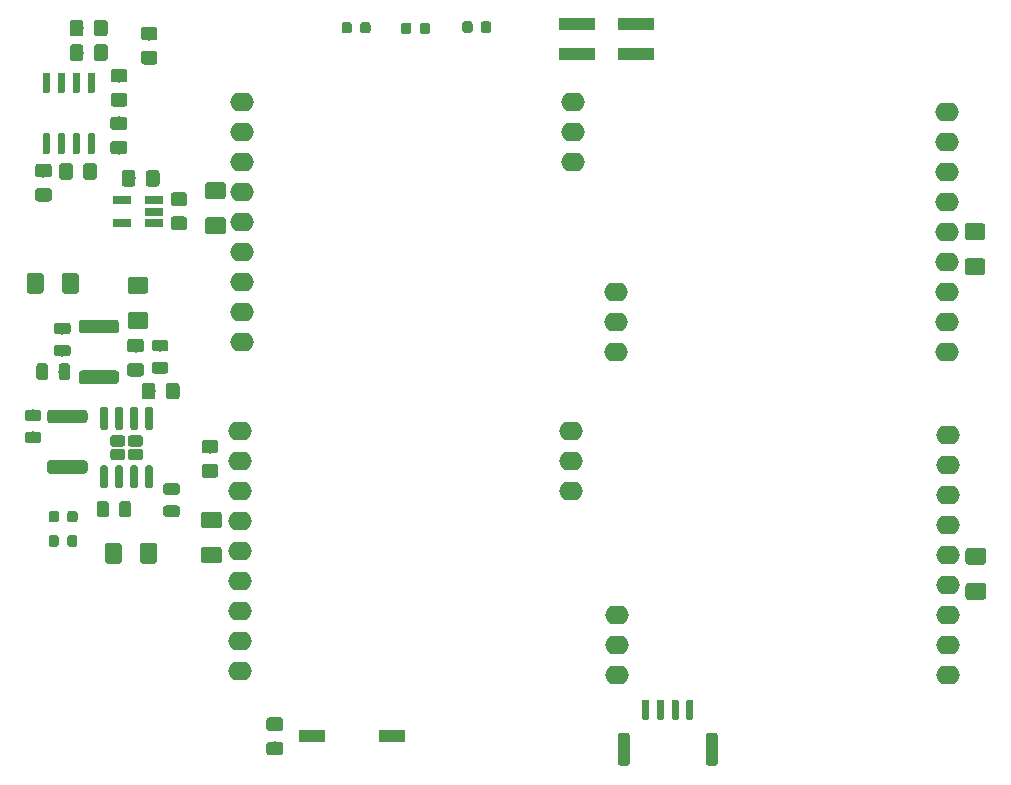
<source format=gbr>
G04 #@! TF.GenerationSoftware,KiCad,Pcbnew,(5.1.4)-1*
G04 #@! TF.CreationDate,2020-03-01T22:40:11-05:00*
G04 #@! TF.ProjectId,FPVRaceTimer,46505652-6163-4655-9469-6d65722e6b69,rev?*
G04 #@! TF.SameCoordinates,Original*
G04 #@! TF.FileFunction,Paste,Top*
G04 #@! TF.FilePolarity,Positive*
%FSLAX46Y46*%
G04 Gerber Fmt 4.6, Leading zero omitted, Abs format (unit mm)*
G04 Created by KiCad (PCBNEW (5.1.4)-1) date 2020-03-01 22:40:11*
%MOMM*%
%LPD*%
G04 APERTURE LIST*
%ADD10O,2.000000X1.600000*%
%ADD11C,0.100000*%
%ADD12C,0.975000*%
%ADD13C,0.875000*%
%ADD14C,1.425000*%
%ADD15C,1.125000*%
%ADD16C,1.150000*%
%ADD17C,0.600000*%
%ADD18R,3.150000X1.000000*%
%ADD19C,1.000000*%
%ADD20R,2.160000X1.120000*%
%ADD21R,1.560000X0.650000*%
%ADD22C,0.960000*%
G04 APERTURE END LIST*
D10*
X102293420Y-82768440D03*
X102293420Y-85308440D03*
X102293420Y-87848440D03*
X102293420Y-90388440D03*
X102293420Y-92928440D03*
X102293420Y-95468440D03*
X102293420Y-98008440D03*
X102293420Y-100548440D03*
X102293420Y-103088440D03*
X74293420Y-103088440D03*
X74293420Y-100548440D03*
X74293420Y-98008440D03*
D11*
G36*
X25422942Y-107976274D02*
G01*
X25446603Y-107979784D01*
X25469807Y-107985596D01*
X25492329Y-107993654D01*
X25513953Y-108003882D01*
X25534470Y-108016179D01*
X25553683Y-108030429D01*
X25571407Y-108046493D01*
X25587471Y-108064217D01*
X25601721Y-108083430D01*
X25614018Y-108103947D01*
X25624246Y-108125571D01*
X25632304Y-108148093D01*
X25638116Y-108171297D01*
X25641626Y-108194958D01*
X25642800Y-108218850D01*
X25642800Y-108706350D01*
X25641626Y-108730242D01*
X25638116Y-108753903D01*
X25632304Y-108777107D01*
X25624246Y-108799629D01*
X25614018Y-108821253D01*
X25601721Y-108841770D01*
X25587471Y-108860983D01*
X25571407Y-108878707D01*
X25553683Y-108894771D01*
X25534470Y-108909021D01*
X25513953Y-108921318D01*
X25492329Y-108931546D01*
X25469807Y-108939604D01*
X25446603Y-108945416D01*
X25422942Y-108948926D01*
X25399050Y-108950100D01*
X24486550Y-108950100D01*
X24462658Y-108948926D01*
X24438997Y-108945416D01*
X24415793Y-108939604D01*
X24393271Y-108931546D01*
X24371647Y-108921318D01*
X24351130Y-108909021D01*
X24331917Y-108894771D01*
X24314193Y-108878707D01*
X24298129Y-108860983D01*
X24283879Y-108841770D01*
X24271582Y-108821253D01*
X24261354Y-108799629D01*
X24253296Y-108777107D01*
X24247484Y-108753903D01*
X24243974Y-108730242D01*
X24242800Y-108706350D01*
X24242800Y-108218850D01*
X24243974Y-108194958D01*
X24247484Y-108171297D01*
X24253296Y-108148093D01*
X24261354Y-108125571D01*
X24271582Y-108103947D01*
X24283879Y-108083430D01*
X24298129Y-108064217D01*
X24314193Y-108046493D01*
X24331917Y-108030429D01*
X24351130Y-108016179D01*
X24371647Y-108003882D01*
X24393271Y-107993654D01*
X24415793Y-107985596D01*
X24438997Y-107979784D01*
X24462658Y-107976274D01*
X24486550Y-107975100D01*
X25399050Y-107975100D01*
X25422942Y-107976274D01*
X25422942Y-107976274D01*
G37*
D12*
X24942800Y-108462600D03*
D11*
G36*
X25422942Y-109851274D02*
G01*
X25446603Y-109854784D01*
X25469807Y-109860596D01*
X25492329Y-109868654D01*
X25513953Y-109878882D01*
X25534470Y-109891179D01*
X25553683Y-109905429D01*
X25571407Y-109921493D01*
X25587471Y-109939217D01*
X25601721Y-109958430D01*
X25614018Y-109978947D01*
X25624246Y-110000571D01*
X25632304Y-110023093D01*
X25638116Y-110046297D01*
X25641626Y-110069958D01*
X25642800Y-110093850D01*
X25642800Y-110581350D01*
X25641626Y-110605242D01*
X25638116Y-110628903D01*
X25632304Y-110652107D01*
X25624246Y-110674629D01*
X25614018Y-110696253D01*
X25601721Y-110716770D01*
X25587471Y-110735983D01*
X25571407Y-110753707D01*
X25553683Y-110769771D01*
X25534470Y-110784021D01*
X25513953Y-110796318D01*
X25492329Y-110806546D01*
X25469807Y-110814604D01*
X25446603Y-110820416D01*
X25422942Y-110823926D01*
X25399050Y-110825100D01*
X24486550Y-110825100D01*
X24462658Y-110823926D01*
X24438997Y-110820416D01*
X24415793Y-110814604D01*
X24393271Y-110806546D01*
X24371647Y-110796318D01*
X24351130Y-110784021D01*
X24331917Y-110769771D01*
X24314193Y-110753707D01*
X24298129Y-110735983D01*
X24283879Y-110716770D01*
X24271582Y-110696253D01*
X24261354Y-110674629D01*
X24253296Y-110652107D01*
X24247484Y-110628903D01*
X24243974Y-110605242D01*
X24242800Y-110581350D01*
X24242800Y-110093850D01*
X24243974Y-110069958D01*
X24247484Y-110046297D01*
X24253296Y-110023093D01*
X24261354Y-110000571D01*
X24271582Y-109978947D01*
X24283879Y-109958430D01*
X24298129Y-109939217D01*
X24314193Y-109921493D01*
X24331917Y-109905429D01*
X24351130Y-109891179D01*
X24371647Y-109878882D01*
X24393271Y-109868654D01*
X24415793Y-109860596D01*
X24438997Y-109854784D01*
X24462658Y-109851274D01*
X24486550Y-109850100D01*
X25399050Y-109850100D01*
X25422942Y-109851274D01*
X25422942Y-109851274D01*
G37*
D12*
X24942800Y-110337600D03*
D11*
G36*
X33008242Y-115709374D02*
G01*
X33031903Y-115712884D01*
X33055107Y-115718696D01*
X33077629Y-115726754D01*
X33099253Y-115736982D01*
X33119770Y-115749279D01*
X33138983Y-115763529D01*
X33156707Y-115779593D01*
X33172771Y-115797317D01*
X33187021Y-115816530D01*
X33199318Y-115837047D01*
X33209546Y-115858671D01*
X33217604Y-115881193D01*
X33223416Y-115904397D01*
X33226926Y-115928058D01*
X33228100Y-115951950D01*
X33228100Y-116864450D01*
X33226926Y-116888342D01*
X33223416Y-116912003D01*
X33217604Y-116935207D01*
X33209546Y-116957729D01*
X33199318Y-116979353D01*
X33187021Y-116999870D01*
X33172771Y-117019083D01*
X33156707Y-117036807D01*
X33138983Y-117052871D01*
X33119770Y-117067121D01*
X33099253Y-117079418D01*
X33077629Y-117089646D01*
X33055107Y-117097704D01*
X33031903Y-117103516D01*
X33008242Y-117107026D01*
X32984350Y-117108200D01*
X32496850Y-117108200D01*
X32472958Y-117107026D01*
X32449297Y-117103516D01*
X32426093Y-117097704D01*
X32403571Y-117089646D01*
X32381947Y-117079418D01*
X32361430Y-117067121D01*
X32342217Y-117052871D01*
X32324493Y-117036807D01*
X32308429Y-117019083D01*
X32294179Y-116999870D01*
X32281882Y-116979353D01*
X32271654Y-116957729D01*
X32263596Y-116935207D01*
X32257784Y-116912003D01*
X32254274Y-116888342D01*
X32253100Y-116864450D01*
X32253100Y-115951950D01*
X32254274Y-115928058D01*
X32257784Y-115904397D01*
X32263596Y-115881193D01*
X32271654Y-115858671D01*
X32281882Y-115837047D01*
X32294179Y-115816530D01*
X32308429Y-115797317D01*
X32324493Y-115779593D01*
X32342217Y-115763529D01*
X32361430Y-115749279D01*
X32381947Y-115736982D01*
X32403571Y-115726754D01*
X32426093Y-115718696D01*
X32449297Y-115712884D01*
X32472958Y-115709374D01*
X32496850Y-115708200D01*
X32984350Y-115708200D01*
X33008242Y-115709374D01*
X33008242Y-115709374D01*
G37*
D12*
X32740600Y-116408200D03*
D11*
G36*
X31133242Y-115709374D02*
G01*
X31156903Y-115712884D01*
X31180107Y-115718696D01*
X31202629Y-115726754D01*
X31224253Y-115736982D01*
X31244770Y-115749279D01*
X31263983Y-115763529D01*
X31281707Y-115779593D01*
X31297771Y-115797317D01*
X31312021Y-115816530D01*
X31324318Y-115837047D01*
X31334546Y-115858671D01*
X31342604Y-115881193D01*
X31348416Y-115904397D01*
X31351926Y-115928058D01*
X31353100Y-115951950D01*
X31353100Y-116864450D01*
X31351926Y-116888342D01*
X31348416Y-116912003D01*
X31342604Y-116935207D01*
X31334546Y-116957729D01*
X31324318Y-116979353D01*
X31312021Y-116999870D01*
X31297771Y-117019083D01*
X31281707Y-117036807D01*
X31263983Y-117052871D01*
X31244770Y-117067121D01*
X31224253Y-117079418D01*
X31202629Y-117089646D01*
X31180107Y-117097704D01*
X31156903Y-117103516D01*
X31133242Y-117107026D01*
X31109350Y-117108200D01*
X30621850Y-117108200D01*
X30597958Y-117107026D01*
X30574297Y-117103516D01*
X30551093Y-117097704D01*
X30528571Y-117089646D01*
X30506947Y-117079418D01*
X30486430Y-117067121D01*
X30467217Y-117052871D01*
X30449493Y-117036807D01*
X30433429Y-117019083D01*
X30419179Y-116999870D01*
X30406882Y-116979353D01*
X30396654Y-116957729D01*
X30388596Y-116935207D01*
X30382784Y-116912003D01*
X30379274Y-116888342D01*
X30378100Y-116864450D01*
X30378100Y-115951950D01*
X30379274Y-115928058D01*
X30382784Y-115904397D01*
X30388596Y-115881193D01*
X30396654Y-115858671D01*
X30406882Y-115837047D01*
X30419179Y-115816530D01*
X30433429Y-115797317D01*
X30449493Y-115779593D01*
X30467217Y-115763529D01*
X30486430Y-115749279D01*
X30506947Y-115736982D01*
X30528571Y-115726754D01*
X30551093Y-115718696D01*
X30574297Y-115712884D01*
X30597958Y-115709374D01*
X30621850Y-115708200D01*
X31109350Y-115708200D01*
X31133242Y-115709374D01*
X31133242Y-115709374D01*
G37*
D12*
X30865600Y-116408200D03*
D11*
G36*
X37157742Y-114222374D02*
G01*
X37181403Y-114225884D01*
X37204607Y-114231696D01*
X37227129Y-114239754D01*
X37248753Y-114249982D01*
X37269270Y-114262279D01*
X37288483Y-114276529D01*
X37306207Y-114292593D01*
X37322271Y-114310317D01*
X37336521Y-114329530D01*
X37348818Y-114350047D01*
X37359046Y-114371671D01*
X37367104Y-114394193D01*
X37372916Y-114417397D01*
X37376426Y-114441058D01*
X37377600Y-114464950D01*
X37377600Y-114952450D01*
X37376426Y-114976342D01*
X37372916Y-115000003D01*
X37367104Y-115023207D01*
X37359046Y-115045729D01*
X37348818Y-115067353D01*
X37336521Y-115087870D01*
X37322271Y-115107083D01*
X37306207Y-115124807D01*
X37288483Y-115140871D01*
X37269270Y-115155121D01*
X37248753Y-115167418D01*
X37227129Y-115177646D01*
X37204607Y-115185704D01*
X37181403Y-115191516D01*
X37157742Y-115195026D01*
X37133850Y-115196200D01*
X36221350Y-115196200D01*
X36197458Y-115195026D01*
X36173797Y-115191516D01*
X36150593Y-115185704D01*
X36128071Y-115177646D01*
X36106447Y-115167418D01*
X36085930Y-115155121D01*
X36066717Y-115140871D01*
X36048993Y-115124807D01*
X36032929Y-115107083D01*
X36018679Y-115087870D01*
X36006382Y-115067353D01*
X35996154Y-115045729D01*
X35988096Y-115023207D01*
X35982284Y-115000003D01*
X35978774Y-114976342D01*
X35977600Y-114952450D01*
X35977600Y-114464950D01*
X35978774Y-114441058D01*
X35982284Y-114417397D01*
X35988096Y-114394193D01*
X35996154Y-114371671D01*
X36006382Y-114350047D01*
X36018679Y-114329530D01*
X36032929Y-114310317D01*
X36048993Y-114292593D01*
X36066717Y-114276529D01*
X36085930Y-114262279D01*
X36106447Y-114249982D01*
X36128071Y-114239754D01*
X36150593Y-114231696D01*
X36173797Y-114225884D01*
X36197458Y-114222374D01*
X36221350Y-114221200D01*
X37133850Y-114221200D01*
X37157742Y-114222374D01*
X37157742Y-114222374D01*
G37*
D12*
X36677600Y-114708700D03*
D11*
G36*
X37157742Y-116097374D02*
G01*
X37181403Y-116100884D01*
X37204607Y-116106696D01*
X37227129Y-116114754D01*
X37248753Y-116124982D01*
X37269270Y-116137279D01*
X37288483Y-116151529D01*
X37306207Y-116167593D01*
X37322271Y-116185317D01*
X37336521Y-116204530D01*
X37348818Y-116225047D01*
X37359046Y-116246671D01*
X37367104Y-116269193D01*
X37372916Y-116292397D01*
X37376426Y-116316058D01*
X37377600Y-116339950D01*
X37377600Y-116827450D01*
X37376426Y-116851342D01*
X37372916Y-116875003D01*
X37367104Y-116898207D01*
X37359046Y-116920729D01*
X37348818Y-116942353D01*
X37336521Y-116962870D01*
X37322271Y-116982083D01*
X37306207Y-116999807D01*
X37288483Y-117015871D01*
X37269270Y-117030121D01*
X37248753Y-117042418D01*
X37227129Y-117052646D01*
X37204607Y-117060704D01*
X37181403Y-117066516D01*
X37157742Y-117070026D01*
X37133850Y-117071200D01*
X36221350Y-117071200D01*
X36197458Y-117070026D01*
X36173797Y-117066516D01*
X36150593Y-117060704D01*
X36128071Y-117052646D01*
X36106447Y-117042418D01*
X36085930Y-117030121D01*
X36066717Y-117015871D01*
X36048993Y-116999807D01*
X36032929Y-116982083D01*
X36018679Y-116962870D01*
X36006382Y-116942353D01*
X35996154Y-116920729D01*
X35988096Y-116898207D01*
X35982284Y-116875003D01*
X35978774Y-116851342D01*
X35977600Y-116827450D01*
X35977600Y-116339950D01*
X35978774Y-116316058D01*
X35982284Y-116292397D01*
X35988096Y-116269193D01*
X35996154Y-116246671D01*
X36006382Y-116225047D01*
X36018679Y-116204530D01*
X36032929Y-116185317D01*
X36048993Y-116167593D01*
X36066717Y-116151529D01*
X36085930Y-116137279D01*
X36106447Y-116124982D01*
X36128071Y-116114754D01*
X36150593Y-116106696D01*
X36173797Y-116100884D01*
X36197458Y-116097374D01*
X36221350Y-116096200D01*
X37133850Y-116096200D01*
X37157742Y-116097374D01*
X37157742Y-116097374D01*
G37*
D12*
X36677600Y-116583700D03*
D11*
G36*
X27867282Y-104063474D02*
G01*
X27890943Y-104066984D01*
X27914147Y-104072796D01*
X27936669Y-104080854D01*
X27958293Y-104091082D01*
X27978810Y-104103379D01*
X27998023Y-104117629D01*
X28015747Y-104133693D01*
X28031811Y-104151417D01*
X28046061Y-104170630D01*
X28058358Y-104191147D01*
X28068586Y-104212771D01*
X28076644Y-104235293D01*
X28082456Y-104258497D01*
X28085966Y-104282158D01*
X28087140Y-104306050D01*
X28087140Y-105218550D01*
X28085966Y-105242442D01*
X28082456Y-105266103D01*
X28076644Y-105289307D01*
X28068586Y-105311829D01*
X28058358Y-105333453D01*
X28046061Y-105353970D01*
X28031811Y-105373183D01*
X28015747Y-105390907D01*
X27998023Y-105406971D01*
X27978810Y-105421221D01*
X27958293Y-105433518D01*
X27936669Y-105443746D01*
X27914147Y-105451804D01*
X27890943Y-105457616D01*
X27867282Y-105461126D01*
X27843390Y-105462300D01*
X27355890Y-105462300D01*
X27331998Y-105461126D01*
X27308337Y-105457616D01*
X27285133Y-105451804D01*
X27262611Y-105443746D01*
X27240987Y-105433518D01*
X27220470Y-105421221D01*
X27201257Y-105406971D01*
X27183533Y-105390907D01*
X27167469Y-105373183D01*
X27153219Y-105353970D01*
X27140922Y-105333453D01*
X27130694Y-105311829D01*
X27122636Y-105289307D01*
X27116824Y-105266103D01*
X27113314Y-105242442D01*
X27112140Y-105218550D01*
X27112140Y-104306050D01*
X27113314Y-104282158D01*
X27116824Y-104258497D01*
X27122636Y-104235293D01*
X27130694Y-104212771D01*
X27140922Y-104191147D01*
X27153219Y-104170630D01*
X27167469Y-104151417D01*
X27183533Y-104133693D01*
X27201257Y-104117629D01*
X27220470Y-104103379D01*
X27240987Y-104091082D01*
X27262611Y-104080854D01*
X27285133Y-104072796D01*
X27308337Y-104066984D01*
X27331998Y-104063474D01*
X27355890Y-104062300D01*
X27843390Y-104062300D01*
X27867282Y-104063474D01*
X27867282Y-104063474D01*
G37*
D12*
X27599640Y-104762300D03*
D11*
G36*
X25992282Y-104063474D02*
G01*
X26015943Y-104066984D01*
X26039147Y-104072796D01*
X26061669Y-104080854D01*
X26083293Y-104091082D01*
X26103810Y-104103379D01*
X26123023Y-104117629D01*
X26140747Y-104133693D01*
X26156811Y-104151417D01*
X26171061Y-104170630D01*
X26183358Y-104191147D01*
X26193586Y-104212771D01*
X26201644Y-104235293D01*
X26207456Y-104258497D01*
X26210966Y-104282158D01*
X26212140Y-104306050D01*
X26212140Y-105218550D01*
X26210966Y-105242442D01*
X26207456Y-105266103D01*
X26201644Y-105289307D01*
X26193586Y-105311829D01*
X26183358Y-105333453D01*
X26171061Y-105353970D01*
X26156811Y-105373183D01*
X26140747Y-105390907D01*
X26123023Y-105406971D01*
X26103810Y-105421221D01*
X26083293Y-105433518D01*
X26061669Y-105443746D01*
X26039147Y-105451804D01*
X26015943Y-105457616D01*
X25992282Y-105461126D01*
X25968390Y-105462300D01*
X25480890Y-105462300D01*
X25456998Y-105461126D01*
X25433337Y-105457616D01*
X25410133Y-105451804D01*
X25387611Y-105443746D01*
X25365987Y-105433518D01*
X25345470Y-105421221D01*
X25326257Y-105406971D01*
X25308533Y-105390907D01*
X25292469Y-105373183D01*
X25278219Y-105353970D01*
X25265922Y-105333453D01*
X25255694Y-105311829D01*
X25247636Y-105289307D01*
X25241824Y-105266103D01*
X25238314Y-105242442D01*
X25237140Y-105218550D01*
X25237140Y-104306050D01*
X25238314Y-104282158D01*
X25241824Y-104258497D01*
X25247636Y-104235293D01*
X25255694Y-104212771D01*
X25265922Y-104191147D01*
X25278219Y-104170630D01*
X25292469Y-104151417D01*
X25308533Y-104133693D01*
X25326257Y-104117629D01*
X25345470Y-104103379D01*
X25365987Y-104091082D01*
X25387611Y-104080854D01*
X25410133Y-104072796D01*
X25433337Y-104066984D01*
X25456998Y-104063474D01*
X25480890Y-104062300D01*
X25968390Y-104062300D01*
X25992282Y-104063474D01*
X25992282Y-104063474D01*
G37*
D12*
X25724640Y-104762300D03*
D11*
G36*
X36192542Y-102083474D02*
G01*
X36216203Y-102086984D01*
X36239407Y-102092796D01*
X36261929Y-102100854D01*
X36283553Y-102111082D01*
X36304070Y-102123379D01*
X36323283Y-102137629D01*
X36341007Y-102153693D01*
X36357071Y-102171417D01*
X36371321Y-102190630D01*
X36383618Y-102211147D01*
X36393846Y-102232771D01*
X36401904Y-102255293D01*
X36407716Y-102278497D01*
X36411226Y-102302158D01*
X36412400Y-102326050D01*
X36412400Y-102813550D01*
X36411226Y-102837442D01*
X36407716Y-102861103D01*
X36401904Y-102884307D01*
X36393846Y-102906829D01*
X36383618Y-102928453D01*
X36371321Y-102948970D01*
X36357071Y-102968183D01*
X36341007Y-102985907D01*
X36323283Y-103001971D01*
X36304070Y-103016221D01*
X36283553Y-103028518D01*
X36261929Y-103038746D01*
X36239407Y-103046804D01*
X36216203Y-103052616D01*
X36192542Y-103056126D01*
X36168650Y-103057300D01*
X35256150Y-103057300D01*
X35232258Y-103056126D01*
X35208597Y-103052616D01*
X35185393Y-103046804D01*
X35162871Y-103038746D01*
X35141247Y-103028518D01*
X35120730Y-103016221D01*
X35101517Y-103001971D01*
X35083793Y-102985907D01*
X35067729Y-102968183D01*
X35053479Y-102948970D01*
X35041182Y-102928453D01*
X35030954Y-102906829D01*
X35022896Y-102884307D01*
X35017084Y-102861103D01*
X35013574Y-102837442D01*
X35012400Y-102813550D01*
X35012400Y-102326050D01*
X35013574Y-102302158D01*
X35017084Y-102278497D01*
X35022896Y-102255293D01*
X35030954Y-102232771D01*
X35041182Y-102211147D01*
X35053479Y-102190630D01*
X35067729Y-102171417D01*
X35083793Y-102153693D01*
X35101517Y-102137629D01*
X35120730Y-102123379D01*
X35141247Y-102111082D01*
X35162871Y-102100854D01*
X35185393Y-102092796D01*
X35208597Y-102086984D01*
X35232258Y-102083474D01*
X35256150Y-102082300D01*
X36168650Y-102082300D01*
X36192542Y-102083474D01*
X36192542Y-102083474D01*
G37*
D12*
X35712400Y-102569800D03*
D11*
G36*
X36192542Y-103958474D02*
G01*
X36216203Y-103961984D01*
X36239407Y-103967796D01*
X36261929Y-103975854D01*
X36283553Y-103986082D01*
X36304070Y-103998379D01*
X36323283Y-104012629D01*
X36341007Y-104028693D01*
X36357071Y-104046417D01*
X36371321Y-104065630D01*
X36383618Y-104086147D01*
X36393846Y-104107771D01*
X36401904Y-104130293D01*
X36407716Y-104153497D01*
X36411226Y-104177158D01*
X36412400Y-104201050D01*
X36412400Y-104688550D01*
X36411226Y-104712442D01*
X36407716Y-104736103D01*
X36401904Y-104759307D01*
X36393846Y-104781829D01*
X36383618Y-104803453D01*
X36371321Y-104823970D01*
X36357071Y-104843183D01*
X36341007Y-104860907D01*
X36323283Y-104876971D01*
X36304070Y-104891221D01*
X36283553Y-104903518D01*
X36261929Y-104913746D01*
X36239407Y-104921804D01*
X36216203Y-104927616D01*
X36192542Y-104931126D01*
X36168650Y-104932300D01*
X35256150Y-104932300D01*
X35232258Y-104931126D01*
X35208597Y-104927616D01*
X35185393Y-104921804D01*
X35162871Y-104913746D01*
X35141247Y-104903518D01*
X35120730Y-104891221D01*
X35101517Y-104876971D01*
X35083793Y-104860907D01*
X35067729Y-104843183D01*
X35053479Y-104823970D01*
X35041182Y-104803453D01*
X35030954Y-104781829D01*
X35022896Y-104759307D01*
X35017084Y-104736103D01*
X35013574Y-104712442D01*
X35012400Y-104688550D01*
X35012400Y-104201050D01*
X35013574Y-104177158D01*
X35017084Y-104153497D01*
X35022896Y-104130293D01*
X35030954Y-104107771D01*
X35041182Y-104086147D01*
X35053479Y-104065630D01*
X35067729Y-104046417D01*
X35083793Y-104028693D01*
X35101517Y-104012629D01*
X35120730Y-103998379D01*
X35141247Y-103986082D01*
X35162871Y-103975854D01*
X35185393Y-103967796D01*
X35208597Y-103961984D01*
X35232258Y-103958474D01*
X35256150Y-103957300D01*
X36168650Y-103957300D01*
X36192542Y-103958474D01*
X36192542Y-103958474D01*
G37*
D12*
X35712400Y-104444800D03*
D11*
G36*
X27912142Y-102508374D02*
G01*
X27935803Y-102511884D01*
X27959007Y-102517696D01*
X27981529Y-102525754D01*
X28003153Y-102535982D01*
X28023670Y-102548279D01*
X28042883Y-102562529D01*
X28060607Y-102578593D01*
X28076671Y-102596317D01*
X28090921Y-102615530D01*
X28103218Y-102636047D01*
X28113446Y-102657671D01*
X28121504Y-102680193D01*
X28127316Y-102703397D01*
X28130826Y-102727058D01*
X28132000Y-102750950D01*
X28132000Y-103238450D01*
X28130826Y-103262342D01*
X28127316Y-103286003D01*
X28121504Y-103309207D01*
X28113446Y-103331729D01*
X28103218Y-103353353D01*
X28090921Y-103373870D01*
X28076671Y-103393083D01*
X28060607Y-103410807D01*
X28042883Y-103426871D01*
X28023670Y-103441121D01*
X28003153Y-103453418D01*
X27981529Y-103463646D01*
X27959007Y-103471704D01*
X27935803Y-103477516D01*
X27912142Y-103481026D01*
X27888250Y-103482200D01*
X26975750Y-103482200D01*
X26951858Y-103481026D01*
X26928197Y-103477516D01*
X26904993Y-103471704D01*
X26882471Y-103463646D01*
X26860847Y-103453418D01*
X26840330Y-103441121D01*
X26821117Y-103426871D01*
X26803393Y-103410807D01*
X26787329Y-103393083D01*
X26773079Y-103373870D01*
X26760782Y-103353353D01*
X26750554Y-103331729D01*
X26742496Y-103309207D01*
X26736684Y-103286003D01*
X26733174Y-103262342D01*
X26732000Y-103238450D01*
X26732000Y-102750950D01*
X26733174Y-102727058D01*
X26736684Y-102703397D01*
X26742496Y-102680193D01*
X26750554Y-102657671D01*
X26760782Y-102636047D01*
X26773079Y-102615530D01*
X26787329Y-102596317D01*
X26803393Y-102578593D01*
X26821117Y-102562529D01*
X26840330Y-102548279D01*
X26860847Y-102535982D01*
X26882471Y-102525754D01*
X26904993Y-102517696D01*
X26928197Y-102511884D01*
X26951858Y-102508374D01*
X26975750Y-102507200D01*
X27888250Y-102507200D01*
X27912142Y-102508374D01*
X27912142Y-102508374D01*
G37*
D12*
X27432000Y-102994700D03*
D11*
G36*
X27912142Y-100633374D02*
G01*
X27935803Y-100636884D01*
X27959007Y-100642696D01*
X27981529Y-100650754D01*
X28003153Y-100660982D01*
X28023670Y-100673279D01*
X28042883Y-100687529D01*
X28060607Y-100703593D01*
X28076671Y-100721317D01*
X28090921Y-100740530D01*
X28103218Y-100761047D01*
X28113446Y-100782671D01*
X28121504Y-100805193D01*
X28127316Y-100828397D01*
X28130826Y-100852058D01*
X28132000Y-100875950D01*
X28132000Y-101363450D01*
X28130826Y-101387342D01*
X28127316Y-101411003D01*
X28121504Y-101434207D01*
X28113446Y-101456729D01*
X28103218Y-101478353D01*
X28090921Y-101498870D01*
X28076671Y-101518083D01*
X28060607Y-101535807D01*
X28042883Y-101551871D01*
X28023670Y-101566121D01*
X28003153Y-101578418D01*
X27981529Y-101588646D01*
X27959007Y-101596704D01*
X27935803Y-101602516D01*
X27912142Y-101606026D01*
X27888250Y-101607200D01*
X26975750Y-101607200D01*
X26951858Y-101606026D01*
X26928197Y-101602516D01*
X26904993Y-101596704D01*
X26882471Y-101588646D01*
X26860847Y-101578418D01*
X26840330Y-101566121D01*
X26821117Y-101551871D01*
X26803393Y-101535807D01*
X26787329Y-101518083D01*
X26773079Y-101498870D01*
X26760782Y-101478353D01*
X26750554Y-101456729D01*
X26742496Y-101434207D01*
X26736684Y-101411003D01*
X26733174Y-101387342D01*
X26732000Y-101363450D01*
X26732000Y-100875950D01*
X26733174Y-100852058D01*
X26736684Y-100828397D01*
X26742496Y-100805193D01*
X26750554Y-100782671D01*
X26760782Y-100761047D01*
X26773079Y-100740530D01*
X26787329Y-100721317D01*
X26803393Y-100703593D01*
X26821117Y-100687529D01*
X26840330Y-100673279D01*
X26860847Y-100660982D01*
X26882471Y-100650754D01*
X26904993Y-100642696D01*
X26928197Y-100636884D01*
X26951858Y-100633374D01*
X26975750Y-100632200D01*
X27888250Y-100632200D01*
X27912142Y-100633374D01*
X27912142Y-100633374D01*
G37*
D12*
X27432000Y-101119700D03*
D11*
G36*
X56795831Y-75223133D02*
G01*
X56817066Y-75226283D01*
X56837890Y-75231499D01*
X56858102Y-75238731D01*
X56877508Y-75247910D01*
X56895921Y-75258946D01*
X56913164Y-75271734D01*
X56929070Y-75286150D01*
X56943486Y-75302056D01*
X56956274Y-75319299D01*
X56967310Y-75337712D01*
X56976489Y-75357118D01*
X56983721Y-75377330D01*
X56988937Y-75398154D01*
X56992087Y-75419389D01*
X56993140Y-75440830D01*
X56993140Y-75953330D01*
X56992087Y-75974771D01*
X56988937Y-75996006D01*
X56983721Y-76016830D01*
X56976489Y-76037042D01*
X56967310Y-76056448D01*
X56956274Y-76074861D01*
X56943486Y-76092104D01*
X56929070Y-76108010D01*
X56913164Y-76122426D01*
X56895921Y-76135214D01*
X56877508Y-76146250D01*
X56858102Y-76155429D01*
X56837890Y-76162661D01*
X56817066Y-76167877D01*
X56795831Y-76171027D01*
X56774390Y-76172080D01*
X56336890Y-76172080D01*
X56315449Y-76171027D01*
X56294214Y-76167877D01*
X56273390Y-76162661D01*
X56253178Y-76155429D01*
X56233772Y-76146250D01*
X56215359Y-76135214D01*
X56198116Y-76122426D01*
X56182210Y-76108010D01*
X56167794Y-76092104D01*
X56155006Y-76074861D01*
X56143970Y-76056448D01*
X56134791Y-76037042D01*
X56127559Y-76016830D01*
X56122343Y-75996006D01*
X56119193Y-75974771D01*
X56118140Y-75953330D01*
X56118140Y-75440830D01*
X56119193Y-75419389D01*
X56122343Y-75398154D01*
X56127559Y-75377330D01*
X56134791Y-75357118D01*
X56143970Y-75337712D01*
X56155006Y-75319299D01*
X56167794Y-75302056D01*
X56182210Y-75286150D01*
X56198116Y-75271734D01*
X56215359Y-75258946D01*
X56233772Y-75247910D01*
X56253178Y-75238731D01*
X56273390Y-75231499D01*
X56294214Y-75226283D01*
X56315449Y-75223133D01*
X56336890Y-75222080D01*
X56774390Y-75222080D01*
X56795831Y-75223133D01*
X56795831Y-75223133D01*
G37*
D13*
X56555640Y-75697080D03*
D11*
G36*
X58370831Y-75223133D02*
G01*
X58392066Y-75226283D01*
X58412890Y-75231499D01*
X58433102Y-75238731D01*
X58452508Y-75247910D01*
X58470921Y-75258946D01*
X58488164Y-75271734D01*
X58504070Y-75286150D01*
X58518486Y-75302056D01*
X58531274Y-75319299D01*
X58542310Y-75337712D01*
X58551489Y-75357118D01*
X58558721Y-75377330D01*
X58563937Y-75398154D01*
X58567087Y-75419389D01*
X58568140Y-75440830D01*
X58568140Y-75953330D01*
X58567087Y-75974771D01*
X58563937Y-75996006D01*
X58558721Y-76016830D01*
X58551489Y-76037042D01*
X58542310Y-76056448D01*
X58531274Y-76074861D01*
X58518486Y-76092104D01*
X58504070Y-76108010D01*
X58488164Y-76122426D01*
X58470921Y-76135214D01*
X58452508Y-76146250D01*
X58433102Y-76155429D01*
X58412890Y-76162661D01*
X58392066Y-76167877D01*
X58370831Y-76171027D01*
X58349390Y-76172080D01*
X57911890Y-76172080D01*
X57890449Y-76171027D01*
X57869214Y-76167877D01*
X57848390Y-76162661D01*
X57828178Y-76155429D01*
X57808772Y-76146250D01*
X57790359Y-76135214D01*
X57773116Y-76122426D01*
X57757210Y-76108010D01*
X57742794Y-76092104D01*
X57730006Y-76074861D01*
X57718970Y-76056448D01*
X57709791Y-76037042D01*
X57702559Y-76016830D01*
X57697343Y-75996006D01*
X57694193Y-75974771D01*
X57693140Y-75953330D01*
X57693140Y-75440830D01*
X57694193Y-75419389D01*
X57697343Y-75398154D01*
X57702559Y-75377330D01*
X57709791Y-75357118D01*
X57718970Y-75337712D01*
X57730006Y-75319299D01*
X57742794Y-75302056D01*
X57757210Y-75286150D01*
X57773116Y-75271734D01*
X57790359Y-75258946D01*
X57808772Y-75247910D01*
X57828178Y-75238731D01*
X57848390Y-75231499D01*
X57869214Y-75226283D01*
X57890449Y-75223133D01*
X57911890Y-75222080D01*
X58349390Y-75222080D01*
X58370831Y-75223133D01*
X58370831Y-75223133D01*
G37*
D13*
X58130640Y-75697080D03*
D11*
G36*
X51751291Y-75182493D02*
G01*
X51772526Y-75185643D01*
X51793350Y-75190859D01*
X51813562Y-75198091D01*
X51832968Y-75207270D01*
X51851381Y-75218306D01*
X51868624Y-75231094D01*
X51884530Y-75245510D01*
X51898946Y-75261416D01*
X51911734Y-75278659D01*
X51922770Y-75297072D01*
X51931949Y-75316478D01*
X51939181Y-75336690D01*
X51944397Y-75357514D01*
X51947547Y-75378749D01*
X51948600Y-75400190D01*
X51948600Y-75912690D01*
X51947547Y-75934131D01*
X51944397Y-75955366D01*
X51939181Y-75976190D01*
X51931949Y-75996402D01*
X51922770Y-76015808D01*
X51911734Y-76034221D01*
X51898946Y-76051464D01*
X51884530Y-76067370D01*
X51868624Y-76081786D01*
X51851381Y-76094574D01*
X51832968Y-76105610D01*
X51813562Y-76114789D01*
X51793350Y-76122021D01*
X51772526Y-76127237D01*
X51751291Y-76130387D01*
X51729850Y-76131440D01*
X51292350Y-76131440D01*
X51270909Y-76130387D01*
X51249674Y-76127237D01*
X51228850Y-76122021D01*
X51208638Y-76114789D01*
X51189232Y-76105610D01*
X51170819Y-76094574D01*
X51153576Y-76081786D01*
X51137670Y-76067370D01*
X51123254Y-76051464D01*
X51110466Y-76034221D01*
X51099430Y-76015808D01*
X51090251Y-75996402D01*
X51083019Y-75976190D01*
X51077803Y-75955366D01*
X51074653Y-75934131D01*
X51073600Y-75912690D01*
X51073600Y-75400190D01*
X51074653Y-75378749D01*
X51077803Y-75357514D01*
X51083019Y-75336690D01*
X51090251Y-75316478D01*
X51099430Y-75297072D01*
X51110466Y-75278659D01*
X51123254Y-75261416D01*
X51137670Y-75245510D01*
X51153576Y-75231094D01*
X51170819Y-75218306D01*
X51189232Y-75207270D01*
X51208638Y-75198091D01*
X51228850Y-75190859D01*
X51249674Y-75185643D01*
X51270909Y-75182493D01*
X51292350Y-75181440D01*
X51729850Y-75181440D01*
X51751291Y-75182493D01*
X51751291Y-75182493D01*
G37*
D13*
X51511100Y-75656440D03*
D11*
G36*
X53326291Y-75182493D02*
G01*
X53347526Y-75185643D01*
X53368350Y-75190859D01*
X53388562Y-75198091D01*
X53407968Y-75207270D01*
X53426381Y-75218306D01*
X53443624Y-75231094D01*
X53459530Y-75245510D01*
X53473946Y-75261416D01*
X53486734Y-75278659D01*
X53497770Y-75297072D01*
X53506949Y-75316478D01*
X53514181Y-75336690D01*
X53519397Y-75357514D01*
X53522547Y-75378749D01*
X53523600Y-75400190D01*
X53523600Y-75912690D01*
X53522547Y-75934131D01*
X53519397Y-75955366D01*
X53514181Y-75976190D01*
X53506949Y-75996402D01*
X53497770Y-76015808D01*
X53486734Y-76034221D01*
X53473946Y-76051464D01*
X53459530Y-76067370D01*
X53443624Y-76081786D01*
X53426381Y-76094574D01*
X53407968Y-76105610D01*
X53388562Y-76114789D01*
X53368350Y-76122021D01*
X53347526Y-76127237D01*
X53326291Y-76130387D01*
X53304850Y-76131440D01*
X52867350Y-76131440D01*
X52845909Y-76130387D01*
X52824674Y-76127237D01*
X52803850Y-76122021D01*
X52783638Y-76114789D01*
X52764232Y-76105610D01*
X52745819Y-76094574D01*
X52728576Y-76081786D01*
X52712670Y-76067370D01*
X52698254Y-76051464D01*
X52685466Y-76034221D01*
X52674430Y-76015808D01*
X52665251Y-75996402D01*
X52658019Y-75976190D01*
X52652803Y-75955366D01*
X52649653Y-75934131D01*
X52648600Y-75912690D01*
X52648600Y-75400190D01*
X52649653Y-75378749D01*
X52652803Y-75357514D01*
X52658019Y-75336690D01*
X52665251Y-75316478D01*
X52674430Y-75297072D01*
X52685466Y-75278659D01*
X52698254Y-75261416D01*
X52712670Y-75245510D01*
X52728576Y-75231094D01*
X52745819Y-75218306D01*
X52764232Y-75207270D01*
X52783638Y-75198091D01*
X52803850Y-75190859D01*
X52824674Y-75185643D01*
X52845909Y-75182493D01*
X52867350Y-75181440D01*
X53304850Y-75181440D01*
X53326291Y-75182493D01*
X53326291Y-75182493D01*
G37*
D13*
X53086100Y-75656440D03*
D11*
G36*
X28518011Y-118631733D02*
G01*
X28539246Y-118634883D01*
X28560070Y-118640099D01*
X28580282Y-118647331D01*
X28599688Y-118656510D01*
X28618101Y-118667546D01*
X28635344Y-118680334D01*
X28651250Y-118694750D01*
X28665666Y-118710656D01*
X28678454Y-118727899D01*
X28689490Y-118746312D01*
X28698669Y-118765718D01*
X28705901Y-118785930D01*
X28711117Y-118806754D01*
X28714267Y-118827989D01*
X28715320Y-118849430D01*
X28715320Y-119361930D01*
X28714267Y-119383371D01*
X28711117Y-119404606D01*
X28705901Y-119425430D01*
X28698669Y-119445642D01*
X28689490Y-119465048D01*
X28678454Y-119483461D01*
X28665666Y-119500704D01*
X28651250Y-119516610D01*
X28635344Y-119531026D01*
X28618101Y-119543814D01*
X28599688Y-119554850D01*
X28580282Y-119564029D01*
X28560070Y-119571261D01*
X28539246Y-119576477D01*
X28518011Y-119579627D01*
X28496570Y-119580680D01*
X28059070Y-119580680D01*
X28037629Y-119579627D01*
X28016394Y-119576477D01*
X27995570Y-119571261D01*
X27975358Y-119564029D01*
X27955952Y-119554850D01*
X27937539Y-119543814D01*
X27920296Y-119531026D01*
X27904390Y-119516610D01*
X27889974Y-119500704D01*
X27877186Y-119483461D01*
X27866150Y-119465048D01*
X27856971Y-119445642D01*
X27849739Y-119425430D01*
X27844523Y-119404606D01*
X27841373Y-119383371D01*
X27840320Y-119361930D01*
X27840320Y-118849430D01*
X27841373Y-118827989D01*
X27844523Y-118806754D01*
X27849739Y-118785930D01*
X27856971Y-118765718D01*
X27866150Y-118746312D01*
X27877186Y-118727899D01*
X27889974Y-118710656D01*
X27904390Y-118694750D01*
X27920296Y-118680334D01*
X27937539Y-118667546D01*
X27955952Y-118656510D01*
X27975358Y-118647331D01*
X27995570Y-118640099D01*
X28016394Y-118634883D01*
X28037629Y-118631733D01*
X28059070Y-118630680D01*
X28496570Y-118630680D01*
X28518011Y-118631733D01*
X28518011Y-118631733D01*
G37*
D13*
X28277820Y-119105680D03*
D11*
G36*
X26943011Y-118631733D02*
G01*
X26964246Y-118634883D01*
X26985070Y-118640099D01*
X27005282Y-118647331D01*
X27024688Y-118656510D01*
X27043101Y-118667546D01*
X27060344Y-118680334D01*
X27076250Y-118694750D01*
X27090666Y-118710656D01*
X27103454Y-118727899D01*
X27114490Y-118746312D01*
X27123669Y-118765718D01*
X27130901Y-118785930D01*
X27136117Y-118806754D01*
X27139267Y-118827989D01*
X27140320Y-118849430D01*
X27140320Y-119361930D01*
X27139267Y-119383371D01*
X27136117Y-119404606D01*
X27130901Y-119425430D01*
X27123669Y-119445642D01*
X27114490Y-119465048D01*
X27103454Y-119483461D01*
X27090666Y-119500704D01*
X27076250Y-119516610D01*
X27060344Y-119531026D01*
X27043101Y-119543814D01*
X27024688Y-119554850D01*
X27005282Y-119564029D01*
X26985070Y-119571261D01*
X26964246Y-119576477D01*
X26943011Y-119579627D01*
X26921570Y-119580680D01*
X26484070Y-119580680D01*
X26462629Y-119579627D01*
X26441394Y-119576477D01*
X26420570Y-119571261D01*
X26400358Y-119564029D01*
X26380952Y-119554850D01*
X26362539Y-119543814D01*
X26345296Y-119531026D01*
X26329390Y-119516610D01*
X26314974Y-119500704D01*
X26302186Y-119483461D01*
X26291150Y-119465048D01*
X26281971Y-119445642D01*
X26274739Y-119425430D01*
X26269523Y-119404606D01*
X26266373Y-119383371D01*
X26265320Y-119361930D01*
X26265320Y-118849430D01*
X26266373Y-118827989D01*
X26269523Y-118806754D01*
X26274739Y-118785930D01*
X26281971Y-118765718D01*
X26291150Y-118746312D01*
X26302186Y-118727899D01*
X26314974Y-118710656D01*
X26329390Y-118694750D01*
X26345296Y-118680334D01*
X26362539Y-118667546D01*
X26380952Y-118656510D01*
X26400358Y-118647331D01*
X26420570Y-118640099D01*
X26441394Y-118634883D01*
X26462629Y-118631733D01*
X26484070Y-118630680D01*
X26921570Y-118630680D01*
X26943011Y-118631733D01*
X26943011Y-118631733D01*
G37*
D13*
X26702820Y-119105680D03*
D11*
G36*
X26948191Y-116569253D02*
G01*
X26969426Y-116572403D01*
X26990250Y-116577619D01*
X27010462Y-116584851D01*
X27029868Y-116594030D01*
X27048281Y-116605066D01*
X27065524Y-116617854D01*
X27081430Y-116632270D01*
X27095846Y-116648176D01*
X27108634Y-116665419D01*
X27119670Y-116683832D01*
X27128849Y-116703238D01*
X27136081Y-116723450D01*
X27141297Y-116744274D01*
X27144447Y-116765509D01*
X27145500Y-116786950D01*
X27145500Y-117299450D01*
X27144447Y-117320891D01*
X27141297Y-117342126D01*
X27136081Y-117362950D01*
X27128849Y-117383162D01*
X27119670Y-117402568D01*
X27108634Y-117420981D01*
X27095846Y-117438224D01*
X27081430Y-117454130D01*
X27065524Y-117468546D01*
X27048281Y-117481334D01*
X27029868Y-117492370D01*
X27010462Y-117501549D01*
X26990250Y-117508781D01*
X26969426Y-117513997D01*
X26948191Y-117517147D01*
X26926750Y-117518200D01*
X26489250Y-117518200D01*
X26467809Y-117517147D01*
X26446574Y-117513997D01*
X26425750Y-117508781D01*
X26405538Y-117501549D01*
X26386132Y-117492370D01*
X26367719Y-117481334D01*
X26350476Y-117468546D01*
X26334570Y-117454130D01*
X26320154Y-117438224D01*
X26307366Y-117420981D01*
X26296330Y-117402568D01*
X26287151Y-117383162D01*
X26279919Y-117362950D01*
X26274703Y-117342126D01*
X26271553Y-117320891D01*
X26270500Y-117299450D01*
X26270500Y-116786950D01*
X26271553Y-116765509D01*
X26274703Y-116744274D01*
X26279919Y-116723450D01*
X26287151Y-116703238D01*
X26296330Y-116683832D01*
X26307366Y-116665419D01*
X26320154Y-116648176D01*
X26334570Y-116632270D01*
X26350476Y-116617854D01*
X26367719Y-116605066D01*
X26386132Y-116594030D01*
X26405538Y-116584851D01*
X26425750Y-116577619D01*
X26446574Y-116572403D01*
X26467809Y-116569253D01*
X26489250Y-116568200D01*
X26926750Y-116568200D01*
X26948191Y-116569253D01*
X26948191Y-116569253D01*
G37*
D13*
X26708000Y-117043200D03*
D11*
G36*
X28523191Y-116569253D02*
G01*
X28544426Y-116572403D01*
X28565250Y-116577619D01*
X28585462Y-116584851D01*
X28604868Y-116594030D01*
X28623281Y-116605066D01*
X28640524Y-116617854D01*
X28656430Y-116632270D01*
X28670846Y-116648176D01*
X28683634Y-116665419D01*
X28694670Y-116683832D01*
X28703849Y-116703238D01*
X28711081Y-116723450D01*
X28716297Y-116744274D01*
X28719447Y-116765509D01*
X28720500Y-116786950D01*
X28720500Y-117299450D01*
X28719447Y-117320891D01*
X28716297Y-117342126D01*
X28711081Y-117362950D01*
X28703849Y-117383162D01*
X28694670Y-117402568D01*
X28683634Y-117420981D01*
X28670846Y-117438224D01*
X28656430Y-117454130D01*
X28640524Y-117468546D01*
X28623281Y-117481334D01*
X28604868Y-117492370D01*
X28585462Y-117501549D01*
X28565250Y-117508781D01*
X28544426Y-117513997D01*
X28523191Y-117517147D01*
X28501750Y-117518200D01*
X28064250Y-117518200D01*
X28042809Y-117517147D01*
X28021574Y-117513997D01*
X28000750Y-117508781D01*
X27980538Y-117501549D01*
X27961132Y-117492370D01*
X27942719Y-117481334D01*
X27925476Y-117468546D01*
X27909570Y-117454130D01*
X27895154Y-117438224D01*
X27882366Y-117420981D01*
X27871330Y-117402568D01*
X27862151Y-117383162D01*
X27854919Y-117362950D01*
X27849703Y-117342126D01*
X27846553Y-117320891D01*
X27845500Y-117299450D01*
X27845500Y-116786950D01*
X27846553Y-116765509D01*
X27849703Y-116744274D01*
X27854919Y-116723450D01*
X27862151Y-116703238D01*
X27871330Y-116683832D01*
X27882366Y-116665419D01*
X27895154Y-116648176D01*
X27909570Y-116632270D01*
X27925476Y-116617854D01*
X27942719Y-116605066D01*
X27961132Y-116594030D01*
X27980538Y-116584851D01*
X28000750Y-116577619D01*
X28021574Y-116572403D01*
X28042809Y-116569253D01*
X28064250Y-116568200D01*
X28501750Y-116568200D01*
X28523191Y-116569253D01*
X28523191Y-116569253D01*
G37*
D13*
X28283000Y-117043200D03*
D11*
G36*
X35212004Y-119268204D02*
G01*
X35236273Y-119271804D01*
X35260071Y-119277765D01*
X35283171Y-119286030D01*
X35305349Y-119296520D01*
X35326393Y-119309133D01*
X35346098Y-119323747D01*
X35364277Y-119340223D01*
X35380753Y-119358402D01*
X35395367Y-119378107D01*
X35407980Y-119399151D01*
X35418470Y-119421329D01*
X35426735Y-119444429D01*
X35432696Y-119468227D01*
X35436296Y-119492496D01*
X35437500Y-119517000D01*
X35437500Y-120767000D01*
X35436296Y-120791504D01*
X35432696Y-120815773D01*
X35426735Y-120839571D01*
X35418470Y-120862671D01*
X35407980Y-120884849D01*
X35395367Y-120905893D01*
X35380753Y-120925598D01*
X35364277Y-120943777D01*
X35346098Y-120960253D01*
X35326393Y-120974867D01*
X35305349Y-120987480D01*
X35283171Y-120997970D01*
X35260071Y-121006235D01*
X35236273Y-121012196D01*
X35212004Y-121015796D01*
X35187500Y-121017000D01*
X34262500Y-121017000D01*
X34237996Y-121015796D01*
X34213727Y-121012196D01*
X34189929Y-121006235D01*
X34166829Y-120997970D01*
X34144651Y-120987480D01*
X34123607Y-120974867D01*
X34103902Y-120960253D01*
X34085723Y-120943777D01*
X34069247Y-120925598D01*
X34054633Y-120905893D01*
X34042020Y-120884849D01*
X34031530Y-120862671D01*
X34023265Y-120839571D01*
X34017304Y-120815773D01*
X34013704Y-120791504D01*
X34012500Y-120767000D01*
X34012500Y-119517000D01*
X34013704Y-119492496D01*
X34017304Y-119468227D01*
X34023265Y-119444429D01*
X34031530Y-119421329D01*
X34042020Y-119399151D01*
X34054633Y-119378107D01*
X34069247Y-119358402D01*
X34085723Y-119340223D01*
X34103902Y-119323747D01*
X34123607Y-119309133D01*
X34144651Y-119296520D01*
X34166829Y-119286030D01*
X34189929Y-119277765D01*
X34213727Y-119271804D01*
X34237996Y-119268204D01*
X34262500Y-119267000D01*
X35187500Y-119267000D01*
X35212004Y-119268204D01*
X35212004Y-119268204D01*
G37*
D14*
X34725000Y-120142000D03*
D11*
G36*
X32237004Y-119268204D02*
G01*
X32261273Y-119271804D01*
X32285071Y-119277765D01*
X32308171Y-119286030D01*
X32330349Y-119296520D01*
X32351393Y-119309133D01*
X32371098Y-119323747D01*
X32389277Y-119340223D01*
X32405753Y-119358402D01*
X32420367Y-119378107D01*
X32432980Y-119399151D01*
X32443470Y-119421329D01*
X32451735Y-119444429D01*
X32457696Y-119468227D01*
X32461296Y-119492496D01*
X32462500Y-119517000D01*
X32462500Y-120767000D01*
X32461296Y-120791504D01*
X32457696Y-120815773D01*
X32451735Y-120839571D01*
X32443470Y-120862671D01*
X32432980Y-120884849D01*
X32420367Y-120905893D01*
X32405753Y-120925598D01*
X32389277Y-120943777D01*
X32371098Y-120960253D01*
X32351393Y-120974867D01*
X32330349Y-120987480D01*
X32308171Y-120997970D01*
X32285071Y-121006235D01*
X32261273Y-121012196D01*
X32237004Y-121015796D01*
X32212500Y-121017000D01*
X31287500Y-121017000D01*
X31262996Y-121015796D01*
X31238727Y-121012196D01*
X31214929Y-121006235D01*
X31191829Y-120997970D01*
X31169651Y-120987480D01*
X31148607Y-120974867D01*
X31128902Y-120960253D01*
X31110723Y-120943777D01*
X31094247Y-120925598D01*
X31079633Y-120905893D01*
X31067020Y-120884849D01*
X31056530Y-120862671D01*
X31048265Y-120839571D01*
X31042304Y-120815773D01*
X31038704Y-120791504D01*
X31037500Y-120767000D01*
X31037500Y-119517000D01*
X31038704Y-119492496D01*
X31042304Y-119468227D01*
X31048265Y-119444429D01*
X31056530Y-119421329D01*
X31067020Y-119399151D01*
X31079633Y-119378107D01*
X31094247Y-119358402D01*
X31110723Y-119340223D01*
X31128902Y-119323747D01*
X31148607Y-119309133D01*
X31169651Y-119296520D01*
X31191829Y-119286030D01*
X31214929Y-119277765D01*
X31238727Y-119271804D01*
X31262996Y-119268204D01*
X31287500Y-119267000D01*
X32212500Y-119267000D01*
X32237004Y-119268204D01*
X32237004Y-119268204D01*
G37*
D14*
X31750000Y-120142000D03*
D11*
G36*
X29338305Y-107998304D02*
G01*
X29362573Y-108001904D01*
X29386372Y-108007865D01*
X29409471Y-108016130D01*
X29431650Y-108026620D01*
X29452693Y-108039232D01*
X29472399Y-108053847D01*
X29490577Y-108070323D01*
X29507053Y-108088501D01*
X29521668Y-108108207D01*
X29534280Y-108129250D01*
X29544770Y-108151429D01*
X29553035Y-108174528D01*
X29558996Y-108198327D01*
X29562596Y-108222595D01*
X29563800Y-108247099D01*
X29563800Y-108872101D01*
X29562596Y-108896605D01*
X29558996Y-108920873D01*
X29553035Y-108944672D01*
X29544770Y-108967771D01*
X29534280Y-108989950D01*
X29521668Y-109010993D01*
X29507053Y-109030699D01*
X29490577Y-109048877D01*
X29472399Y-109065353D01*
X29452693Y-109079968D01*
X29431650Y-109092580D01*
X29409471Y-109103070D01*
X29386372Y-109111335D01*
X29362573Y-109117296D01*
X29338305Y-109120896D01*
X29313801Y-109122100D01*
X26413799Y-109122100D01*
X26389295Y-109120896D01*
X26365027Y-109117296D01*
X26341228Y-109111335D01*
X26318129Y-109103070D01*
X26295950Y-109092580D01*
X26274907Y-109079968D01*
X26255201Y-109065353D01*
X26237023Y-109048877D01*
X26220547Y-109030699D01*
X26205932Y-109010993D01*
X26193320Y-108989950D01*
X26182830Y-108967771D01*
X26174565Y-108944672D01*
X26168604Y-108920873D01*
X26165004Y-108896605D01*
X26163800Y-108872101D01*
X26163800Y-108247099D01*
X26165004Y-108222595D01*
X26168604Y-108198327D01*
X26174565Y-108174528D01*
X26182830Y-108151429D01*
X26193320Y-108129250D01*
X26205932Y-108108207D01*
X26220547Y-108088501D01*
X26237023Y-108070323D01*
X26255201Y-108053847D01*
X26274907Y-108039232D01*
X26295950Y-108026620D01*
X26318129Y-108016130D01*
X26341228Y-108007865D01*
X26365027Y-108001904D01*
X26389295Y-107998304D01*
X26413799Y-107997100D01*
X29313801Y-107997100D01*
X29338305Y-107998304D01*
X29338305Y-107998304D01*
G37*
D15*
X27863800Y-108559600D03*
D11*
G36*
X29338305Y-112273304D02*
G01*
X29362573Y-112276904D01*
X29386372Y-112282865D01*
X29409471Y-112291130D01*
X29431650Y-112301620D01*
X29452693Y-112314232D01*
X29472399Y-112328847D01*
X29490577Y-112345323D01*
X29507053Y-112363501D01*
X29521668Y-112383207D01*
X29534280Y-112404250D01*
X29544770Y-112426429D01*
X29553035Y-112449528D01*
X29558996Y-112473327D01*
X29562596Y-112497595D01*
X29563800Y-112522099D01*
X29563800Y-113147101D01*
X29562596Y-113171605D01*
X29558996Y-113195873D01*
X29553035Y-113219672D01*
X29544770Y-113242771D01*
X29534280Y-113264950D01*
X29521668Y-113285993D01*
X29507053Y-113305699D01*
X29490577Y-113323877D01*
X29472399Y-113340353D01*
X29452693Y-113354968D01*
X29431650Y-113367580D01*
X29409471Y-113378070D01*
X29386372Y-113386335D01*
X29362573Y-113392296D01*
X29338305Y-113395896D01*
X29313801Y-113397100D01*
X26413799Y-113397100D01*
X26389295Y-113395896D01*
X26365027Y-113392296D01*
X26341228Y-113386335D01*
X26318129Y-113378070D01*
X26295950Y-113367580D01*
X26274907Y-113354968D01*
X26255201Y-113340353D01*
X26237023Y-113323877D01*
X26220547Y-113305699D01*
X26205932Y-113285993D01*
X26193320Y-113264950D01*
X26182830Y-113242771D01*
X26174565Y-113219672D01*
X26168604Y-113195873D01*
X26165004Y-113171605D01*
X26163800Y-113147101D01*
X26163800Y-112522099D01*
X26165004Y-112497595D01*
X26168604Y-112473327D01*
X26174565Y-112449528D01*
X26182830Y-112426429D01*
X26193320Y-112404250D01*
X26205932Y-112383207D01*
X26220547Y-112363501D01*
X26237023Y-112345323D01*
X26255201Y-112328847D01*
X26274907Y-112314232D01*
X26295950Y-112301620D01*
X26318129Y-112291130D01*
X26341228Y-112282865D01*
X26365027Y-112276904D01*
X26389295Y-112273304D01*
X26413799Y-112272100D01*
X29313801Y-112272100D01*
X29338305Y-112273304D01*
X29338305Y-112273304D01*
G37*
D15*
X27863800Y-112834600D03*
D11*
G36*
X31992605Y-100395904D02*
G01*
X32016873Y-100399504D01*
X32040672Y-100405465D01*
X32063771Y-100413730D01*
X32085950Y-100424220D01*
X32106993Y-100436832D01*
X32126699Y-100451447D01*
X32144877Y-100467923D01*
X32161353Y-100486101D01*
X32175968Y-100505807D01*
X32188580Y-100526850D01*
X32199070Y-100549029D01*
X32207335Y-100572128D01*
X32213296Y-100595927D01*
X32216896Y-100620195D01*
X32218100Y-100644699D01*
X32218100Y-101269701D01*
X32216896Y-101294205D01*
X32213296Y-101318473D01*
X32207335Y-101342272D01*
X32199070Y-101365371D01*
X32188580Y-101387550D01*
X32175968Y-101408593D01*
X32161353Y-101428299D01*
X32144877Y-101446477D01*
X32126699Y-101462953D01*
X32106993Y-101477568D01*
X32085950Y-101490180D01*
X32063771Y-101500670D01*
X32040672Y-101508935D01*
X32016873Y-101514896D01*
X31992605Y-101518496D01*
X31968101Y-101519700D01*
X29068099Y-101519700D01*
X29043595Y-101518496D01*
X29019327Y-101514896D01*
X28995528Y-101508935D01*
X28972429Y-101500670D01*
X28950250Y-101490180D01*
X28929207Y-101477568D01*
X28909501Y-101462953D01*
X28891323Y-101446477D01*
X28874847Y-101428299D01*
X28860232Y-101408593D01*
X28847620Y-101387550D01*
X28837130Y-101365371D01*
X28828865Y-101342272D01*
X28822904Y-101318473D01*
X28819304Y-101294205D01*
X28818100Y-101269701D01*
X28818100Y-100644699D01*
X28819304Y-100620195D01*
X28822904Y-100595927D01*
X28828865Y-100572128D01*
X28837130Y-100549029D01*
X28847620Y-100526850D01*
X28860232Y-100505807D01*
X28874847Y-100486101D01*
X28891323Y-100467923D01*
X28909501Y-100451447D01*
X28929207Y-100436832D01*
X28950250Y-100424220D01*
X28972429Y-100413730D01*
X28995528Y-100405465D01*
X29019327Y-100399504D01*
X29043595Y-100395904D01*
X29068099Y-100394700D01*
X31968101Y-100394700D01*
X31992605Y-100395904D01*
X31992605Y-100395904D01*
G37*
D15*
X30518100Y-100957200D03*
D11*
G36*
X31992605Y-104670904D02*
G01*
X32016873Y-104674504D01*
X32040672Y-104680465D01*
X32063771Y-104688730D01*
X32085950Y-104699220D01*
X32106993Y-104711832D01*
X32126699Y-104726447D01*
X32144877Y-104742923D01*
X32161353Y-104761101D01*
X32175968Y-104780807D01*
X32188580Y-104801850D01*
X32199070Y-104824029D01*
X32207335Y-104847128D01*
X32213296Y-104870927D01*
X32216896Y-104895195D01*
X32218100Y-104919699D01*
X32218100Y-105544701D01*
X32216896Y-105569205D01*
X32213296Y-105593473D01*
X32207335Y-105617272D01*
X32199070Y-105640371D01*
X32188580Y-105662550D01*
X32175968Y-105683593D01*
X32161353Y-105703299D01*
X32144877Y-105721477D01*
X32126699Y-105737953D01*
X32106993Y-105752568D01*
X32085950Y-105765180D01*
X32063771Y-105775670D01*
X32040672Y-105783935D01*
X32016873Y-105789896D01*
X31992605Y-105793496D01*
X31968101Y-105794700D01*
X29068099Y-105794700D01*
X29043595Y-105793496D01*
X29019327Y-105789896D01*
X28995528Y-105783935D01*
X28972429Y-105775670D01*
X28950250Y-105765180D01*
X28929207Y-105752568D01*
X28909501Y-105737953D01*
X28891323Y-105721477D01*
X28874847Y-105703299D01*
X28860232Y-105683593D01*
X28847620Y-105662550D01*
X28837130Y-105640371D01*
X28828865Y-105617272D01*
X28822904Y-105593473D01*
X28819304Y-105569205D01*
X28818100Y-105544701D01*
X28818100Y-104919699D01*
X28819304Y-104895195D01*
X28822904Y-104870927D01*
X28828865Y-104847128D01*
X28837130Y-104824029D01*
X28847620Y-104801850D01*
X28860232Y-104780807D01*
X28874847Y-104761101D01*
X28891323Y-104742923D01*
X28909501Y-104726447D01*
X28929207Y-104711832D01*
X28950250Y-104699220D01*
X28972429Y-104688730D01*
X28995528Y-104680465D01*
X29019327Y-104674504D01*
X29043595Y-104670904D01*
X29068099Y-104669700D01*
X31968101Y-104669700D01*
X31992605Y-104670904D01*
X31992605Y-104670904D01*
G37*
D15*
X30518100Y-105232200D03*
D11*
G36*
X32681705Y-83170004D02*
G01*
X32705973Y-83173604D01*
X32729772Y-83179565D01*
X32752871Y-83187830D01*
X32775050Y-83198320D01*
X32796093Y-83210932D01*
X32815799Y-83225547D01*
X32833977Y-83242023D01*
X32850453Y-83260201D01*
X32865068Y-83279907D01*
X32877680Y-83300950D01*
X32888170Y-83323129D01*
X32896435Y-83346228D01*
X32902396Y-83370027D01*
X32905996Y-83394295D01*
X32907200Y-83418799D01*
X32907200Y-84068801D01*
X32905996Y-84093305D01*
X32902396Y-84117573D01*
X32896435Y-84141372D01*
X32888170Y-84164471D01*
X32877680Y-84186650D01*
X32865068Y-84207693D01*
X32850453Y-84227399D01*
X32833977Y-84245577D01*
X32815799Y-84262053D01*
X32796093Y-84276668D01*
X32775050Y-84289280D01*
X32752871Y-84299770D01*
X32729772Y-84308035D01*
X32705973Y-84313996D01*
X32681705Y-84317596D01*
X32657201Y-84318800D01*
X31757199Y-84318800D01*
X31732695Y-84317596D01*
X31708427Y-84313996D01*
X31684628Y-84308035D01*
X31661529Y-84299770D01*
X31639350Y-84289280D01*
X31618307Y-84276668D01*
X31598601Y-84262053D01*
X31580423Y-84245577D01*
X31563947Y-84227399D01*
X31549332Y-84207693D01*
X31536720Y-84186650D01*
X31526230Y-84164471D01*
X31517965Y-84141372D01*
X31512004Y-84117573D01*
X31508404Y-84093305D01*
X31507200Y-84068801D01*
X31507200Y-83418799D01*
X31508404Y-83394295D01*
X31512004Y-83370027D01*
X31517965Y-83346228D01*
X31526230Y-83323129D01*
X31536720Y-83300950D01*
X31549332Y-83279907D01*
X31563947Y-83260201D01*
X31580423Y-83242023D01*
X31598601Y-83225547D01*
X31618307Y-83210932D01*
X31639350Y-83198320D01*
X31661529Y-83187830D01*
X31684628Y-83179565D01*
X31708427Y-83173604D01*
X31732695Y-83170004D01*
X31757199Y-83168800D01*
X32657201Y-83168800D01*
X32681705Y-83170004D01*
X32681705Y-83170004D01*
G37*
D16*
X32207200Y-83743800D03*
D11*
G36*
X32681705Y-85220004D02*
G01*
X32705973Y-85223604D01*
X32729772Y-85229565D01*
X32752871Y-85237830D01*
X32775050Y-85248320D01*
X32796093Y-85260932D01*
X32815799Y-85275547D01*
X32833977Y-85292023D01*
X32850453Y-85310201D01*
X32865068Y-85329907D01*
X32877680Y-85350950D01*
X32888170Y-85373129D01*
X32896435Y-85396228D01*
X32902396Y-85420027D01*
X32905996Y-85444295D01*
X32907200Y-85468799D01*
X32907200Y-86118801D01*
X32905996Y-86143305D01*
X32902396Y-86167573D01*
X32896435Y-86191372D01*
X32888170Y-86214471D01*
X32877680Y-86236650D01*
X32865068Y-86257693D01*
X32850453Y-86277399D01*
X32833977Y-86295577D01*
X32815799Y-86312053D01*
X32796093Y-86326668D01*
X32775050Y-86339280D01*
X32752871Y-86349770D01*
X32729772Y-86358035D01*
X32705973Y-86363996D01*
X32681705Y-86367596D01*
X32657201Y-86368800D01*
X31757199Y-86368800D01*
X31732695Y-86367596D01*
X31708427Y-86363996D01*
X31684628Y-86358035D01*
X31661529Y-86349770D01*
X31639350Y-86339280D01*
X31618307Y-86326668D01*
X31598601Y-86312053D01*
X31580423Y-86295577D01*
X31563947Y-86277399D01*
X31549332Y-86257693D01*
X31536720Y-86236650D01*
X31526230Y-86214471D01*
X31517965Y-86191372D01*
X31512004Y-86167573D01*
X31508404Y-86143305D01*
X31507200Y-86118801D01*
X31507200Y-85468799D01*
X31508404Y-85444295D01*
X31512004Y-85420027D01*
X31517965Y-85396228D01*
X31526230Y-85373129D01*
X31536720Y-85350950D01*
X31549332Y-85329907D01*
X31563947Y-85310201D01*
X31580423Y-85292023D01*
X31598601Y-85275547D01*
X31618307Y-85260932D01*
X31639350Y-85248320D01*
X31661529Y-85237830D01*
X31684628Y-85229565D01*
X31708427Y-85223604D01*
X31732695Y-85220004D01*
X31757199Y-85218800D01*
X32657201Y-85218800D01*
X32681705Y-85220004D01*
X32681705Y-85220004D01*
G37*
D16*
X32207200Y-85793800D03*
D11*
G36*
X32707105Y-81178644D02*
G01*
X32731373Y-81182244D01*
X32755172Y-81188205D01*
X32778271Y-81196470D01*
X32800450Y-81206960D01*
X32821493Y-81219572D01*
X32841199Y-81234187D01*
X32859377Y-81250663D01*
X32875853Y-81268841D01*
X32890468Y-81288547D01*
X32903080Y-81309590D01*
X32913570Y-81331769D01*
X32921835Y-81354868D01*
X32927796Y-81378667D01*
X32931396Y-81402935D01*
X32932600Y-81427439D01*
X32932600Y-82077441D01*
X32931396Y-82101945D01*
X32927796Y-82126213D01*
X32921835Y-82150012D01*
X32913570Y-82173111D01*
X32903080Y-82195290D01*
X32890468Y-82216333D01*
X32875853Y-82236039D01*
X32859377Y-82254217D01*
X32841199Y-82270693D01*
X32821493Y-82285308D01*
X32800450Y-82297920D01*
X32778271Y-82308410D01*
X32755172Y-82316675D01*
X32731373Y-82322636D01*
X32707105Y-82326236D01*
X32682601Y-82327440D01*
X31782599Y-82327440D01*
X31758095Y-82326236D01*
X31733827Y-82322636D01*
X31710028Y-82316675D01*
X31686929Y-82308410D01*
X31664750Y-82297920D01*
X31643707Y-82285308D01*
X31624001Y-82270693D01*
X31605823Y-82254217D01*
X31589347Y-82236039D01*
X31574732Y-82216333D01*
X31562120Y-82195290D01*
X31551630Y-82173111D01*
X31543365Y-82150012D01*
X31537404Y-82126213D01*
X31533804Y-82101945D01*
X31532600Y-82077441D01*
X31532600Y-81427439D01*
X31533804Y-81402935D01*
X31537404Y-81378667D01*
X31543365Y-81354868D01*
X31551630Y-81331769D01*
X31562120Y-81309590D01*
X31574732Y-81288547D01*
X31589347Y-81268841D01*
X31605823Y-81250663D01*
X31624001Y-81234187D01*
X31643707Y-81219572D01*
X31664750Y-81206960D01*
X31686929Y-81196470D01*
X31710028Y-81188205D01*
X31733827Y-81182244D01*
X31758095Y-81178644D01*
X31782599Y-81177440D01*
X32682601Y-81177440D01*
X32707105Y-81178644D01*
X32707105Y-81178644D01*
G37*
D16*
X32232600Y-81752440D03*
D11*
G36*
X32707105Y-79128644D02*
G01*
X32731373Y-79132244D01*
X32755172Y-79138205D01*
X32778271Y-79146470D01*
X32800450Y-79156960D01*
X32821493Y-79169572D01*
X32841199Y-79184187D01*
X32859377Y-79200663D01*
X32875853Y-79218841D01*
X32890468Y-79238547D01*
X32903080Y-79259590D01*
X32913570Y-79281769D01*
X32921835Y-79304868D01*
X32927796Y-79328667D01*
X32931396Y-79352935D01*
X32932600Y-79377439D01*
X32932600Y-80027441D01*
X32931396Y-80051945D01*
X32927796Y-80076213D01*
X32921835Y-80100012D01*
X32913570Y-80123111D01*
X32903080Y-80145290D01*
X32890468Y-80166333D01*
X32875853Y-80186039D01*
X32859377Y-80204217D01*
X32841199Y-80220693D01*
X32821493Y-80235308D01*
X32800450Y-80247920D01*
X32778271Y-80258410D01*
X32755172Y-80266675D01*
X32731373Y-80272636D01*
X32707105Y-80276236D01*
X32682601Y-80277440D01*
X31782599Y-80277440D01*
X31758095Y-80276236D01*
X31733827Y-80272636D01*
X31710028Y-80266675D01*
X31686929Y-80258410D01*
X31664750Y-80247920D01*
X31643707Y-80235308D01*
X31624001Y-80220693D01*
X31605823Y-80204217D01*
X31589347Y-80186039D01*
X31574732Y-80166333D01*
X31562120Y-80145290D01*
X31551630Y-80123111D01*
X31543365Y-80100012D01*
X31537404Y-80076213D01*
X31533804Y-80051945D01*
X31532600Y-80027441D01*
X31532600Y-79377439D01*
X31533804Y-79352935D01*
X31537404Y-79328667D01*
X31543365Y-79304868D01*
X31551630Y-79281769D01*
X31562120Y-79259590D01*
X31574732Y-79238547D01*
X31589347Y-79218841D01*
X31605823Y-79200663D01*
X31624001Y-79184187D01*
X31643707Y-79169572D01*
X31664750Y-79156960D01*
X31686929Y-79146470D01*
X31710028Y-79138205D01*
X31733827Y-79132244D01*
X31758095Y-79128644D01*
X31782599Y-79127440D01*
X32682601Y-79127440D01*
X32707105Y-79128644D01*
X32707105Y-79128644D01*
G37*
D16*
X32232600Y-79702440D03*
D11*
G36*
X26311385Y-87165204D02*
G01*
X26335653Y-87168804D01*
X26359452Y-87174765D01*
X26382551Y-87183030D01*
X26404730Y-87193520D01*
X26425773Y-87206132D01*
X26445479Y-87220747D01*
X26463657Y-87237223D01*
X26480133Y-87255401D01*
X26494748Y-87275107D01*
X26507360Y-87296150D01*
X26517850Y-87318329D01*
X26526115Y-87341428D01*
X26532076Y-87365227D01*
X26535676Y-87389495D01*
X26536880Y-87413999D01*
X26536880Y-88064001D01*
X26535676Y-88088505D01*
X26532076Y-88112773D01*
X26526115Y-88136572D01*
X26517850Y-88159671D01*
X26507360Y-88181850D01*
X26494748Y-88202893D01*
X26480133Y-88222599D01*
X26463657Y-88240777D01*
X26445479Y-88257253D01*
X26425773Y-88271868D01*
X26404730Y-88284480D01*
X26382551Y-88294970D01*
X26359452Y-88303235D01*
X26335653Y-88309196D01*
X26311385Y-88312796D01*
X26286881Y-88314000D01*
X25386879Y-88314000D01*
X25362375Y-88312796D01*
X25338107Y-88309196D01*
X25314308Y-88303235D01*
X25291209Y-88294970D01*
X25269030Y-88284480D01*
X25247987Y-88271868D01*
X25228281Y-88257253D01*
X25210103Y-88240777D01*
X25193627Y-88222599D01*
X25179012Y-88202893D01*
X25166400Y-88181850D01*
X25155910Y-88159671D01*
X25147645Y-88136572D01*
X25141684Y-88112773D01*
X25138084Y-88088505D01*
X25136880Y-88064001D01*
X25136880Y-87413999D01*
X25138084Y-87389495D01*
X25141684Y-87365227D01*
X25147645Y-87341428D01*
X25155910Y-87318329D01*
X25166400Y-87296150D01*
X25179012Y-87275107D01*
X25193627Y-87255401D01*
X25210103Y-87237223D01*
X25228281Y-87220747D01*
X25247987Y-87206132D01*
X25269030Y-87193520D01*
X25291209Y-87183030D01*
X25314308Y-87174765D01*
X25338107Y-87168804D01*
X25362375Y-87165204D01*
X25386879Y-87164000D01*
X26286881Y-87164000D01*
X26311385Y-87165204D01*
X26311385Y-87165204D01*
G37*
D16*
X25836880Y-87739000D03*
D11*
G36*
X26311385Y-89215204D02*
G01*
X26335653Y-89218804D01*
X26359452Y-89224765D01*
X26382551Y-89233030D01*
X26404730Y-89243520D01*
X26425773Y-89256132D01*
X26445479Y-89270747D01*
X26463657Y-89287223D01*
X26480133Y-89305401D01*
X26494748Y-89325107D01*
X26507360Y-89346150D01*
X26517850Y-89368329D01*
X26526115Y-89391428D01*
X26532076Y-89415227D01*
X26535676Y-89439495D01*
X26536880Y-89463999D01*
X26536880Y-90114001D01*
X26535676Y-90138505D01*
X26532076Y-90162773D01*
X26526115Y-90186572D01*
X26517850Y-90209671D01*
X26507360Y-90231850D01*
X26494748Y-90252893D01*
X26480133Y-90272599D01*
X26463657Y-90290777D01*
X26445479Y-90307253D01*
X26425773Y-90321868D01*
X26404730Y-90334480D01*
X26382551Y-90344970D01*
X26359452Y-90353235D01*
X26335653Y-90359196D01*
X26311385Y-90362796D01*
X26286881Y-90364000D01*
X25386879Y-90364000D01*
X25362375Y-90362796D01*
X25338107Y-90359196D01*
X25314308Y-90353235D01*
X25291209Y-90344970D01*
X25269030Y-90334480D01*
X25247987Y-90321868D01*
X25228281Y-90307253D01*
X25210103Y-90290777D01*
X25193627Y-90272599D01*
X25179012Y-90252893D01*
X25166400Y-90231850D01*
X25155910Y-90209671D01*
X25147645Y-90186572D01*
X25141684Y-90162773D01*
X25138084Y-90138505D01*
X25136880Y-90114001D01*
X25136880Y-89463999D01*
X25138084Y-89439495D01*
X25141684Y-89415227D01*
X25147645Y-89391428D01*
X25155910Y-89368329D01*
X25166400Y-89346150D01*
X25179012Y-89325107D01*
X25193627Y-89305401D01*
X25210103Y-89287223D01*
X25228281Y-89270747D01*
X25247987Y-89256132D01*
X25269030Y-89243520D01*
X25291209Y-89233030D01*
X25314308Y-89224765D01*
X25338107Y-89218804D01*
X25362375Y-89215204D01*
X25386879Y-89214000D01*
X26286881Y-89214000D01*
X26311385Y-89215204D01*
X26311385Y-89215204D01*
G37*
D16*
X25836880Y-89789000D03*
D11*
G36*
X30127305Y-87109004D02*
G01*
X30151573Y-87112604D01*
X30175372Y-87118565D01*
X30198471Y-87126830D01*
X30220650Y-87137320D01*
X30241693Y-87149932D01*
X30261399Y-87164547D01*
X30279577Y-87181023D01*
X30296053Y-87199201D01*
X30310668Y-87218907D01*
X30323280Y-87239950D01*
X30333770Y-87262129D01*
X30342035Y-87285228D01*
X30347996Y-87309027D01*
X30351596Y-87333295D01*
X30352800Y-87357799D01*
X30352800Y-88257801D01*
X30351596Y-88282305D01*
X30347996Y-88306573D01*
X30342035Y-88330372D01*
X30333770Y-88353471D01*
X30323280Y-88375650D01*
X30310668Y-88396693D01*
X30296053Y-88416399D01*
X30279577Y-88434577D01*
X30261399Y-88451053D01*
X30241693Y-88465668D01*
X30220650Y-88478280D01*
X30198471Y-88488770D01*
X30175372Y-88497035D01*
X30151573Y-88502996D01*
X30127305Y-88506596D01*
X30102801Y-88507800D01*
X29452799Y-88507800D01*
X29428295Y-88506596D01*
X29404027Y-88502996D01*
X29380228Y-88497035D01*
X29357129Y-88488770D01*
X29334950Y-88478280D01*
X29313907Y-88465668D01*
X29294201Y-88451053D01*
X29276023Y-88434577D01*
X29259547Y-88416399D01*
X29244932Y-88396693D01*
X29232320Y-88375650D01*
X29221830Y-88353471D01*
X29213565Y-88330372D01*
X29207604Y-88306573D01*
X29204004Y-88282305D01*
X29202800Y-88257801D01*
X29202800Y-87357799D01*
X29204004Y-87333295D01*
X29207604Y-87309027D01*
X29213565Y-87285228D01*
X29221830Y-87262129D01*
X29232320Y-87239950D01*
X29244932Y-87218907D01*
X29259547Y-87199201D01*
X29276023Y-87181023D01*
X29294201Y-87164547D01*
X29313907Y-87149932D01*
X29334950Y-87137320D01*
X29357129Y-87126830D01*
X29380228Y-87118565D01*
X29404027Y-87112604D01*
X29428295Y-87109004D01*
X29452799Y-87107800D01*
X30102801Y-87107800D01*
X30127305Y-87109004D01*
X30127305Y-87109004D01*
G37*
D16*
X29777800Y-87807800D03*
D11*
G36*
X28077305Y-87109004D02*
G01*
X28101573Y-87112604D01*
X28125372Y-87118565D01*
X28148471Y-87126830D01*
X28170650Y-87137320D01*
X28191693Y-87149932D01*
X28211399Y-87164547D01*
X28229577Y-87181023D01*
X28246053Y-87199201D01*
X28260668Y-87218907D01*
X28273280Y-87239950D01*
X28283770Y-87262129D01*
X28292035Y-87285228D01*
X28297996Y-87309027D01*
X28301596Y-87333295D01*
X28302800Y-87357799D01*
X28302800Y-88257801D01*
X28301596Y-88282305D01*
X28297996Y-88306573D01*
X28292035Y-88330372D01*
X28283770Y-88353471D01*
X28273280Y-88375650D01*
X28260668Y-88396693D01*
X28246053Y-88416399D01*
X28229577Y-88434577D01*
X28211399Y-88451053D01*
X28191693Y-88465668D01*
X28170650Y-88478280D01*
X28148471Y-88488770D01*
X28125372Y-88497035D01*
X28101573Y-88502996D01*
X28077305Y-88506596D01*
X28052801Y-88507800D01*
X27402799Y-88507800D01*
X27378295Y-88506596D01*
X27354027Y-88502996D01*
X27330228Y-88497035D01*
X27307129Y-88488770D01*
X27284950Y-88478280D01*
X27263907Y-88465668D01*
X27244201Y-88451053D01*
X27226023Y-88434577D01*
X27209547Y-88416399D01*
X27194932Y-88396693D01*
X27182320Y-88375650D01*
X27171830Y-88353471D01*
X27163565Y-88330372D01*
X27157604Y-88306573D01*
X27154004Y-88282305D01*
X27152800Y-88257801D01*
X27152800Y-87357799D01*
X27154004Y-87333295D01*
X27157604Y-87309027D01*
X27163565Y-87285228D01*
X27171830Y-87262129D01*
X27182320Y-87239950D01*
X27194932Y-87218907D01*
X27209547Y-87199201D01*
X27226023Y-87181023D01*
X27244201Y-87164547D01*
X27263907Y-87149932D01*
X27284950Y-87137320D01*
X27307129Y-87126830D01*
X27330228Y-87118565D01*
X27354027Y-87112604D01*
X27378295Y-87109004D01*
X27402799Y-87107800D01*
X28052801Y-87107800D01*
X28077305Y-87109004D01*
X28077305Y-87109004D01*
G37*
D16*
X27727800Y-87807800D03*
D11*
G36*
X28985465Y-74988124D02*
G01*
X29009733Y-74991724D01*
X29033532Y-74997685D01*
X29056631Y-75005950D01*
X29078810Y-75016440D01*
X29099853Y-75029052D01*
X29119559Y-75043667D01*
X29137737Y-75060143D01*
X29154213Y-75078321D01*
X29168828Y-75098027D01*
X29181440Y-75119070D01*
X29191930Y-75141249D01*
X29200195Y-75164348D01*
X29206156Y-75188147D01*
X29209756Y-75212415D01*
X29210960Y-75236919D01*
X29210960Y-76136921D01*
X29209756Y-76161425D01*
X29206156Y-76185693D01*
X29200195Y-76209492D01*
X29191930Y-76232591D01*
X29181440Y-76254770D01*
X29168828Y-76275813D01*
X29154213Y-76295519D01*
X29137737Y-76313697D01*
X29119559Y-76330173D01*
X29099853Y-76344788D01*
X29078810Y-76357400D01*
X29056631Y-76367890D01*
X29033532Y-76376155D01*
X29009733Y-76382116D01*
X28985465Y-76385716D01*
X28960961Y-76386920D01*
X28310959Y-76386920D01*
X28286455Y-76385716D01*
X28262187Y-76382116D01*
X28238388Y-76376155D01*
X28215289Y-76367890D01*
X28193110Y-76357400D01*
X28172067Y-76344788D01*
X28152361Y-76330173D01*
X28134183Y-76313697D01*
X28117707Y-76295519D01*
X28103092Y-76275813D01*
X28090480Y-76254770D01*
X28079990Y-76232591D01*
X28071725Y-76209492D01*
X28065764Y-76185693D01*
X28062164Y-76161425D01*
X28060960Y-76136921D01*
X28060960Y-75236919D01*
X28062164Y-75212415D01*
X28065764Y-75188147D01*
X28071725Y-75164348D01*
X28079990Y-75141249D01*
X28090480Y-75119070D01*
X28103092Y-75098027D01*
X28117707Y-75078321D01*
X28134183Y-75060143D01*
X28152361Y-75043667D01*
X28172067Y-75029052D01*
X28193110Y-75016440D01*
X28215289Y-75005950D01*
X28238388Y-74997685D01*
X28262187Y-74991724D01*
X28286455Y-74988124D01*
X28310959Y-74986920D01*
X28960961Y-74986920D01*
X28985465Y-74988124D01*
X28985465Y-74988124D01*
G37*
D16*
X28635960Y-75686920D03*
D11*
G36*
X31035465Y-74988124D02*
G01*
X31059733Y-74991724D01*
X31083532Y-74997685D01*
X31106631Y-75005950D01*
X31128810Y-75016440D01*
X31149853Y-75029052D01*
X31169559Y-75043667D01*
X31187737Y-75060143D01*
X31204213Y-75078321D01*
X31218828Y-75098027D01*
X31231440Y-75119070D01*
X31241930Y-75141249D01*
X31250195Y-75164348D01*
X31256156Y-75188147D01*
X31259756Y-75212415D01*
X31260960Y-75236919D01*
X31260960Y-76136921D01*
X31259756Y-76161425D01*
X31256156Y-76185693D01*
X31250195Y-76209492D01*
X31241930Y-76232591D01*
X31231440Y-76254770D01*
X31218828Y-76275813D01*
X31204213Y-76295519D01*
X31187737Y-76313697D01*
X31169559Y-76330173D01*
X31149853Y-76344788D01*
X31128810Y-76357400D01*
X31106631Y-76367890D01*
X31083532Y-76376155D01*
X31059733Y-76382116D01*
X31035465Y-76385716D01*
X31010961Y-76386920D01*
X30360959Y-76386920D01*
X30336455Y-76385716D01*
X30312187Y-76382116D01*
X30288388Y-76376155D01*
X30265289Y-76367890D01*
X30243110Y-76357400D01*
X30222067Y-76344788D01*
X30202361Y-76330173D01*
X30184183Y-76313697D01*
X30167707Y-76295519D01*
X30153092Y-76275813D01*
X30140480Y-76254770D01*
X30129990Y-76232591D01*
X30121725Y-76209492D01*
X30115764Y-76185693D01*
X30112164Y-76161425D01*
X30110960Y-76136921D01*
X30110960Y-75236919D01*
X30112164Y-75212415D01*
X30115764Y-75188147D01*
X30121725Y-75164348D01*
X30129990Y-75141249D01*
X30140480Y-75119070D01*
X30153092Y-75098027D01*
X30167707Y-75078321D01*
X30184183Y-75060143D01*
X30202361Y-75043667D01*
X30222067Y-75029052D01*
X30243110Y-75016440D01*
X30265289Y-75005950D01*
X30288388Y-74997685D01*
X30312187Y-74991724D01*
X30336455Y-74988124D01*
X30360959Y-74986920D01*
X31010961Y-74986920D01*
X31035465Y-74988124D01*
X31035465Y-74988124D01*
G37*
D16*
X30685960Y-75686920D03*
D11*
G36*
X28992865Y-77055684D02*
G01*
X29017133Y-77059284D01*
X29040932Y-77065245D01*
X29064031Y-77073510D01*
X29086210Y-77084000D01*
X29107253Y-77096612D01*
X29126959Y-77111227D01*
X29145137Y-77127703D01*
X29161613Y-77145881D01*
X29176228Y-77165587D01*
X29188840Y-77186630D01*
X29199330Y-77208809D01*
X29207595Y-77231908D01*
X29213556Y-77255707D01*
X29217156Y-77279975D01*
X29218360Y-77304479D01*
X29218360Y-78204481D01*
X29217156Y-78228985D01*
X29213556Y-78253253D01*
X29207595Y-78277052D01*
X29199330Y-78300151D01*
X29188840Y-78322330D01*
X29176228Y-78343373D01*
X29161613Y-78363079D01*
X29145137Y-78381257D01*
X29126959Y-78397733D01*
X29107253Y-78412348D01*
X29086210Y-78424960D01*
X29064031Y-78435450D01*
X29040932Y-78443715D01*
X29017133Y-78449676D01*
X28992865Y-78453276D01*
X28968361Y-78454480D01*
X28318359Y-78454480D01*
X28293855Y-78453276D01*
X28269587Y-78449676D01*
X28245788Y-78443715D01*
X28222689Y-78435450D01*
X28200510Y-78424960D01*
X28179467Y-78412348D01*
X28159761Y-78397733D01*
X28141583Y-78381257D01*
X28125107Y-78363079D01*
X28110492Y-78343373D01*
X28097880Y-78322330D01*
X28087390Y-78300151D01*
X28079125Y-78277052D01*
X28073164Y-78253253D01*
X28069564Y-78228985D01*
X28068360Y-78204481D01*
X28068360Y-77304479D01*
X28069564Y-77279975D01*
X28073164Y-77255707D01*
X28079125Y-77231908D01*
X28087390Y-77208809D01*
X28097880Y-77186630D01*
X28110492Y-77165587D01*
X28125107Y-77145881D01*
X28141583Y-77127703D01*
X28159761Y-77111227D01*
X28179467Y-77096612D01*
X28200510Y-77084000D01*
X28222689Y-77073510D01*
X28245788Y-77065245D01*
X28269587Y-77059284D01*
X28293855Y-77055684D01*
X28318359Y-77054480D01*
X28968361Y-77054480D01*
X28992865Y-77055684D01*
X28992865Y-77055684D01*
G37*
D16*
X28643360Y-77754480D03*
D11*
G36*
X31042865Y-77055684D02*
G01*
X31067133Y-77059284D01*
X31090932Y-77065245D01*
X31114031Y-77073510D01*
X31136210Y-77084000D01*
X31157253Y-77096612D01*
X31176959Y-77111227D01*
X31195137Y-77127703D01*
X31211613Y-77145881D01*
X31226228Y-77165587D01*
X31238840Y-77186630D01*
X31249330Y-77208809D01*
X31257595Y-77231908D01*
X31263556Y-77255707D01*
X31267156Y-77279975D01*
X31268360Y-77304479D01*
X31268360Y-78204481D01*
X31267156Y-78228985D01*
X31263556Y-78253253D01*
X31257595Y-78277052D01*
X31249330Y-78300151D01*
X31238840Y-78322330D01*
X31226228Y-78343373D01*
X31211613Y-78363079D01*
X31195137Y-78381257D01*
X31176959Y-78397733D01*
X31157253Y-78412348D01*
X31136210Y-78424960D01*
X31114031Y-78435450D01*
X31090932Y-78443715D01*
X31067133Y-78449676D01*
X31042865Y-78453276D01*
X31018361Y-78454480D01*
X30368359Y-78454480D01*
X30343855Y-78453276D01*
X30319587Y-78449676D01*
X30295788Y-78443715D01*
X30272689Y-78435450D01*
X30250510Y-78424960D01*
X30229467Y-78412348D01*
X30209761Y-78397733D01*
X30191583Y-78381257D01*
X30175107Y-78363079D01*
X30160492Y-78343373D01*
X30147880Y-78322330D01*
X30137390Y-78300151D01*
X30129125Y-78277052D01*
X30123164Y-78253253D01*
X30119564Y-78228985D01*
X30118360Y-78204481D01*
X30118360Y-77304479D01*
X30119564Y-77279975D01*
X30123164Y-77255707D01*
X30129125Y-77231908D01*
X30137390Y-77208809D01*
X30147880Y-77186630D01*
X30160492Y-77165587D01*
X30175107Y-77145881D01*
X30191583Y-77127703D01*
X30209761Y-77111227D01*
X30229467Y-77096612D01*
X30250510Y-77084000D01*
X30272689Y-77073510D01*
X30295788Y-77065245D01*
X30319587Y-77059284D01*
X30343855Y-77055684D01*
X30368359Y-77054480D01*
X31018361Y-77054480D01*
X31042865Y-77055684D01*
X31042865Y-77055684D01*
G37*
D16*
X30693360Y-77754480D03*
D11*
G36*
X37128705Y-105727204D02*
G01*
X37152973Y-105730804D01*
X37176772Y-105736765D01*
X37199871Y-105745030D01*
X37222050Y-105755520D01*
X37243093Y-105768132D01*
X37262799Y-105782747D01*
X37280977Y-105799223D01*
X37297453Y-105817401D01*
X37312068Y-105837107D01*
X37324680Y-105858150D01*
X37335170Y-105880329D01*
X37343435Y-105903428D01*
X37349396Y-105927227D01*
X37352996Y-105951495D01*
X37354200Y-105975999D01*
X37354200Y-106876001D01*
X37352996Y-106900505D01*
X37349396Y-106924773D01*
X37343435Y-106948572D01*
X37335170Y-106971671D01*
X37324680Y-106993850D01*
X37312068Y-107014893D01*
X37297453Y-107034599D01*
X37280977Y-107052777D01*
X37262799Y-107069253D01*
X37243093Y-107083868D01*
X37222050Y-107096480D01*
X37199871Y-107106970D01*
X37176772Y-107115235D01*
X37152973Y-107121196D01*
X37128705Y-107124796D01*
X37104201Y-107126000D01*
X36454199Y-107126000D01*
X36429695Y-107124796D01*
X36405427Y-107121196D01*
X36381628Y-107115235D01*
X36358529Y-107106970D01*
X36336350Y-107096480D01*
X36315307Y-107083868D01*
X36295601Y-107069253D01*
X36277423Y-107052777D01*
X36260947Y-107034599D01*
X36246332Y-107014893D01*
X36233720Y-106993850D01*
X36223230Y-106971671D01*
X36214965Y-106948572D01*
X36209004Y-106924773D01*
X36205404Y-106900505D01*
X36204200Y-106876001D01*
X36204200Y-105975999D01*
X36205404Y-105951495D01*
X36209004Y-105927227D01*
X36214965Y-105903428D01*
X36223230Y-105880329D01*
X36233720Y-105858150D01*
X36246332Y-105837107D01*
X36260947Y-105817401D01*
X36277423Y-105799223D01*
X36295601Y-105782747D01*
X36315307Y-105768132D01*
X36336350Y-105755520D01*
X36358529Y-105745030D01*
X36381628Y-105736765D01*
X36405427Y-105730804D01*
X36429695Y-105727204D01*
X36454199Y-105726000D01*
X37104201Y-105726000D01*
X37128705Y-105727204D01*
X37128705Y-105727204D01*
G37*
D16*
X36779200Y-106426000D03*
D11*
G36*
X35078705Y-105727204D02*
G01*
X35102973Y-105730804D01*
X35126772Y-105736765D01*
X35149871Y-105745030D01*
X35172050Y-105755520D01*
X35193093Y-105768132D01*
X35212799Y-105782747D01*
X35230977Y-105799223D01*
X35247453Y-105817401D01*
X35262068Y-105837107D01*
X35274680Y-105858150D01*
X35285170Y-105880329D01*
X35293435Y-105903428D01*
X35299396Y-105927227D01*
X35302996Y-105951495D01*
X35304200Y-105975999D01*
X35304200Y-106876001D01*
X35302996Y-106900505D01*
X35299396Y-106924773D01*
X35293435Y-106948572D01*
X35285170Y-106971671D01*
X35274680Y-106993850D01*
X35262068Y-107014893D01*
X35247453Y-107034599D01*
X35230977Y-107052777D01*
X35212799Y-107069253D01*
X35193093Y-107083868D01*
X35172050Y-107096480D01*
X35149871Y-107106970D01*
X35126772Y-107115235D01*
X35102973Y-107121196D01*
X35078705Y-107124796D01*
X35054201Y-107126000D01*
X34404199Y-107126000D01*
X34379695Y-107124796D01*
X34355427Y-107121196D01*
X34331628Y-107115235D01*
X34308529Y-107106970D01*
X34286350Y-107096480D01*
X34265307Y-107083868D01*
X34245601Y-107069253D01*
X34227423Y-107052777D01*
X34210947Y-107034599D01*
X34196332Y-107014893D01*
X34183720Y-106993850D01*
X34173230Y-106971671D01*
X34164965Y-106948572D01*
X34159004Y-106924773D01*
X34155404Y-106900505D01*
X34154200Y-106876001D01*
X34154200Y-105975999D01*
X34155404Y-105951495D01*
X34159004Y-105927227D01*
X34164965Y-105903428D01*
X34173230Y-105880329D01*
X34183720Y-105858150D01*
X34196332Y-105837107D01*
X34210947Y-105817401D01*
X34227423Y-105799223D01*
X34245601Y-105782747D01*
X34265307Y-105768132D01*
X34286350Y-105755520D01*
X34308529Y-105745030D01*
X34331628Y-105736765D01*
X34355427Y-105730804D01*
X34379695Y-105727204D01*
X34404199Y-105726000D01*
X35054201Y-105726000D01*
X35078705Y-105727204D01*
X35078705Y-105727204D01*
G37*
D16*
X34729200Y-106426000D03*
D11*
G36*
X34104105Y-101982404D02*
G01*
X34128373Y-101986004D01*
X34152172Y-101991965D01*
X34175271Y-102000230D01*
X34197450Y-102010720D01*
X34218493Y-102023332D01*
X34238199Y-102037947D01*
X34256377Y-102054423D01*
X34272853Y-102072601D01*
X34287468Y-102092307D01*
X34300080Y-102113350D01*
X34310570Y-102135529D01*
X34318835Y-102158628D01*
X34324796Y-102182427D01*
X34328396Y-102206695D01*
X34329600Y-102231199D01*
X34329600Y-102881201D01*
X34328396Y-102905705D01*
X34324796Y-102929973D01*
X34318835Y-102953772D01*
X34310570Y-102976871D01*
X34300080Y-102999050D01*
X34287468Y-103020093D01*
X34272853Y-103039799D01*
X34256377Y-103057977D01*
X34238199Y-103074453D01*
X34218493Y-103089068D01*
X34197450Y-103101680D01*
X34175271Y-103112170D01*
X34152172Y-103120435D01*
X34128373Y-103126396D01*
X34104105Y-103129996D01*
X34079601Y-103131200D01*
X33179599Y-103131200D01*
X33155095Y-103129996D01*
X33130827Y-103126396D01*
X33107028Y-103120435D01*
X33083929Y-103112170D01*
X33061750Y-103101680D01*
X33040707Y-103089068D01*
X33021001Y-103074453D01*
X33002823Y-103057977D01*
X32986347Y-103039799D01*
X32971732Y-103020093D01*
X32959120Y-102999050D01*
X32948630Y-102976871D01*
X32940365Y-102953772D01*
X32934404Y-102929973D01*
X32930804Y-102905705D01*
X32929600Y-102881201D01*
X32929600Y-102231199D01*
X32930804Y-102206695D01*
X32934404Y-102182427D01*
X32940365Y-102158628D01*
X32948630Y-102135529D01*
X32959120Y-102113350D01*
X32971732Y-102092307D01*
X32986347Y-102072601D01*
X33002823Y-102054423D01*
X33021001Y-102037947D01*
X33040707Y-102023332D01*
X33061750Y-102010720D01*
X33083929Y-102000230D01*
X33107028Y-101991965D01*
X33130827Y-101986004D01*
X33155095Y-101982404D01*
X33179599Y-101981200D01*
X34079601Y-101981200D01*
X34104105Y-101982404D01*
X34104105Y-101982404D01*
G37*
D16*
X33629600Y-102556200D03*
D11*
G36*
X34104105Y-104032404D02*
G01*
X34128373Y-104036004D01*
X34152172Y-104041965D01*
X34175271Y-104050230D01*
X34197450Y-104060720D01*
X34218493Y-104073332D01*
X34238199Y-104087947D01*
X34256377Y-104104423D01*
X34272853Y-104122601D01*
X34287468Y-104142307D01*
X34300080Y-104163350D01*
X34310570Y-104185529D01*
X34318835Y-104208628D01*
X34324796Y-104232427D01*
X34328396Y-104256695D01*
X34329600Y-104281199D01*
X34329600Y-104931201D01*
X34328396Y-104955705D01*
X34324796Y-104979973D01*
X34318835Y-105003772D01*
X34310570Y-105026871D01*
X34300080Y-105049050D01*
X34287468Y-105070093D01*
X34272853Y-105089799D01*
X34256377Y-105107977D01*
X34238199Y-105124453D01*
X34218493Y-105139068D01*
X34197450Y-105151680D01*
X34175271Y-105162170D01*
X34152172Y-105170435D01*
X34128373Y-105176396D01*
X34104105Y-105179996D01*
X34079601Y-105181200D01*
X33179599Y-105181200D01*
X33155095Y-105179996D01*
X33130827Y-105176396D01*
X33107028Y-105170435D01*
X33083929Y-105162170D01*
X33061750Y-105151680D01*
X33040707Y-105139068D01*
X33021001Y-105124453D01*
X33002823Y-105107977D01*
X32986347Y-105089799D01*
X32971732Y-105070093D01*
X32959120Y-105049050D01*
X32948630Y-105026871D01*
X32940365Y-105003772D01*
X32934404Y-104979973D01*
X32930804Y-104955705D01*
X32929600Y-104931201D01*
X32929600Y-104281199D01*
X32930804Y-104256695D01*
X32934404Y-104232427D01*
X32940365Y-104208628D01*
X32948630Y-104185529D01*
X32959120Y-104163350D01*
X32971732Y-104142307D01*
X32986347Y-104122601D01*
X33002823Y-104104423D01*
X33021001Y-104087947D01*
X33040707Y-104073332D01*
X33061750Y-104060720D01*
X33083929Y-104050230D01*
X33107028Y-104041965D01*
X33130827Y-104036004D01*
X33155095Y-104032404D01*
X33179599Y-104031200D01*
X34079601Y-104031200D01*
X34104105Y-104032404D01*
X34104105Y-104032404D01*
G37*
D16*
X33629600Y-104606200D03*
D11*
G36*
X26230183Y-84591642D02*
G01*
X26244744Y-84593802D01*
X26259023Y-84597379D01*
X26272883Y-84602338D01*
X26286190Y-84608632D01*
X26298816Y-84616200D01*
X26310639Y-84624968D01*
X26321546Y-84634854D01*
X26331432Y-84645761D01*
X26340200Y-84657584D01*
X26347768Y-84670210D01*
X26354062Y-84683517D01*
X26359021Y-84697377D01*
X26362598Y-84711656D01*
X26364758Y-84726217D01*
X26365480Y-84740920D01*
X26365480Y-86190920D01*
X26364758Y-86205623D01*
X26362598Y-86220184D01*
X26359021Y-86234463D01*
X26354062Y-86248323D01*
X26347768Y-86261630D01*
X26340200Y-86274256D01*
X26331432Y-86286079D01*
X26321546Y-86296986D01*
X26310639Y-86306872D01*
X26298816Y-86315640D01*
X26286190Y-86323208D01*
X26272883Y-86329502D01*
X26259023Y-86334461D01*
X26244744Y-86338038D01*
X26230183Y-86340198D01*
X26215480Y-86340920D01*
X25915480Y-86340920D01*
X25900777Y-86340198D01*
X25886216Y-86338038D01*
X25871937Y-86334461D01*
X25858077Y-86329502D01*
X25844770Y-86323208D01*
X25832144Y-86315640D01*
X25820321Y-86306872D01*
X25809414Y-86296986D01*
X25799528Y-86286079D01*
X25790760Y-86274256D01*
X25783192Y-86261630D01*
X25776898Y-86248323D01*
X25771939Y-86234463D01*
X25768362Y-86220184D01*
X25766202Y-86205623D01*
X25765480Y-86190920D01*
X25765480Y-84740920D01*
X25766202Y-84726217D01*
X25768362Y-84711656D01*
X25771939Y-84697377D01*
X25776898Y-84683517D01*
X25783192Y-84670210D01*
X25790760Y-84657584D01*
X25799528Y-84645761D01*
X25809414Y-84634854D01*
X25820321Y-84624968D01*
X25832144Y-84616200D01*
X25844770Y-84608632D01*
X25858077Y-84602338D01*
X25871937Y-84597379D01*
X25886216Y-84593802D01*
X25900777Y-84591642D01*
X25915480Y-84590920D01*
X26215480Y-84590920D01*
X26230183Y-84591642D01*
X26230183Y-84591642D01*
G37*
D17*
X26065480Y-85465920D03*
D11*
G36*
X27500183Y-84591642D02*
G01*
X27514744Y-84593802D01*
X27529023Y-84597379D01*
X27542883Y-84602338D01*
X27556190Y-84608632D01*
X27568816Y-84616200D01*
X27580639Y-84624968D01*
X27591546Y-84634854D01*
X27601432Y-84645761D01*
X27610200Y-84657584D01*
X27617768Y-84670210D01*
X27624062Y-84683517D01*
X27629021Y-84697377D01*
X27632598Y-84711656D01*
X27634758Y-84726217D01*
X27635480Y-84740920D01*
X27635480Y-86190920D01*
X27634758Y-86205623D01*
X27632598Y-86220184D01*
X27629021Y-86234463D01*
X27624062Y-86248323D01*
X27617768Y-86261630D01*
X27610200Y-86274256D01*
X27601432Y-86286079D01*
X27591546Y-86296986D01*
X27580639Y-86306872D01*
X27568816Y-86315640D01*
X27556190Y-86323208D01*
X27542883Y-86329502D01*
X27529023Y-86334461D01*
X27514744Y-86338038D01*
X27500183Y-86340198D01*
X27485480Y-86340920D01*
X27185480Y-86340920D01*
X27170777Y-86340198D01*
X27156216Y-86338038D01*
X27141937Y-86334461D01*
X27128077Y-86329502D01*
X27114770Y-86323208D01*
X27102144Y-86315640D01*
X27090321Y-86306872D01*
X27079414Y-86296986D01*
X27069528Y-86286079D01*
X27060760Y-86274256D01*
X27053192Y-86261630D01*
X27046898Y-86248323D01*
X27041939Y-86234463D01*
X27038362Y-86220184D01*
X27036202Y-86205623D01*
X27035480Y-86190920D01*
X27035480Y-84740920D01*
X27036202Y-84726217D01*
X27038362Y-84711656D01*
X27041939Y-84697377D01*
X27046898Y-84683517D01*
X27053192Y-84670210D01*
X27060760Y-84657584D01*
X27069528Y-84645761D01*
X27079414Y-84634854D01*
X27090321Y-84624968D01*
X27102144Y-84616200D01*
X27114770Y-84608632D01*
X27128077Y-84602338D01*
X27141937Y-84597379D01*
X27156216Y-84593802D01*
X27170777Y-84591642D01*
X27185480Y-84590920D01*
X27485480Y-84590920D01*
X27500183Y-84591642D01*
X27500183Y-84591642D01*
G37*
D17*
X27335480Y-85465920D03*
D11*
G36*
X28770183Y-84591642D02*
G01*
X28784744Y-84593802D01*
X28799023Y-84597379D01*
X28812883Y-84602338D01*
X28826190Y-84608632D01*
X28838816Y-84616200D01*
X28850639Y-84624968D01*
X28861546Y-84634854D01*
X28871432Y-84645761D01*
X28880200Y-84657584D01*
X28887768Y-84670210D01*
X28894062Y-84683517D01*
X28899021Y-84697377D01*
X28902598Y-84711656D01*
X28904758Y-84726217D01*
X28905480Y-84740920D01*
X28905480Y-86190920D01*
X28904758Y-86205623D01*
X28902598Y-86220184D01*
X28899021Y-86234463D01*
X28894062Y-86248323D01*
X28887768Y-86261630D01*
X28880200Y-86274256D01*
X28871432Y-86286079D01*
X28861546Y-86296986D01*
X28850639Y-86306872D01*
X28838816Y-86315640D01*
X28826190Y-86323208D01*
X28812883Y-86329502D01*
X28799023Y-86334461D01*
X28784744Y-86338038D01*
X28770183Y-86340198D01*
X28755480Y-86340920D01*
X28455480Y-86340920D01*
X28440777Y-86340198D01*
X28426216Y-86338038D01*
X28411937Y-86334461D01*
X28398077Y-86329502D01*
X28384770Y-86323208D01*
X28372144Y-86315640D01*
X28360321Y-86306872D01*
X28349414Y-86296986D01*
X28339528Y-86286079D01*
X28330760Y-86274256D01*
X28323192Y-86261630D01*
X28316898Y-86248323D01*
X28311939Y-86234463D01*
X28308362Y-86220184D01*
X28306202Y-86205623D01*
X28305480Y-86190920D01*
X28305480Y-84740920D01*
X28306202Y-84726217D01*
X28308362Y-84711656D01*
X28311939Y-84697377D01*
X28316898Y-84683517D01*
X28323192Y-84670210D01*
X28330760Y-84657584D01*
X28339528Y-84645761D01*
X28349414Y-84634854D01*
X28360321Y-84624968D01*
X28372144Y-84616200D01*
X28384770Y-84608632D01*
X28398077Y-84602338D01*
X28411937Y-84597379D01*
X28426216Y-84593802D01*
X28440777Y-84591642D01*
X28455480Y-84590920D01*
X28755480Y-84590920D01*
X28770183Y-84591642D01*
X28770183Y-84591642D01*
G37*
D17*
X28605480Y-85465920D03*
D11*
G36*
X30040183Y-84591642D02*
G01*
X30054744Y-84593802D01*
X30069023Y-84597379D01*
X30082883Y-84602338D01*
X30096190Y-84608632D01*
X30108816Y-84616200D01*
X30120639Y-84624968D01*
X30131546Y-84634854D01*
X30141432Y-84645761D01*
X30150200Y-84657584D01*
X30157768Y-84670210D01*
X30164062Y-84683517D01*
X30169021Y-84697377D01*
X30172598Y-84711656D01*
X30174758Y-84726217D01*
X30175480Y-84740920D01*
X30175480Y-86190920D01*
X30174758Y-86205623D01*
X30172598Y-86220184D01*
X30169021Y-86234463D01*
X30164062Y-86248323D01*
X30157768Y-86261630D01*
X30150200Y-86274256D01*
X30141432Y-86286079D01*
X30131546Y-86296986D01*
X30120639Y-86306872D01*
X30108816Y-86315640D01*
X30096190Y-86323208D01*
X30082883Y-86329502D01*
X30069023Y-86334461D01*
X30054744Y-86338038D01*
X30040183Y-86340198D01*
X30025480Y-86340920D01*
X29725480Y-86340920D01*
X29710777Y-86340198D01*
X29696216Y-86338038D01*
X29681937Y-86334461D01*
X29668077Y-86329502D01*
X29654770Y-86323208D01*
X29642144Y-86315640D01*
X29630321Y-86306872D01*
X29619414Y-86296986D01*
X29609528Y-86286079D01*
X29600760Y-86274256D01*
X29593192Y-86261630D01*
X29586898Y-86248323D01*
X29581939Y-86234463D01*
X29578362Y-86220184D01*
X29576202Y-86205623D01*
X29575480Y-86190920D01*
X29575480Y-84740920D01*
X29576202Y-84726217D01*
X29578362Y-84711656D01*
X29581939Y-84697377D01*
X29586898Y-84683517D01*
X29593192Y-84670210D01*
X29600760Y-84657584D01*
X29609528Y-84645761D01*
X29619414Y-84634854D01*
X29630321Y-84624968D01*
X29642144Y-84616200D01*
X29654770Y-84608632D01*
X29668077Y-84602338D01*
X29681937Y-84597379D01*
X29696216Y-84593802D01*
X29710777Y-84591642D01*
X29725480Y-84590920D01*
X30025480Y-84590920D01*
X30040183Y-84591642D01*
X30040183Y-84591642D01*
G37*
D17*
X29875480Y-85465920D03*
D11*
G36*
X30040183Y-79441642D02*
G01*
X30054744Y-79443802D01*
X30069023Y-79447379D01*
X30082883Y-79452338D01*
X30096190Y-79458632D01*
X30108816Y-79466200D01*
X30120639Y-79474968D01*
X30131546Y-79484854D01*
X30141432Y-79495761D01*
X30150200Y-79507584D01*
X30157768Y-79520210D01*
X30164062Y-79533517D01*
X30169021Y-79547377D01*
X30172598Y-79561656D01*
X30174758Y-79576217D01*
X30175480Y-79590920D01*
X30175480Y-81040920D01*
X30174758Y-81055623D01*
X30172598Y-81070184D01*
X30169021Y-81084463D01*
X30164062Y-81098323D01*
X30157768Y-81111630D01*
X30150200Y-81124256D01*
X30141432Y-81136079D01*
X30131546Y-81146986D01*
X30120639Y-81156872D01*
X30108816Y-81165640D01*
X30096190Y-81173208D01*
X30082883Y-81179502D01*
X30069023Y-81184461D01*
X30054744Y-81188038D01*
X30040183Y-81190198D01*
X30025480Y-81190920D01*
X29725480Y-81190920D01*
X29710777Y-81190198D01*
X29696216Y-81188038D01*
X29681937Y-81184461D01*
X29668077Y-81179502D01*
X29654770Y-81173208D01*
X29642144Y-81165640D01*
X29630321Y-81156872D01*
X29619414Y-81146986D01*
X29609528Y-81136079D01*
X29600760Y-81124256D01*
X29593192Y-81111630D01*
X29586898Y-81098323D01*
X29581939Y-81084463D01*
X29578362Y-81070184D01*
X29576202Y-81055623D01*
X29575480Y-81040920D01*
X29575480Y-79590920D01*
X29576202Y-79576217D01*
X29578362Y-79561656D01*
X29581939Y-79547377D01*
X29586898Y-79533517D01*
X29593192Y-79520210D01*
X29600760Y-79507584D01*
X29609528Y-79495761D01*
X29619414Y-79484854D01*
X29630321Y-79474968D01*
X29642144Y-79466200D01*
X29654770Y-79458632D01*
X29668077Y-79452338D01*
X29681937Y-79447379D01*
X29696216Y-79443802D01*
X29710777Y-79441642D01*
X29725480Y-79440920D01*
X30025480Y-79440920D01*
X30040183Y-79441642D01*
X30040183Y-79441642D01*
G37*
D17*
X29875480Y-80315920D03*
D11*
G36*
X28770183Y-79441642D02*
G01*
X28784744Y-79443802D01*
X28799023Y-79447379D01*
X28812883Y-79452338D01*
X28826190Y-79458632D01*
X28838816Y-79466200D01*
X28850639Y-79474968D01*
X28861546Y-79484854D01*
X28871432Y-79495761D01*
X28880200Y-79507584D01*
X28887768Y-79520210D01*
X28894062Y-79533517D01*
X28899021Y-79547377D01*
X28902598Y-79561656D01*
X28904758Y-79576217D01*
X28905480Y-79590920D01*
X28905480Y-81040920D01*
X28904758Y-81055623D01*
X28902598Y-81070184D01*
X28899021Y-81084463D01*
X28894062Y-81098323D01*
X28887768Y-81111630D01*
X28880200Y-81124256D01*
X28871432Y-81136079D01*
X28861546Y-81146986D01*
X28850639Y-81156872D01*
X28838816Y-81165640D01*
X28826190Y-81173208D01*
X28812883Y-81179502D01*
X28799023Y-81184461D01*
X28784744Y-81188038D01*
X28770183Y-81190198D01*
X28755480Y-81190920D01*
X28455480Y-81190920D01*
X28440777Y-81190198D01*
X28426216Y-81188038D01*
X28411937Y-81184461D01*
X28398077Y-81179502D01*
X28384770Y-81173208D01*
X28372144Y-81165640D01*
X28360321Y-81156872D01*
X28349414Y-81146986D01*
X28339528Y-81136079D01*
X28330760Y-81124256D01*
X28323192Y-81111630D01*
X28316898Y-81098323D01*
X28311939Y-81084463D01*
X28308362Y-81070184D01*
X28306202Y-81055623D01*
X28305480Y-81040920D01*
X28305480Y-79590920D01*
X28306202Y-79576217D01*
X28308362Y-79561656D01*
X28311939Y-79547377D01*
X28316898Y-79533517D01*
X28323192Y-79520210D01*
X28330760Y-79507584D01*
X28339528Y-79495761D01*
X28349414Y-79484854D01*
X28360321Y-79474968D01*
X28372144Y-79466200D01*
X28384770Y-79458632D01*
X28398077Y-79452338D01*
X28411937Y-79447379D01*
X28426216Y-79443802D01*
X28440777Y-79441642D01*
X28455480Y-79440920D01*
X28755480Y-79440920D01*
X28770183Y-79441642D01*
X28770183Y-79441642D01*
G37*
D17*
X28605480Y-80315920D03*
D11*
G36*
X27500183Y-79441642D02*
G01*
X27514744Y-79443802D01*
X27529023Y-79447379D01*
X27542883Y-79452338D01*
X27556190Y-79458632D01*
X27568816Y-79466200D01*
X27580639Y-79474968D01*
X27591546Y-79484854D01*
X27601432Y-79495761D01*
X27610200Y-79507584D01*
X27617768Y-79520210D01*
X27624062Y-79533517D01*
X27629021Y-79547377D01*
X27632598Y-79561656D01*
X27634758Y-79576217D01*
X27635480Y-79590920D01*
X27635480Y-81040920D01*
X27634758Y-81055623D01*
X27632598Y-81070184D01*
X27629021Y-81084463D01*
X27624062Y-81098323D01*
X27617768Y-81111630D01*
X27610200Y-81124256D01*
X27601432Y-81136079D01*
X27591546Y-81146986D01*
X27580639Y-81156872D01*
X27568816Y-81165640D01*
X27556190Y-81173208D01*
X27542883Y-81179502D01*
X27529023Y-81184461D01*
X27514744Y-81188038D01*
X27500183Y-81190198D01*
X27485480Y-81190920D01*
X27185480Y-81190920D01*
X27170777Y-81190198D01*
X27156216Y-81188038D01*
X27141937Y-81184461D01*
X27128077Y-81179502D01*
X27114770Y-81173208D01*
X27102144Y-81165640D01*
X27090321Y-81156872D01*
X27079414Y-81146986D01*
X27069528Y-81136079D01*
X27060760Y-81124256D01*
X27053192Y-81111630D01*
X27046898Y-81098323D01*
X27041939Y-81084463D01*
X27038362Y-81070184D01*
X27036202Y-81055623D01*
X27035480Y-81040920D01*
X27035480Y-79590920D01*
X27036202Y-79576217D01*
X27038362Y-79561656D01*
X27041939Y-79547377D01*
X27046898Y-79533517D01*
X27053192Y-79520210D01*
X27060760Y-79507584D01*
X27069528Y-79495761D01*
X27079414Y-79484854D01*
X27090321Y-79474968D01*
X27102144Y-79466200D01*
X27114770Y-79458632D01*
X27128077Y-79452338D01*
X27141937Y-79447379D01*
X27156216Y-79443802D01*
X27170777Y-79441642D01*
X27185480Y-79440920D01*
X27485480Y-79440920D01*
X27500183Y-79441642D01*
X27500183Y-79441642D01*
G37*
D17*
X27335480Y-80315920D03*
D11*
G36*
X26230183Y-79441642D02*
G01*
X26244744Y-79443802D01*
X26259023Y-79447379D01*
X26272883Y-79452338D01*
X26286190Y-79458632D01*
X26298816Y-79466200D01*
X26310639Y-79474968D01*
X26321546Y-79484854D01*
X26331432Y-79495761D01*
X26340200Y-79507584D01*
X26347768Y-79520210D01*
X26354062Y-79533517D01*
X26359021Y-79547377D01*
X26362598Y-79561656D01*
X26364758Y-79576217D01*
X26365480Y-79590920D01*
X26365480Y-81040920D01*
X26364758Y-81055623D01*
X26362598Y-81070184D01*
X26359021Y-81084463D01*
X26354062Y-81098323D01*
X26347768Y-81111630D01*
X26340200Y-81124256D01*
X26331432Y-81136079D01*
X26321546Y-81146986D01*
X26310639Y-81156872D01*
X26298816Y-81165640D01*
X26286190Y-81173208D01*
X26272883Y-81179502D01*
X26259023Y-81184461D01*
X26244744Y-81188038D01*
X26230183Y-81190198D01*
X26215480Y-81190920D01*
X25915480Y-81190920D01*
X25900777Y-81190198D01*
X25886216Y-81188038D01*
X25871937Y-81184461D01*
X25858077Y-81179502D01*
X25844770Y-81173208D01*
X25832144Y-81165640D01*
X25820321Y-81156872D01*
X25809414Y-81146986D01*
X25799528Y-81136079D01*
X25790760Y-81124256D01*
X25783192Y-81111630D01*
X25776898Y-81098323D01*
X25771939Y-81084463D01*
X25768362Y-81070184D01*
X25766202Y-81055623D01*
X25765480Y-81040920D01*
X25765480Y-79590920D01*
X25766202Y-79576217D01*
X25768362Y-79561656D01*
X25771939Y-79547377D01*
X25776898Y-79533517D01*
X25783192Y-79520210D01*
X25790760Y-79507584D01*
X25799528Y-79495761D01*
X25809414Y-79484854D01*
X25820321Y-79474968D01*
X25832144Y-79466200D01*
X25844770Y-79458632D01*
X25858077Y-79452338D01*
X25871937Y-79447379D01*
X25886216Y-79443802D01*
X25900777Y-79441642D01*
X25915480Y-79440920D01*
X26215480Y-79440920D01*
X26230183Y-79441642D01*
X26230183Y-79441642D01*
G37*
D17*
X26065480Y-80315920D03*
D11*
G36*
X61969711Y-75118993D02*
G01*
X61990946Y-75122143D01*
X62011770Y-75127359D01*
X62031982Y-75134591D01*
X62051388Y-75143770D01*
X62069801Y-75154806D01*
X62087044Y-75167594D01*
X62102950Y-75182010D01*
X62117366Y-75197916D01*
X62130154Y-75215159D01*
X62141190Y-75233572D01*
X62150369Y-75252978D01*
X62157601Y-75273190D01*
X62162817Y-75294014D01*
X62165967Y-75315249D01*
X62167020Y-75336690D01*
X62167020Y-75849190D01*
X62165967Y-75870631D01*
X62162817Y-75891866D01*
X62157601Y-75912690D01*
X62150369Y-75932902D01*
X62141190Y-75952308D01*
X62130154Y-75970721D01*
X62117366Y-75987964D01*
X62102950Y-76003870D01*
X62087044Y-76018286D01*
X62069801Y-76031074D01*
X62051388Y-76042110D01*
X62031982Y-76051289D01*
X62011770Y-76058521D01*
X61990946Y-76063737D01*
X61969711Y-76066887D01*
X61948270Y-76067940D01*
X61510770Y-76067940D01*
X61489329Y-76066887D01*
X61468094Y-76063737D01*
X61447270Y-76058521D01*
X61427058Y-76051289D01*
X61407652Y-76042110D01*
X61389239Y-76031074D01*
X61371996Y-76018286D01*
X61356090Y-76003870D01*
X61341674Y-75987964D01*
X61328886Y-75970721D01*
X61317850Y-75952308D01*
X61308671Y-75932902D01*
X61301439Y-75912690D01*
X61296223Y-75891866D01*
X61293073Y-75870631D01*
X61292020Y-75849190D01*
X61292020Y-75336690D01*
X61293073Y-75315249D01*
X61296223Y-75294014D01*
X61301439Y-75273190D01*
X61308671Y-75252978D01*
X61317850Y-75233572D01*
X61328886Y-75215159D01*
X61341674Y-75197916D01*
X61356090Y-75182010D01*
X61371996Y-75167594D01*
X61389239Y-75154806D01*
X61407652Y-75143770D01*
X61427058Y-75134591D01*
X61447270Y-75127359D01*
X61468094Y-75122143D01*
X61489329Y-75118993D01*
X61510770Y-75117940D01*
X61948270Y-75117940D01*
X61969711Y-75118993D01*
X61969711Y-75118993D01*
G37*
D13*
X61729520Y-75592940D03*
D11*
G36*
X63544711Y-75118993D02*
G01*
X63565946Y-75122143D01*
X63586770Y-75127359D01*
X63606982Y-75134591D01*
X63626388Y-75143770D01*
X63644801Y-75154806D01*
X63662044Y-75167594D01*
X63677950Y-75182010D01*
X63692366Y-75197916D01*
X63705154Y-75215159D01*
X63716190Y-75233572D01*
X63725369Y-75252978D01*
X63732601Y-75273190D01*
X63737817Y-75294014D01*
X63740967Y-75315249D01*
X63742020Y-75336690D01*
X63742020Y-75849190D01*
X63740967Y-75870631D01*
X63737817Y-75891866D01*
X63732601Y-75912690D01*
X63725369Y-75932902D01*
X63716190Y-75952308D01*
X63705154Y-75970721D01*
X63692366Y-75987964D01*
X63677950Y-76003870D01*
X63662044Y-76018286D01*
X63644801Y-76031074D01*
X63626388Y-76042110D01*
X63606982Y-76051289D01*
X63586770Y-76058521D01*
X63565946Y-76063737D01*
X63544711Y-76066887D01*
X63523270Y-76067940D01*
X63085770Y-76067940D01*
X63064329Y-76066887D01*
X63043094Y-76063737D01*
X63022270Y-76058521D01*
X63002058Y-76051289D01*
X62982652Y-76042110D01*
X62964239Y-76031074D01*
X62946996Y-76018286D01*
X62931090Y-76003870D01*
X62916674Y-75987964D01*
X62903886Y-75970721D01*
X62892850Y-75952308D01*
X62883671Y-75932902D01*
X62876439Y-75912690D01*
X62871223Y-75891866D01*
X62868073Y-75870631D01*
X62867020Y-75849190D01*
X62867020Y-75336690D01*
X62868073Y-75315249D01*
X62871223Y-75294014D01*
X62876439Y-75273190D01*
X62883671Y-75252978D01*
X62892850Y-75233572D01*
X62903886Y-75215159D01*
X62916674Y-75197916D01*
X62931090Y-75182010D01*
X62946996Y-75167594D01*
X62964239Y-75154806D01*
X62982652Y-75143770D01*
X63002058Y-75134591D01*
X63022270Y-75127359D01*
X63043094Y-75122143D01*
X63064329Y-75118993D01*
X63085770Y-75117940D01*
X63523270Y-75117940D01*
X63544711Y-75118993D01*
X63544711Y-75118993D01*
G37*
D13*
X63304520Y-75592940D03*
D11*
G36*
X25618704Y-96408204D02*
G01*
X25642973Y-96411804D01*
X25666771Y-96417765D01*
X25689871Y-96426030D01*
X25712049Y-96436520D01*
X25733093Y-96449133D01*
X25752798Y-96463747D01*
X25770977Y-96480223D01*
X25787453Y-96498402D01*
X25802067Y-96518107D01*
X25814680Y-96539151D01*
X25825170Y-96561329D01*
X25833435Y-96584429D01*
X25839396Y-96608227D01*
X25842996Y-96632496D01*
X25844200Y-96657000D01*
X25844200Y-97907000D01*
X25842996Y-97931504D01*
X25839396Y-97955773D01*
X25833435Y-97979571D01*
X25825170Y-98002671D01*
X25814680Y-98024849D01*
X25802067Y-98045893D01*
X25787453Y-98065598D01*
X25770977Y-98083777D01*
X25752798Y-98100253D01*
X25733093Y-98114867D01*
X25712049Y-98127480D01*
X25689871Y-98137970D01*
X25666771Y-98146235D01*
X25642973Y-98152196D01*
X25618704Y-98155796D01*
X25594200Y-98157000D01*
X24669200Y-98157000D01*
X24644696Y-98155796D01*
X24620427Y-98152196D01*
X24596629Y-98146235D01*
X24573529Y-98137970D01*
X24551351Y-98127480D01*
X24530307Y-98114867D01*
X24510602Y-98100253D01*
X24492423Y-98083777D01*
X24475947Y-98065598D01*
X24461333Y-98045893D01*
X24448720Y-98024849D01*
X24438230Y-98002671D01*
X24429965Y-97979571D01*
X24424004Y-97955773D01*
X24420404Y-97931504D01*
X24419200Y-97907000D01*
X24419200Y-96657000D01*
X24420404Y-96632496D01*
X24424004Y-96608227D01*
X24429965Y-96584429D01*
X24438230Y-96561329D01*
X24448720Y-96539151D01*
X24461333Y-96518107D01*
X24475947Y-96498402D01*
X24492423Y-96480223D01*
X24510602Y-96463747D01*
X24530307Y-96449133D01*
X24551351Y-96436520D01*
X24573529Y-96426030D01*
X24596629Y-96417765D01*
X24620427Y-96411804D01*
X24644696Y-96408204D01*
X24669200Y-96407000D01*
X25594200Y-96407000D01*
X25618704Y-96408204D01*
X25618704Y-96408204D01*
G37*
D14*
X25131700Y-97282000D03*
D11*
G36*
X28593704Y-96408204D02*
G01*
X28617973Y-96411804D01*
X28641771Y-96417765D01*
X28664871Y-96426030D01*
X28687049Y-96436520D01*
X28708093Y-96449133D01*
X28727798Y-96463747D01*
X28745977Y-96480223D01*
X28762453Y-96498402D01*
X28777067Y-96518107D01*
X28789680Y-96539151D01*
X28800170Y-96561329D01*
X28808435Y-96584429D01*
X28814396Y-96608227D01*
X28817996Y-96632496D01*
X28819200Y-96657000D01*
X28819200Y-97907000D01*
X28817996Y-97931504D01*
X28814396Y-97955773D01*
X28808435Y-97979571D01*
X28800170Y-98002671D01*
X28789680Y-98024849D01*
X28777067Y-98045893D01*
X28762453Y-98065598D01*
X28745977Y-98083777D01*
X28727798Y-98100253D01*
X28708093Y-98114867D01*
X28687049Y-98127480D01*
X28664871Y-98137970D01*
X28641771Y-98146235D01*
X28617973Y-98152196D01*
X28593704Y-98155796D01*
X28569200Y-98157000D01*
X27644200Y-98157000D01*
X27619696Y-98155796D01*
X27595427Y-98152196D01*
X27571629Y-98146235D01*
X27548529Y-98137970D01*
X27526351Y-98127480D01*
X27505307Y-98114867D01*
X27485602Y-98100253D01*
X27467423Y-98083777D01*
X27450947Y-98065598D01*
X27436333Y-98045893D01*
X27423720Y-98024849D01*
X27413230Y-98002671D01*
X27404965Y-97979571D01*
X27399004Y-97955773D01*
X27395404Y-97931504D01*
X27394200Y-97907000D01*
X27394200Y-96657000D01*
X27395404Y-96632496D01*
X27399004Y-96608227D01*
X27404965Y-96584429D01*
X27413230Y-96561329D01*
X27423720Y-96539151D01*
X27436333Y-96518107D01*
X27450947Y-96498402D01*
X27467423Y-96480223D01*
X27485602Y-96463747D01*
X27505307Y-96449133D01*
X27526351Y-96436520D01*
X27548529Y-96426030D01*
X27571629Y-96417765D01*
X27595427Y-96411804D01*
X27619696Y-96408204D01*
X27644200Y-96407000D01*
X28569200Y-96407000D01*
X28593704Y-96408204D01*
X28593704Y-96408204D01*
G37*
D14*
X28106700Y-97282000D03*
D11*
G36*
X34482304Y-96745304D02*
G01*
X34506573Y-96748904D01*
X34530371Y-96754865D01*
X34553471Y-96763130D01*
X34575649Y-96773620D01*
X34596693Y-96786233D01*
X34616398Y-96800847D01*
X34634577Y-96817323D01*
X34651053Y-96835502D01*
X34665667Y-96855207D01*
X34678280Y-96876251D01*
X34688770Y-96898429D01*
X34697035Y-96921529D01*
X34702996Y-96945327D01*
X34706596Y-96969596D01*
X34707800Y-96994100D01*
X34707800Y-97919100D01*
X34706596Y-97943604D01*
X34702996Y-97967873D01*
X34697035Y-97991671D01*
X34688770Y-98014771D01*
X34678280Y-98036949D01*
X34665667Y-98057993D01*
X34651053Y-98077698D01*
X34634577Y-98095877D01*
X34616398Y-98112353D01*
X34596693Y-98126967D01*
X34575649Y-98139580D01*
X34553471Y-98150070D01*
X34530371Y-98158335D01*
X34506573Y-98164296D01*
X34482304Y-98167896D01*
X34457800Y-98169100D01*
X33207800Y-98169100D01*
X33183296Y-98167896D01*
X33159027Y-98164296D01*
X33135229Y-98158335D01*
X33112129Y-98150070D01*
X33089951Y-98139580D01*
X33068907Y-98126967D01*
X33049202Y-98112353D01*
X33031023Y-98095877D01*
X33014547Y-98077698D01*
X32999933Y-98057993D01*
X32987320Y-98036949D01*
X32976830Y-98014771D01*
X32968565Y-97991671D01*
X32962604Y-97967873D01*
X32959004Y-97943604D01*
X32957800Y-97919100D01*
X32957800Y-96994100D01*
X32959004Y-96969596D01*
X32962604Y-96945327D01*
X32968565Y-96921529D01*
X32976830Y-96898429D01*
X32987320Y-96876251D01*
X32999933Y-96855207D01*
X33014547Y-96835502D01*
X33031023Y-96817323D01*
X33049202Y-96800847D01*
X33068907Y-96786233D01*
X33089951Y-96773620D01*
X33112129Y-96763130D01*
X33135229Y-96754865D01*
X33159027Y-96748904D01*
X33183296Y-96745304D01*
X33207800Y-96744100D01*
X34457800Y-96744100D01*
X34482304Y-96745304D01*
X34482304Y-96745304D01*
G37*
D14*
X33832800Y-97456600D03*
D11*
G36*
X34482304Y-99720304D02*
G01*
X34506573Y-99723904D01*
X34530371Y-99729865D01*
X34553471Y-99738130D01*
X34575649Y-99748620D01*
X34596693Y-99761233D01*
X34616398Y-99775847D01*
X34634577Y-99792323D01*
X34651053Y-99810502D01*
X34665667Y-99830207D01*
X34678280Y-99851251D01*
X34688770Y-99873429D01*
X34697035Y-99896529D01*
X34702996Y-99920327D01*
X34706596Y-99944596D01*
X34707800Y-99969100D01*
X34707800Y-100894100D01*
X34706596Y-100918604D01*
X34702996Y-100942873D01*
X34697035Y-100966671D01*
X34688770Y-100989771D01*
X34678280Y-101011949D01*
X34665667Y-101032993D01*
X34651053Y-101052698D01*
X34634577Y-101070877D01*
X34616398Y-101087353D01*
X34596693Y-101101967D01*
X34575649Y-101114580D01*
X34553471Y-101125070D01*
X34530371Y-101133335D01*
X34506573Y-101139296D01*
X34482304Y-101142896D01*
X34457800Y-101144100D01*
X33207800Y-101144100D01*
X33183296Y-101142896D01*
X33159027Y-101139296D01*
X33135229Y-101133335D01*
X33112129Y-101125070D01*
X33089951Y-101114580D01*
X33068907Y-101101967D01*
X33049202Y-101087353D01*
X33031023Y-101070877D01*
X33014547Y-101052698D01*
X32999933Y-101032993D01*
X32987320Y-101011949D01*
X32976830Y-100989771D01*
X32968565Y-100966671D01*
X32962604Y-100942873D01*
X32959004Y-100918604D01*
X32957800Y-100894100D01*
X32957800Y-99969100D01*
X32959004Y-99944596D01*
X32962604Y-99920327D01*
X32968565Y-99896529D01*
X32976830Y-99873429D01*
X32987320Y-99851251D01*
X32999933Y-99830207D01*
X33014547Y-99810502D01*
X33031023Y-99792323D01*
X33049202Y-99775847D01*
X33068907Y-99761233D01*
X33089951Y-99748620D01*
X33112129Y-99738130D01*
X33135229Y-99729865D01*
X33159027Y-99723904D01*
X33183296Y-99720304D01*
X33207800Y-99719100D01*
X34457800Y-99719100D01*
X34482304Y-99720304D01*
X34482304Y-99720304D01*
G37*
D14*
X33832800Y-100431600D03*
D11*
G36*
X33385905Y-87703364D02*
G01*
X33410173Y-87706964D01*
X33433972Y-87712925D01*
X33457071Y-87721190D01*
X33479250Y-87731680D01*
X33500293Y-87744292D01*
X33519999Y-87758907D01*
X33538177Y-87775383D01*
X33554653Y-87793561D01*
X33569268Y-87813267D01*
X33581880Y-87834310D01*
X33592370Y-87856489D01*
X33600635Y-87879588D01*
X33606596Y-87903387D01*
X33610196Y-87927655D01*
X33611400Y-87952159D01*
X33611400Y-88852161D01*
X33610196Y-88876665D01*
X33606596Y-88900933D01*
X33600635Y-88924732D01*
X33592370Y-88947831D01*
X33581880Y-88970010D01*
X33569268Y-88991053D01*
X33554653Y-89010759D01*
X33538177Y-89028937D01*
X33519999Y-89045413D01*
X33500293Y-89060028D01*
X33479250Y-89072640D01*
X33457071Y-89083130D01*
X33433972Y-89091395D01*
X33410173Y-89097356D01*
X33385905Y-89100956D01*
X33361401Y-89102160D01*
X32711399Y-89102160D01*
X32686895Y-89100956D01*
X32662627Y-89097356D01*
X32638828Y-89091395D01*
X32615729Y-89083130D01*
X32593550Y-89072640D01*
X32572507Y-89060028D01*
X32552801Y-89045413D01*
X32534623Y-89028937D01*
X32518147Y-89010759D01*
X32503532Y-88991053D01*
X32490920Y-88970010D01*
X32480430Y-88947831D01*
X32472165Y-88924732D01*
X32466204Y-88900933D01*
X32462604Y-88876665D01*
X32461400Y-88852161D01*
X32461400Y-87952159D01*
X32462604Y-87927655D01*
X32466204Y-87903387D01*
X32472165Y-87879588D01*
X32480430Y-87856489D01*
X32490920Y-87834310D01*
X32503532Y-87813267D01*
X32518147Y-87793561D01*
X32534623Y-87775383D01*
X32552801Y-87758907D01*
X32572507Y-87744292D01*
X32593550Y-87731680D01*
X32615729Y-87721190D01*
X32638828Y-87712925D01*
X32662627Y-87706964D01*
X32686895Y-87703364D01*
X32711399Y-87702160D01*
X33361401Y-87702160D01*
X33385905Y-87703364D01*
X33385905Y-87703364D01*
G37*
D16*
X33036400Y-88402160D03*
D11*
G36*
X35435905Y-87703364D02*
G01*
X35460173Y-87706964D01*
X35483972Y-87712925D01*
X35507071Y-87721190D01*
X35529250Y-87731680D01*
X35550293Y-87744292D01*
X35569999Y-87758907D01*
X35588177Y-87775383D01*
X35604653Y-87793561D01*
X35619268Y-87813267D01*
X35631880Y-87834310D01*
X35642370Y-87856489D01*
X35650635Y-87879588D01*
X35656596Y-87903387D01*
X35660196Y-87927655D01*
X35661400Y-87952159D01*
X35661400Y-88852161D01*
X35660196Y-88876665D01*
X35656596Y-88900933D01*
X35650635Y-88924732D01*
X35642370Y-88947831D01*
X35631880Y-88970010D01*
X35619268Y-88991053D01*
X35604653Y-89010759D01*
X35588177Y-89028937D01*
X35569999Y-89045413D01*
X35550293Y-89060028D01*
X35529250Y-89072640D01*
X35507071Y-89083130D01*
X35483972Y-89091395D01*
X35460173Y-89097356D01*
X35435905Y-89100956D01*
X35411401Y-89102160D01*
X34761399Y-89102160D01*
X34736895Y-89100956D01*
X34712627Y-89097356D01*
X34688828Y-89091395D01*
X34665729Y-89083130D01*
X34643550Y-89072640D01*
X34622507Y-89060028D01*
X34602801Y-89045413D01*
X34584623Y-89028937D01*
X34568147Y-89010759D01*
X34553532Y-88991053D01*
X34540920Y-88970010D01*
X34530430Y-88947831D01*
X34522165Y-88924732D01*
X34516204Y-88900933D01*
X34512604Y-88876665D01*
X34511400Y-88852161D01*
X34511400Y-87952159D01*
X34512604Y-87927655D01*
X34516204Y-87903387D01*
X34522165Y-87879588D01*
X34530430Y-87856489D01*
X34540920Y-87834310D01*
X34553532Y-87813267D01*
X34568147Y-87793561D01*
X34584623Y-87775383D01*
X34602801Y-87758907D01*
X34622507Y-87744292D01*
X34643550Y-87731680D01*
X34665729Y-87721190D01*
X34688828Y-87712925D01*
X34712627Y-87706964D01*
X34736895Y-87703364D01*
X34761399Y-87702160D01*
X35411401Y-87702160D01*
X35435905Y-87703364D01*
X35435905Y-87703364D01*
G37*
D16*
X35086400Y-88402160D03*
D11*
G36*
X37766785Y-91633284D02*
G01*
X37791053Y-91636884D01*
X37814852Y-91642845D01*
X37837951Y-91651110D01*
X37860130Y-91661600D01*
X37881173Y-91674212D01*
X37900879Y-91688827D01*
X37919057Y-91705303D01*
X37935533Y-91723481D01*
X37950148Y-91743187D01*
X37962760Y-91764230D01*
X37973250Y-91786409D01*
X37981515Y-91809508D01*
X37987476Y-91833307D01*
X37991076Y-91857575D01*
X37992280Y-91882079D01*
X37992280Y-92532081D01*
X37991076Y-92556585D01*
X37987476Y-92580853D01*
X37981515Y-92604652D01*
X37973250Y-92627751D01*
X37962760Y-92649930D01*
X37950148Y-92670973D01*
X37935533Y-92690679D01*
X37919057Y-92708857D01*
X37900879Y-92725333D01*
X37881173Y-92739948D01*
X37860130Y-92752560D01*
X37837951Y-92763050D01*
X37814852Y-92771315D01*
X37791053Y-92777276D01*
X37766785Y-92780876D01*
X37742281Y-92782080D01*
X36842279Y-92782080D01*
X36817775Y-92780876D01*
X36793507Y-92777276D01*
X36769708Y-92771315D01*
X36746609Y-92763050D01*
X36724430Y-92752560D01*
X36703387Y-92739948D01*
X36683681Y-92725333D01*
X36665503Y-92708857D01*
X36649027Y-92690679D01*
X36634412Y-92670973D01*
X36621800Y-92649930D01*
X36611310Y-92627751D01*
X36603045Y-92604652D01*
X36597084Y-92580853D01*
X36593484Y-92556585D01*
X36592280Y-92532081D01*
X36592280Y-91882079D01*
X36593484Y-91857575D01*
X36597084Y-91833307D01*
X36603045Y-91809508D01*
X36611310Y-91786409D01*
X36621800Y-91764230D01*
X36634412Y-91743187D01*
X36649027Y-91723481D01*
X36665503Y-91705303D01*
X36683681Y-91688827D01*
X36703387Y-91674212D01*
X36724430Y-91661600D01*
X36746609Y-91651110D01*
X36769708Y-91642845D01*
X36793507Y-91636884D01*
X36817775Y-91633284D01*
X36842279Y-91632080D01*
X37742281Y-91632080D01*
X37766785Y-91633284D01*
X37766785Y-91633284D01*
G37*
D16*
X37292280Y-92207080D03*
D11*
G36*
X37766785Y-89583284D02*
G01*
X37791053Y-89586884D01*
X37814852Y-89592845D01*
X37837951Y-89601110D01*
X37860130Y-89611600D01*
X37881173Y-89624212D01*
X37900879Y-89638827D01*
X37919057Y-89655303D01*
X37935533Y-89673481D01*
X37950148Y-89693187D01*
X37962760Y-89714230D01*
X37973250Y-89736409D01*
X37981515Y-89759508D01*
X37987476Y-89783307D01*
X37991076Y-89807575D01*
X37992280Y-89832079D01*
X37992280Y-90482081D01*
X37991076Y-90506585D01*
X37987476Y-90530853D01*
X37981515Y-90554652D01*
X37973250Y-90577751D01*
X37962760Y-90599930D01*
X37950148Y-90620973D01*
X37935533Y-90640679D01*
X37919057Y-90658857D01*
X37900879Y-90675333D01*
X37881173Y-90689948D01*
X37860130Y-90702560D01*
X37837951Y-90713050D01*
X37814852Y-90721315D01*
X37791053Y-90727276D01*
X37766785Y-90730876D01*
X37742281Y-90732080D01*
X36842279Y-90732080D01*
X36817775Y-90730876D01*
X36793507Y-90727276D01*
X36769708Y-90721315D01*
X36746609Y-90713050D01*
X36724430Y-90702560D01*
X36703387Y-90689948D01*
X36683681Y-90675333D01*
X36665503Y-90658857D01*
X36649027Y-90640679D01*
X36634412Y-90620973D01*
X36621800Y-90599930D01*
X36611310Y-90577751D01*
X36603045Y-90554652D01*
X36597084Y-90530853D01*
X36593484Y-90506585D01*
X36592280Y-90482081D01*
X36592280Y-89832079D01*
X36593484Y-89807575D01*
X36597084Y-89783307D01*
X36603045Y-89759508D01*
X36611310Y-89736409D01*
X36621800Y-89714230D01*
X36634412Y-89693187D01*
X36649027Y-89673481D01*
X36665503Y-89655303D01*
X36683681Y-89638827D01*
X36703387Y-89624212D01*
X36724430Y-89611600D01*
X36746609Y-89601110D01*
X36769708Y-89592845D01*
X36793507Y-89586884D01*
X36817775Y-89583284D01*
X36842279Y-89582080D01*
X37742281Y-89582080D01*
X37766785Y-89583284D01*
X37766785Y-89583284D01*
G37*
D16*
X37292280Y-90157080D03*
D11*
G36*
X45889705Y-134046204D02*
G01*
X45913973Y-134049804D01*
X45937772Y-134055765D01*
X45960871Y-134064030D01*
X45983050Y-134074520D01*
X46004093Y-134087132D01*
X46023799Y-134101747D01*
X46041977Y-134118223D01*
X46058453Y-134136401D01*
X46073068Y-134156107D01*
X46085680Y-134177150D01*
X46096170Y-134199329D01*
X46104435Y-134222428D01*
X46110396Y-134246227D01*
X46113996Y-134270495D01*
X46115200Y-134294999D01*
X46115200Y-134945001D01*
X46113996Y-134969505D01*
X46110396Y-134993773D01*
X46104435Y-135017572D01*
X46096170Y-135040671D01*
X46085680Y-135062850D01*
X46073068Y-135083893D01*
X46058453Y-135103599D01*
X46041977Y-135121777D01*
X46023799Y-135138253D01*
X46004093Y-135152868D01*
X45983050Y-135165480D01*
X45960871Y-135175970D01*
X45937772Y-135184235D01*
X45913973Y-135190196D01*
X45889705Y-135193796D01*
X45865201Y-135195000D01*
X44965199Y-135195000D01*
X44940695Y-135193796D01*
X44916427Y-135190196D01*
X44892628Y-135184235D01*
X44869529Y-135175970D01*
X44847350Y-135165480D01*
X44826307Y-135152868D01*
X44806601Y-135138253D01*
X44788423Y-135121777D01*
X44771947Y-135103599D01*
X44757332Y-135083893D01*
X44744720Y-135062850D01*
X44734230Y-135040671D01*
X44725965Y-135017572D01*
X44720004Y-134993773D01*
X44716404Y-134969505D01*
X44715200Y-134945001D01*
X44715200Y-134294999D01*
X44716404Y-134270495D01*
X44720004Y-134246227D01*
X44725965Y-134222428D01*
X44734230Y-134199329D01*
X44744720Y-134177150D01*
X44757332Y-134156107D01*
X44771947Y-134136401D01*
X44788423Y-134118223D01*
X44806601Y-134101747D01*
X44826307Y-134087132D01*
X44847350Y-134074520D01*
X44869529Y-134064030D01*
X44892628Y-134055765D01*
X44916427Y-134049804D01*
X44940695Y-134046204D01*
X44965199Y-134045000D01*
X45865201Y-134045000D01*
X45889705Y-134046204D01*
X45889705Y-134046204D01*
G37*
D16*
X45415200Y-134620000D03*
D11*
G36*
X45889705Y-136096204D02*
G01*
X45913973Y-136099804D01*
X45937772Y-136105765D01*
X45960871Y-136114030D01*
X45983050Y-136124520D01*
X46004093Y-136137132D01*
X46023799Y-136151747D01*
X46041977Y-136168223D01*
X46058453Y-136186401D01*
X46073068Y-136206107D01*
X46085680Y-136227150D01*
X46096170Y-136249329D01*
X46104435Y-136272428D01*
X46110396Y-136296227D01*
X46113996Y-136320495D01*
X46115200Y-136344999D01*
X46115200Y-136995001D01*
X46113996Y-137019505D01*
X46110396Y-137043773D01*
X46104435Y-137067572D01*
X46096170Y-137090671D01*
X46085680Y-137112850D01*
X46073068Y-137133893D01*
X46058453Y-137153599D01*
X46041977Y-137171777D01*
X46023799Y-137188253D01*
X46004093Y-137202868D01*
X45983050Y-137215480D01*
X45960871Y-137225970D01*
X45937772Y-137234235D01*
X45913973Y-137240196D01*
X45889705Y-137243796D01*
X45865201Y-137245000D01*
X44965199Y-137245000D01*
X44940695Y-137243796D01*
X44916427Y-137240196D01*
X44892628Y-137234235D01*
X44869529Y-137225970D01*
X44847350Y-137215480D01*
X44826307Y-137202868D01*
X44806601Y-137188253D01*
X44788423Y-137171777D01*
X44771947Y-137153599D01*
X44757332Y-137133893D01*
X44744720Y-137112850D01*
X44734230Y-137090671D01*
X44725965Y-137067572D01*
X44720004Y-137043773D01*
X44716404Y-137019505D01*
X44715200Y-136995001D01*
X44715200Y-136344999D01*
X44716404Y-136320495D01*
X44720004Y-136296227D01*
X44725965Y-136272428D01*
X44734230Y-136249329D01*
X44744720Y-136227150D01*
X44757332Y-136206107D01*
X44771947Y-136186401D01*
X44788423Y-136168223D01*
X44806601Y-136151747D01*
X44826307Y-136137132D01*
X44847350Y-136124520D01*
X44869529Y-136114030D01*
X44892628Y-136105765D01*
X44916427Y-136099804D01*
X44940695Y-136096204D01*
X44965199Y-136095000D01*
X45865201Y-136095000D01*
X45889705Y-136096204D01*
X45889705Y-136096204D01*
G37*
D16*
X45415200Y-136670000D03*
D11*
G36*
X105424504Y-119676424D02*
G01*
X105448773Y-119680024D01*
X105472571Y-119685985D01*
X105495671Y-119694250D01*
X105517849Y-119704740D01*
X105538893Y-119717353D01*
X105558598Y-119731967D01*
X105576777Y-119748443D01*
X105593253Y-119766622D01*
X105607867Y-119786327D01*
X105620480Y-119807371D01*
X105630970Y-119829549D01*
X105639235Y-119852649D01*
X105645196Y-119876447D01*
X105648796Y-119900716D01*
X105650000Y-119925220D01*
X105650000Y-120850220D01*
X105648796Y-120874724D01*
X105645196Y-120898993D01*
X105639235Y-120922791D01*
X105630970Y-120945891D01*
X105620480Y-120968069D01*
X105607867Y-120989113D01*
X105593253Y-121008818D01*
X105576777Y-121026997D01*
X105558598Y-121043473D01*
X105538893Y-121058087D01*
X105517849Y-121070700D01*
X105495671Y-121081190D01*
X105472571Y-121089455D01*
X105448773Y-121095416D01*
X105424504Y-121099016D01*
X105400000Y-121100220D01*
X104150000Y-121100220D01*
X104125496Y-121099016D01*
X104101227Y-121095416D01*
X104077429Y-121089455D01*
X104054329Y-121081190D01*
X104032151Y-121070700D01*
X104011107Y-121058087D01*
X103991402Y-121043473D01*
X103973223Y-121026997D01*
X103956747Y-121008818D01*
X103942133Y-120989113D01*
X103929520Y-120968069D01*
X103919030Y-120945891D01*
X103910765Y-120922791D01*
X103904804Y-120898993D01*
X103901204Y-120874724D01*
X103900000Y-120850220D01*
X103900000Y-119925220D01*
X103901204Y-119900716D01*
X103904804Y-119876447D01*
X103910765Y-119852649D01*
X103919030Y-119829549D01*
X103929520Y-119807371D01*
X103942133Y-119786327D01*
X103956747Y-119766622D01*
X103973223Y-119748443D01*
X103991402Y-119731967D01*
X104011107Y-119717353D01*
X104032151Y-119704740D01*
X104054329Y-119694250D01*
X104077429Y-119685985D01*
X104101227Y-119680024D01*
X104125496Y-119676424D01*
X104150000Y-119675220D01*
X105400000Y-119675220D01*
X105424504Y-119676424D01*
X105424504Y-119676424D01*
G37*
D14*
X104775000Y-120387720D03*
D11*
G36*
X105424504Y-122651424D02*
G01*
X105448773Y-122655024D01*
X105472571Y-122660985D01*
X105495671Y-122669250D01*
X105517849Y-122679740D01*
X105538893Y-122692353D01*
X105558598Y-122706967D01*
X105576777Y-122723443D01*
X105593253Y-122741622D01*
X105607867Y-122761327D01*
X105620480Y-122782371D01*
X105630970Y-122804549D01*
X105639235Y-122827649D01*
X105645196Y-122851447D01*
X105648796Y-122875716D01*
X105650000Y-122900220D01*
X105650000Y-123825220D01*
X105648796Y-123849724D01*
X105645196Y-123873993D01*
X105639235Y-123897791D01*
X105630970Y-123920891D01*
X105620480Y-123943069D01*
X105607867Y-123964113D01*
X105593253Y-123983818D01*
X105576777Y-124001997D01*
X105558598Y-124018473D01*
X105538893Y-124033087D01*
X105517849Y-124045700D01*
X105495671Y-124056190D01*
X105472571Y-124064455D01*
X105448773Y-124070416D01*
X105424504Y-124074016D01*
X105400000Y-124075220D01*
X104150000Y-124075220D01*
X104125496Y-124074016D01*
X104101227Y-124070416D01*
X104077429Y-124064455D01*
X104054329Y-124056190D01*
X104032151Y-124045700D01*
X104011107Y-124033087D01*
X103991402Y-124018473D01*
X103973223Y-124001997D01*
X103956747Y-123983818D01*
X103942133Y-123964113D01*
X103929520Y-123943069D01*
X103919030Y-123920891D01*
X103910765Y-123897791D01*
X103904804Y-123873993D01*
X103901204Y-123849724D01*
X103900000Y-123825220D01*
X103900000Y-122900220D01*
X103901204Y-122875716D01*
X103904804Y-122851447D01*
X103910765Y-122827649D01*
X103919030Y-122804549D01*
X103929520Y-122782371D01*
X103942133Y-122761327D01*
X103956747Y-122741622D01*
X103973223Y-122723443D01*
X103991402Y-122706967D01*
X104011107Y-122692353D01*
X104032151Y-122679740D01*
X104054329Y-122669250D01*
X104077429Y-122660985D01*
X104101227Y-122655024D01*
X104125496Y-122651424D01*
X104150000Y-122650220D01*
X105400000Y-122650220D01*
X105424504Y-122651424D01*
X105424504Y-122651424D01*
G37*
D14*
X104775000Y-123362720D03*
D11*
G36*
X40695144Y-119587244D02*
G01*
X40719413Y-119590844D01*
X40743211Y-119596805D01*
X40766311Y-119605070D01*
X40788489Y-119615560D01*
X40809533Y-119628173D01*
X40829238Y-119642787D01*
X40847417Y-119659263D01*
X40863893Y-119677442D01*
X40878507Y-119697147D01*
X40891120Y-119718191D01*
X40901610Y-119740369D01*
X40909875Y-119763469D01*
X40915836Y-119787267D01*
X40919436Y-119811536D01*
X40920640Y-119836040D01*
X40920640Y-120761040D01*
X40919436Y-120785544D01*
X40915836Y-120809813D01*
X40909875Y-120833611D01*
X40901610Y-120856711D01*
X40891120Y-120878889D01*
X40878507Y-120899933D01*
X40863893Y-120919638D01*
X40847417Y-120937817D01*
X40829238Y-120954293D01*
X40809533Y-120968907D01*
X40788489Y-120981520D01*
X40766311Y-120992010D01*
X40743211Y-121000275D01*
X40719413Y-121006236D01*
X40695144Y-121009836D01*
X40670640Y-121011040D01*
X39420640Y-121011040D01*
X39396136Y-121009836D01*
X39371867Y-121006236D01*
X39348069Y-121000275D01*
X39324969Y-120992010D01*
X39302791Y-120981520D01*
X39281747Y-120968907D01*
X39262042Y-120954293D01*
X39243863Y-120937817D01*
X39227387Y-120919638D01*
X39212773Y-120899933D01*
X39200160Y-120878889D01*
X39189670Y-120856711D01*
X39181405Y-120833611D01*
X39175444Y-120809813D01*
X39171844Y-120785544D01*
X39170640Y-120761040D01*
X39170640Y-119836040D01*
X39171844Y-119811536D01*
X39175444Y-119787267D01*
X39181405Y-119763469D01*
X39189670Y-119740369D01*
X39200160Y-119718191D01*
X39212773Y-119697147D01*
X39227387Y-119677442D01*
X39243863Y-119659263D01*
X39262042Y-119642787D01*
X39281747Y-119628173D01*
X39302791Y-119615560D01*
X39324969Y-119605070D01*
X39348069Y-119596805D01*
X39371867Y-119590844D01*
X39396136Y-119587244D01*
X39420640Y-119586040D01*
X40670640Y-119586040D01*
X40695144Y-119587244D01*
X40695144Y-119587244D01*
G37*
D14*
X40045640Y-120298540D03*
D11*
G36*
X40695144Y-116612244D02*
G01*
X40719413Y-116615844D01*
X40743211Y-116621805D01*
X40766311Y-116630070D01*
X40788489Y-116640560D01*
X40809533Y-116653173D01*
X40829238Y-116667787D01*
X40847417Y-116684263D01*
X40863893Y-116702442D01*
X40878507Y-116722147D01*
X40891120Y-116743191D01*
X40901610Y-116765369D01*
X40909875Y-116788469D01*
X40915836Y-116812267D01*
X40919436Y-116836536D01*
X40920640Y-116861040D01*
X40920640Y-117786040D01*
X40919436Y-117810544D01*
X40915836Y-117834813D01*
X40909875Y-117858611D01*
X40901610Y-117881711D01*
X40891120Y-117903889D01*
X40878507Y-117924933D01*
X40863893Y-117944638D01*
X40847417Y-117962817D01*
X40829238Y-117979293D01*
X40809533Y-117993907D01*
X40788489Y-118006520D01*
X40766311Y-118017010D01*
X40743211Y-118025275D01*
X40719413Y-118031236D01*
X40695144Y-118034836D01*
X40670640Y-118036040D01*
X39420640Y-118036040D01*
X39396136Y-118034836D01*
X39371867Y-118031236D01*
X39348069Y-118025275D01*
X39324969Y-118017010D01*
X39302791Y-118006520D01*
X39281747Y-117993907D01*
X39262042Y-117979293D01*
X39243863Y-117962817D01*
X39227387Y-117944638D01*
X39212773Y-117924933D01*
X39200160Y-117903889D01*
X39189670Y-117881711D01*
X39181405Y-117858611D01*
X39175444Y-117834813D01*
X39171844Y-117810544D01*
X39170640Y-117786040D01*
X39170640Y-116861040D01*
X39171844Y-116836536D01*
X39175444Y-116812267D01*
X39181405Y-116788469D01*
X39189670Y-116765369D01*
X39200160Y-116743191D01*
X39212773Y-116722147D01*
X39227387Y-116702442D01*
X39243863Y-116684263D01*
X39262042Y-116667787D01*
X39281747Y-116653173D01*
X39302791Y-116640560D01*
X39324969Y-116630070D01*
X39348069Y-116621805D01*
X39371867Y-116615844D01*
X39396136Y-116612244D01*
X39420640Y-116611040D01*
X40670640Y-116611040D01*
X40695144Y-116612244D01*
X40695144Y-116612244D01*
G37*
D14*
X40045640Y-117323540D03*
D11*
G36*
X105350844Y-92198704D02*
G01*
X105375113Y-92202304D01*
X105398911Y-92208265D01*
X105422011Y-92216530D01*
X105444189Y-92227020D01*
X105465233Y-92239633D01*
X105484938Y-92254247D01*
X105503117Y-92270723D01*
X105519593Y-92288902D01*
X105534207Y-92308607D01*
X105546820Y-92329651D01*
X105557310Y-92351829D01*
X105565575Y-92374929D01*
X105571536Y-92398727D01*
X105575136Y-92422996D01*
X105576340Y-92447500D01*
X105576340Y-93372500D01*
X105575136Y-93397004D01*
X105571536Y-93421273D01*
X105565575Y-93445071D01*
X105557310Y-93468171D01*
X105546820Y-93490349D01*
X105534207Y-93511393D01*
X105519593Y-93531098D01*
X105503117Y-93549277D01*
X105484938Y-93565753D01*
X105465233Y-93580367D01*
X105444189Y-93592980D01*
X105422011Y-93603470D01*
X105398911Y-93611735D01*
X105375113Y-93617696D01*
X105350844Y-93621296D01*
X105326340Y-93622500D01*
X104076340Y-93622500D01*
X104051836Y-93621296D01*
X104027567Y-93617696D01*
X104003769Y-93611735D01*
X103980669Y-93603470D01*
X103958491Y-93592980D01*
X103937447Y-93580367D01*
X103917742Y-93565753D01*
X103899563Y-93549277D01*
X103883087Y-93531098D01*
X103868473Y-93511393D01*
X103855860Y-93490349D01*
X103845370Y-93468171D01*
X103837105Y-93445071D01*
X103831144Y-93421273D01*
X103827544Y-93397004D01*
X103826340Y-93372500D01*
X103826340Y-92447500D01*
X103827544Y-92422996D01*
X103831144Y-92398727D01*
X103837105Y-92374929D01*
X103845370Y-92351829D01*
X103855860Y-92329651D01*
X103868473Y-92308607D01*
X103883087Y-92288902D01*
X103899563Y-92270723D01*
X103917742Y-92254247D01*
X103937447Y-92239633D01*
X103958491Y-92227020D01*
X103980669Y-92216530D01*
X104003769Y-92208265D01*
X104027567Y-92202304D01*
X104051836Y-92198704D01*
X104076340Y-92197500D01*
X105326340Y-92197500D01*
X105350844Y-92198704D01*
X105350844Y-92198704D01*
G37*
D14*
X104701340Y-92910000D03*
D11*
G36*
X105350844Y-95173704D02*
G01*
X105375113Y-95177304D01*
X105398911Y-95183265D01*
X105422011Y-95191530D01*
X105444189Y-95202020D01*
X105465233Y-95214633D01*
X105484938Y-95229247D01*
X105503117Y-95245723D01*
X105519593Y-95263902D01*
X105534207Y-95283607D01*
X105546820Y-95304651D01*
X105557310Y-95326829D01*
X105565575Y-95349929D01*
X105571536Y-95373727D01*
X105575136Y-95397996D01*
X105576340Y-95422500D01*
X105576340Y-96347500D01*
X105575136Y-96372004D01*
X105571536Y-96396273D01*
X105565575Y-96420071D01*
X105557310Y-96443171D01*
X105546820Y-96465349D01*
X105534207Y-96486393D01*
X105519593Y-96506098D01*
X105503117Y-96524277D01*
X105484938Y-96540753D01*
X105465233Y-96555367D01*
X105444189Y-96567980D01*
X105422011Y-96578470D01*
X105398911Y-96586735D01*
X105375113Y-96592696D01*
X105350844Y-96596296D01*
X105326340Y-96597500D01*
X104076340Y-96597500D01*
X104051836Y-96596296D01*
X104027567Y-96592696D01*
X104003769Y-96586735D01*
X103980669Y-96578470D01*
X103958491Y-96567980D01*
X103937447Y-96555367D01*
X103917742Y-96540753D01*
X103899563Y-96524277D01*
X103883087Y-96506098D01*
X103868473Y-96486393D01*
X103855860Y-96465349D01*
X103845370Y-96443171D01*
X103837105Y-96420071D01*
X103831144Y-96396273D01*
X103827544Y-96372004D01*
X103826340Y-96347500D01*
X103826340Y-95422500D01*
X103827544Y-95397996D01*
X103831144Y-95373727D01*
X103837105Y-95349929D01*
X103845370Y-95326829D01*
X103855860Y-95304651D01*
X103868473Y-95283607D01*
X103883087Y-95263902D01*
X103899563Y-95245723D01*
X103917742Y-95229247D01*
X103937447Y-95214633D01*
X103958491Y-95202020D01*
X103980669Y-95191530D01*
X104003769Y-95183265D01*
X104027567Y-95177304D01*
X104051836Y-95173704D01*
X104076340Y-95172500D01*
X105326340Y-95172500D01*
X105350844Y-95173704D01*
X105350844Y-95173704D01*
G37*
D14*
X104701340Y-95885000D03*
D11*
G36*
X41040584Y-88728124D02*
G01*
X41064853Y-88731724D01*
X41088651Y-88737685D01*
X41111751Y-88745950D01*
X41133929Y-88756440D01*
X41154973Y-88769053D01*
X41174678Y-88783667D01*
X41192857Y-88800143D01*
X41209333Y-88818322D01*
X41223947Y-88838027D01*
X41236560Y-88859071D01*
X41247050Y-88881249D01*
X41255315Y-88904349D01*
X41261276Y-88928147D01*
X41264876Y-88952416D01*
X41266080Y-88976920D01*
X41266080Y-89901920D01*
X41264876Y-89926424D01*
X41261276Y-89950693D01*
X41255315Y-89974491D01*
X41247050Y-89997591D01*
X41236560Y-90019769D01*
X41223947Y-90040813D01*
X41209333Y-90060518D01*
X41192857Y-90078697D01*
X41174678Y-90095173D01*
X41154973Y-90109787D01*
X41133929Y-90122400D01*
X41111751Y-90132890D01*
X41088651Y-90141155D01*
X41064853Y-90147116D01*
X41040584Y-90150716D01*
X41016080Y-90151920D01*
X39766080Y-90151920D01*
X39741576Y-90150716D01*
X39717307Y-90147116D01*
X39693509Y-90141155D01*
X39670409Y-90132890D01*
X39648231Y-90122400D01*
X39627187Y-90109787D01*
X39607482Y-90095173D01*
X39589303Y-90078697D01*
X39572827Y-90060518D01*
X39558213Y-90040813D01*
X39545600Y-90019769D01*
X39535110Y-89997591D01*
X39526845Y-89974491D01*
X39520884Y-89950693D01*
X39517284Y-89926424D01*
X39516080Y-89901920D01*
X39516080Y-88976920D01*
X39517284Y-88952416D01*
X39520884Y-88928147D01*
X39526845Y-88904349D01*
X39535110Y-88881249D01*
X39545600Y-88859071D01*
X39558213Y-88838027D01*
X39572827Y-88818322D01*
X39589303Y-88800143D01*
X39607482Y-88783667D01*
X39627187Y-88769053D01*
X39648231Y-88756440D01*
X39670409Y-88745950D01*
X39693509Y-88737685D01*
X39717307Y-88731724D01*
X39741576Y-88728124D01*
X39766080Y-88726920D01*
X41016080Y-88726920D01*
X41040584Y-88728124D01*
X41040584Y-88728124D01*
G37*
D14*
X40391080Y-89439420D03*
D11*
G36*
X41040584Y-91703124D02*
G01*
X41064853Y-91706724D01*
X41088651Y-91712685D01*
X41111751Y-91720950D01*
X41133929Y-91731440D01*
X41154973Y-91744053D01*
X41174678Y-91758667D01*
X41192857Y-91775143D01*
X41209333Y-91793322D01*
X41223947Y-91813027D01*
X41236560Y-91834071D01*
X41247050Y-91856249D01*
X41255315Y-91879349D01*
X41261276Y-91903147D01*
X41264876Y-91927416D01*
X41266080Y-91951920D01*
X41266080Y-92876920D01*
X41264876Y-92901424D01*
X41261276Y-92925693D01*
X41255315Y-92949491D01*
X41247050Y-92972591D01*
X41236560Y-92994769D01*
X41223947Y-93015813D01*
X41209333Y-93035518D01*
X41192857Y-93053697D01*
X41174678Y-93070173D01*
X41154973Y-93084787D01*
X41133929Y-93097400D01*
X41111751Y-93107890D01*
X41088651Y-93116155D01*
X41064853Y-93122116D01*
X41040584Y-93125716D01*
X41016080Y-93126920D01*
X39766080Y-93126920D01*
X39741576Y-93125716D01*
X39717307Y-93122116D01*
X39693509Y-93116155D01*
X39670409Y-93107890D01*
X39648231Y-93097400D01*
X39627187Y-93084787D01*
X39607482Y-93070173D01*
X39589303Y-93053697D01*
X39572827Y-93035518D01*
X39558213Y-93015813D01*
X39545600Y-92994769D01*
X39535110Y-92972591D01*
X39526845Y-92949491D01*
X39520884Y-92925693D01*
X39517284Y-92901424D01*
X39516080Y-92876920D01*
X39516080Y-91951920D01*
X39517284Y-91927416D01*
X39520884Y-91903147D01*
X39526845Y-91879349D01*
X39535110Y-91856249D01*
X39545600Y-91834071D01*
X39558213Y-91813027D01*
X39572827Y-91793322D01*
X39589303Y-91775143D01*
X39607482Y-91758667D01*
X39627187Y-91744053D01*
X39648231Y-91731440D01*
X39670409Y-91720950D01*
X39693509Y-91712685D01*
X39717307Y-91706724D01*
X39741576Y-91703124D01*
X39766080Y-91701920D01*
X41016080Y-91701920D01*
X41040584Y-91703124D01*
X41040584Y-91703124D01*
G37*
D14*
X40391080Y-92414420D03*
D18*
X76019900Y-77886560D03*
X70969900Y-77886560D03*
X76019900Y-75346560D03*
X70969900Y-75346560D03*
D11*
G36*
X80728903Y-132531922D02*
G01*
X80743464Y-132534082D01*
X80757743Y-132537659D01*
X80771603Y-132542618D01*
X80784910Y-132548912D01*
X80797536Y-132556480D01*
X80809359Y-132565248D01*
X80820266Y-132575134D01*
X80830152Y-132586041D01*
X80838920Y-132597864D01*
X80846488Y-132610490D01*
X80852782Y-132623797D01*
X80857741Y-132637657D01*
X80861318Y-132651936D01*
X80863478Y-132666497D01*
X80864200Y-132681200D01*
X80864200Y-134081200D01*
X80863478Y-134095903D01*
X80861318Y-134110464D01*
X80857741Y-134124743D01*
X80852782Y-134138603D01*
X80846488Y-134151910D01*
X80838920Y-134164536D01*
X80830152Y-134176359D01*
X80820266Y-134187266D01*
X80809359Y-134197152D01*
X80797536Y-134205920D01*
X80784910Y-134213488D01*
X80771603Y-134219782D01*
X80757743Y-134224741D01*
X80743464Y-134228318D01*
X80728903Y-134230478D01*
X80714200Y-134231200D01*
X80414200Y-134231200D01*
X80399497Y-134230478D01*
X80384936Y-134228318D01*
X80370657Y-134224741D01*
X80356797Y-134219782D01*
X80343490Y-134213488D01*
X80330864Y-134205920D01*
X80319041Y-134197152D01*
X80308134Y-134187266D01*
X80298248Y-134176359D01*
X80289480Y-134164536D01*
X80281912Y-134151910D01*
X80275618Y-134138603D01*
X80270659Y-134124743D01*
X80267082Y-134110464D01*
X80264922Y-134095903D01*
X80264200Y-134081200D01*
X80264200Y-132681200D01*
X80264922Y-132666497D01*
X80267082Y-132651936D01*
X80270659Y-132637657D01*
X80275618Y-132623797D01*
X80281912Y-132610490D01*
X80289480Y-132597864D01*
X80298248Y-132586041D01*
X80308134Y-132575134D01*
X80319041Y-132565248D01*
X80330864Y-132556480D01*
X80343490Y-132548912D01*
X80356797Y-132542618D01*
X80370657Y-132537659D01*
X80384936Y-132534082D01*
X80399497Y-132531922D01*
X80414200Y-132531200D01*
X80714200Y-132531200D01*
X80728903Y-132531922D01*
X80728903Y-132531922D01*
G37*
D17*
X80564200Y-133381200D03*
D11*
G36*
X79478903Y-132531922D02*
G01*
X79493464Y-132534082D01*
X79507743Y-132537659D01*
X79521603Y-132542618D01*
X79534910Y-132548912D01*
X79547536Y-132556480D01*
X79559359Y-132565248D01*
X79570266Y-132575134D01*
X79580152Y-132586041D01*
X79588920Y-132597864D01*
X79596488Y-132610490D01*
X79602782Y-132623797D01*
X79607741Y-132637657D01*
X79611318Y-132651936D01*
X79613478Y-132666497D01*
X79614200Y-132681200D01*
X79614200Y-134081200D01*
X79613478Y-134095903D01*
X79611318Y-134110464D01*
X79607741Y-134124743D01*
X79602782Y-134138603D01*
X79596488Y-134151910D01*
X79588920Y-134164536D01*
X79580152Y-134176359D01*
X79570266Y-134187266D01*
X79559359Y-134197152D01*
X79547536Y-134205920D01*
X79534910Y-134213488D01*
X79521603Y-134219782D01*
X79507743Y-134224741D01*
X79493464Y-134228318D01*
X79478903Y-134230478D01*
X79464200Y-134231200D01*
X79164200Y-134231200D01*
X79149497Y-134230478D01*
X79134936Y-134228318D01*
X79120657Y-134224741D01*
X79106797Y-134219782D01*
X79093490Y-134213488D01*
X79080864Y-134205920D01*
X79069041Y-134197152D01*
X79058134Y-134187266D01*
X79048248Y-134176359D01*
X79039480Y-134164536D01*
X79031912Y-134151910D01*
X79025618Y-134138603D01*
X79020659Y-134124743D01*
X79017082Y-134110464D01*
X79014922Y-134095903D01*
X79014200Y-134081200D01*
X79014200Y-132681200D01*
X79014922Y-132666497D01*
X79017082Y-132651936D01*
X79020659Y-132637657D01*
X79025618Y-132623797D01*
X79031912Y-132610490D01*
X79039480Y-132597864D01*
X79048248Y-132586041D01*
X79058134Y-132575134D01*
X79069041Y-132565248D01*
X79080864Y-132556480D01*
X79093490Y-132548912D01*
X79106797Y-132542618D01*
X79120657Y-132537659D01*
X79134936Y-132534082D01*
X79149497Y-132531922D01*
X79164200Y-132531200D01*
X79464200Y-132531200D01*
X79478903Y-132531922D01*
X79478903Y-132531922D01*
G37*
D17*
X79314200Y-133381200D03*
D11*
G36*
X78228903Y-132531922D02*
G01*
X78243464Y-132534082D01*
X78257743Y-132537659D01*
X78271603Y-132542618D01*
X78284910Y-132548912D01*
X78297536Y-132556480D01*
X78309359Y-132565248D01*
X78320266Y-132575134D01*
X78330152Y-132586041D01*
X78338920Y-132597864D01*
X78346488Y-132610490D01*
X78352782Y-132623797D01*
X78357741Y-132637657D01*
X78361318Y-132651936D01*
X78363478Y-132666497D01*
X78364200Y-132681200D01*
X78364200Y-134081200D01*
X78363478Y-134095903D01*
X78361318Y-134110464D01*
X78357741Y-134124743D01*
X78352782Y-134138603D01*
X78346488Y-134151910D01*
X78338920Y-134164536D01*
X78330152Y-134176359D01*
X78320266Y-134187266D01*
X78309359Y-134197152D01*
X78297536Y-134205920D01*
X78284910Y-134213488D01*
X78271603Y-134219782D01*
X78257743Y-134224741D01*
X78243464Y-134228318D01*
X78228903Y-134230478D01*
X78214200Y-134231200D01*
X77914200Y-134231200D01*
X77899497Y-134230478D01*
X77884936Y-134228318D01*
X77870657Y-134224741D01*
X77856797Y-134219782D01*
X77843490Y-134213488D01*
X77830864Y-134205920D01*
X77819041Y-134197152D01*
X77808134Y-134187266D01*
X77798248Y-134176359D01*
X77789480Y-134164536D01*
X77781912Y-134151910D01*
X77775618Y-134138603D01*
X77770659Y-134124743D01*
X77767082Y-134110464D01*
X77764922Y-134095903D01*
X77764200Y-134081200D01*
X77764200Y-132681200D01*
X77764922Y-132666497D01*
X77767082Y-132651936D01*
X77770659Y-132637657D01*
X77775618Y-132623797D01*
X77781912Y-132610490D01*
X77789480Y-132597864D01*
X77798248Y-132586041D01*
X77808134Y-132575134D01*
X77819041Y-132565248D01*
X77830864Y-132556480D01*
X77843490Y-132548912D01*
X77856797Y-132542618D01*
X77870657Y-132537659D01*
X77884936Y-132534082D01*
X77899497Y-132531922D01*
X77914200Y-132531200D01*
X78214200Y-132531200D01*
X78228903Y-132531922D01*
X78228903Y-132531922D01*
G37*
D17*
X78064200Y-133381200D03*
D11*
G36*
X76978903Y-132531922D02*
G01*
X76993464Y-132534082D01*
X77007743Y-132537659D01*
X77021603Y-132542618D01*
X77034910Y-132548912D01*
X77047536Y-132556480D01*
X77059359Y-132565248D01*
X77070266Y-132575134D01*
X77080152Y-132586041D01*
X77088920Y-132597864D01*
X77096488Y-132610490D01*
X77102782Y-132623797D01*
X77107741Y-132637657D01*
X77111318Y-132651936D01*
X77113478Y-132666497D01*
X77114200Y-132681200D01*
X77114200Y-134081200D01*
X77113478Y-134095903D01*
X77111318Y-134110464D01*
X77107741Y-134124743D01*
X77102782Y-134138603D01*
X77096488Y-134151910D01*
X77088920Y-134164536D01*
X77080152Y-134176359D01*
X77070266Y-134187266D01*
X77059359Y-134197152D01*
X77047536Y-134205920D01*
X77034910Y-134213488D01*
X77021603Y-134219782D01*
X77007743Y-134224741D01*
X76993464Y-134228318D01*
X76978903Y-134230478D01*
X76964200Y-134231200D01*
X76664200Y-134231200D01*
X76649497Y-134230478D01*
X76634936Y-134228318D01*
X76620657Y-134224741D01*
X76606797Y-134219782D01*
X76593490Y-134213488D01*
X76580864Y-134205920D01*
X76569041Y-134197152D01*
X76558134Y-134187266D01*
X76548248Y-134176359D01*
X76539480Y-134164536D01*
X76531912Y-134151910D01*
X76525618Y-134138603D01*
X76520659Y-134124743D01*
X76517082Y-134110464D01*
X76514922Y-134095903D01*
X76514200Y-134081200D01*
X76514200Y-132681200D01*
X76514922Y-132666497D01*
X76517082Y-132651936D01*
X76520659Y-132637657D01*
X76525618Y-132623797D01*
X76531912Y-132610490D01*
X76539480Y-132597864D01*
X76548248Y-132586041D01*
X76558134Y-132575134D01*
X76569041Y-132565248D01*
X76580864Y-132556480D01*
X76593490Y-132548912D01*
X76606797Y-132542618D01*
X76620657Y-132537659D01*
X76634936Y-132534082D01*
X76649497Y-132531922D01*
X76664200Y-132531200D01*
X76964200Y-132531200D01*
X76978903Y-132531922D01*
X76978903Y-132531922D01*
G37*
D17*
X76814200Y-133381200D03*
D11*
G36*
X82688704Y-135332404D02*
G01*
X82712973Y-135336004D01*
X82736771Y-135341965D01*
X82759871Y-135350230D01*
X82782049Y-135360720D01*
X82803093Y-135373333D01*
X82822798Y-135387947D01*
X82840977Y-135404423D01*
X82857453Y-135422602D01*
X82872067Y-135442307D01*
X82884680Y-135463351D01*
X82895170Y-135485529D01*
X82903435Y-135508629D01*
X82909396Y-135532427D01*
X82912996Y-135556696D01*
X82914200Y-135581200D01*
X82914200Y-137881200D01*
X82912996Y-137905704D01*
X82909396Y-137929973D01*
X82903435Y-137953771D01*
X82895170Y-137976871D01*
X82884680Y-137999049D01*
X82872067Y-138020093D01*
X82857453Y-138039798D01*
X82840977Y-138057977D01*
X82822798Y-138074453D01*
X82803093Y-138089067D01*
X82782049Y-138101680D01*
X82759871Y-138112170D01*
X82736771Y-138120435D01*
X82712973Y-138126396D01*
X82688704Y-138129996D01*
X82664200Y-138131200D01*
X82164200Y-138131200D01*
X82139696Y-138129996D01*
X82115427Y-138126396D01*
X82091629Y-138120435D01*
X82068529Y-138112170D01*
X82046351Y-138101680D01*
X82025307Y-138089067D01*
X82005602Y-138074453D01*
X81987423Y-138057977D01*
X81970947Y-138039798D01*
X81956333Y-138020093D01*
X81943720Y-137999049D01*
X81933230Y-137976871D01*
X81924965Y-137953771D01*
X81919004Y-137929973D01*
X81915404Y-137905704D01*
X81914200Y-137881200D01*
X81914200Y-135581200D01*
X81915404Y-135556696D01*
X81919004Y-135532427D01*
X81924965Y-135508629D01*
X81933230Y-135485529D01*
X81943720Y-135463351D01*
X81956333Y-135442307D01*
X81970947Y-135422602D01*
X81987423Y-135404423D01*
X82005602Y-135387947D01*
X82025307Y-135373333D01*
X82046351Y-135360720D01*
X82068529Y-135350230D01*
X82091629Y-135341965D01*
X82115427Y-135336004D01*
X82139696Y-135332404D01*
X82164200Y-135331200D01*
X82664200Y-135331200D01*
X82688704Y-135332404D01*
X82688704Y-135332404D01*
G37*
D19*
X82414200Y-136731200D03*
D11*
G36*
X75238704Y-135332404D02*
G01*
X75262973Y-135336004D01*
X75286771Y-135341965D01*
X75309871Y-135350230D01*
X75332049Y-135360720D01*
X75353093Y-135373333D01*
X75372798Y-135387947D01*
X75390977Y-135404423D01*
X75407453Y-135422602D01*
X75422067Y-135442307D01*
X75434680Y-135463351D01*
X75445170Y-135485529D01*
X75453435Y-135508629D01*
X75459396Y-135532427D01*
X75462996Y-135556696D01*
X75464200Y-135581200D01*
X75464200Y-137881200D01*
X75462996Y-137905704D01*
X75459396Y-137929973D01*
X75453435Y-137953771D01*
X75445170Y-137976871D01*
X75434680Y-137999049D01*
X75422067Y-138020093D01*
X75407453Y-138039798D01*
X75390977Y-138057977D01*
X75372798Y-138074453D01*
X75353093Y-138089067D01*
X75332049Y-138101680D01*
X75309871Y-138112170D01*
X75286771Y-138120435D01*
X75262973Y-138126396D01*
X75238704Y-138129996D01*
X75214200Y-138131200D01*
X74714200Y-138131200D01*
X74689696Y-138129996D01*
X74665427Y-138126396D01*
X74641629Y-138120435D01*
X74618529Y-138112170D01*
X74596351Y-138101680D01*
X74575307Y-138089067D01*
X74555602Y-138074453D01*
X74537423Y-138057977D01*
X74520947Y-138039798D01*
X74506333Y-138020093D01*
X74493720Y-137999049D01*
X74483230Y-137976871D01*
X74474965Y-137953771D01*
X74469004Y-137929973D01*
X74465404Y-137905704D01*
X74464200Y-137881200D01*
X74464200Y-135581200D01*
X74465404Y-135556696D01*
X74469004Y-135532427D01*
X74474965Y-135508629D01*
X74483230Y-135485529D01*
X74493720Y-135463351D01*
X74506333Y-135442307D01*
X74520947Y-135422602D01*
X74537423Y-135404423D01*
X74555602Y-135387947D01*
X74575307Y-135373333D01*
X74596351Y-135360720D01*
X74618529Y-135350230D01*
X74641629Y-135341965D01*
X74665427Y-135336004D01*
X74689696Y-135332404D01*
X74714200Y-135331200D01*
X75214200Y-135331200D01*
X75238704Y-135332404D01*
X75238704Y-135332404D01*
G37*
D19*
X74964200Y-136731200D03*
D11*
G36*
X35257265Y-77615244D02*
G01*
X35281533Y-77618844D01*
X35305332Y-77624805D01*
X35328431Y-77633070D01*
X35350610Y-77643560D01*
X35371653Y-77656172D01*
X35391359Y-77670787D01*
X35409537Y-77687263D01*
X35426013Y-77705441D01*
X35440628Y-77725147D01*
X35453240Y-77746190D01*
X35463730Y-77768369D01*
X35471995Y-77791468D01*
X35477956Y-77815267D01*
X35481556Y-77839535D01*
X35482760Y-77864039D01*
X35482760Y-78514041D01*
X35481556Y-78538545D01*
X35477956Y-78562813D01*
X35471995Y-78586612D01*
X35463730Y-78609711D01*
X35453240Y-78631890D01*
X35440628Y-78652933D01*
X35426013Y-78672639D01*
X35409537Y-78690817D01*
X35391359Y-78707293D01*
X35371653Y-78721908D01*
X35350610Y-78734520D01*
X35328431Y-78745010D01*
X35305332Y-78753275D01*
X35281533Y-78759236D01*
X35257265Y-78762836D01*
X35232761Y-78764040D01*
X34332759Y-78764040D01*
X34308255Y-78762836D01*
X34283987Y-78759236D01*
X34260188Y-78753275D01*
X34237089Y-78745010D01*
X34214910Y-78734520D01*
X34193867Y-78721908D01*
X34174161Y-78707293D01*
X34155983Y-78690817D01*
X34139507Y-78672639D01*
X34124892Y-78652933D01*
X34112280Y-78631890D01*
X34101790Y-78609711D01*
X34093525Y-78586612D01*
X34087564Y-78562813D01*
X34083964Y-78538545D01*
X34082760Y-78514041D01*
X34082760Y-77864039D01*
X34083964Y-77839535D01*
X34087564Y-77815267D01*
X34093525Y-77791468D01*
X34101790Y-77768369D01*
X34112280Y-77746190D01*
X34124892Y-77725147D01*
X34139507Y-77705441D01*
X34155983Y-77687263D01*
X34174161Y-77670787D01*
X34193867Y-77656172D01*
X34214910Y-77643560D01*
X34237089Y-77633070D01*
X34260188Y-77624805D01*
X34283987Y-77618844D01*
X34308255Y-77615244D01*
X34332759Y-77614040D01*
X35232761Y-77614040D01*
X35257265Y-77615244D01*
X35257265Y-77615244D01*
G37*
D16*
X34782760Y-78189040D03*
D11*
G36*
X35257265Y-75565244D02*
G01*
X35281533Y-75568844D01*
X35305332Y-75574805D01*
X35328431Y-75583070D01*
X35350610Y-75593560D01*
X35371653Y-75606172D01*
X35391359Y-75620787D01*
X35409537Y-75637263D01*
X35426013Y-75655441D01*
X35440628Y-75675147D01*
X35453240Y-75696190D01*
X35463730Y-75718369D01*
X35471995Y-75741468D01*
X35477956Y-75765267D01*
X35481556Y-75789535D01*
X35482760Y-75814039D01*
X35482760Y-76464041D01*
X35481556Y-76488545D01*
X35477956Y-76512813D01*
X35471995Y-76536612D01*
X35463730Y-76559711D01*
X35453240Y-76581890D01*
X35440628Y-76602933D01*
X35426013Y-76622639D01*
X35409537Y-76640817D01*
X35391359Y-76657293D01*
X35371653Y-76671908D01*
X35350610Y-76684520D01*
X35328431Y-76695010D01*
X35305332Y-76703275D01*
X35281533Y-76709236D01*
X35257265Y-76712836D01*
X35232761Y-76714040D01*
X34332759Y-76714040D01*
X34308255Y-76712836D01*
X34283987Y-76709236D01*
X34260188Y-76703275D01*
X34237089Y-76695010D01*
X34214910Y-76684520D01*
X34193867Y-76671908D01*
X34174161Y-76657293D01*
X34155983Y-76640817D01*
X34139507Y-76622639D01*
X34124892Y-76602933D01*
X34112280Y-76581890D01*
X34101790Y-76559711D01*
X34093525Y-76536612D01*
X34087564Y-76512813D01*
X34083964Y-76488545D01*
X34082760Y-76464041D01*
X34082760Y-75814039D01*
X34083964Y-75789535D01*
X34087564Y-75765267D01*
X34093525Y-75741468D01*
X34101790Y-75718369D01*
X34112280Y-75696190D01*
X34124892Y-75675147D01*
X34139507Y-75655441D01*
X34155983Y-75637263D01*
X34174161Y-75620787D01*
X34193867Y-75606172D01*
X34214910Y-75593560D01*
X34237089Y-75583070D01*
X34260188Y-75574805D01*
X34283987Y-75568844D01*
X34308255Y-75565244D01*
X34332759Y-75564040D01*
X35232761Y-75564040D01*
X35257265Y-75565244D01*
X35257265Y-75565244D01*
G37*
D16*
X34782760Y-76139040D03*
D11*
G36*
X40398225Y-110542204D02*
G01*
X40422493Y-110545804D01*
X40446292Y-110551765D01*
X40469391Y-110560030D01*
X40491570Y-110570520D01*
X40512613Y-110583132D01*
X40532319Y-110597747D01*
X40550497Y-110614223D01*
X40566973Y-110632401D01*
X40581588Y-110652107D01*
X40594200Y-110673150D01*
X40604690Y-110695329D01*
X40612955Y-110718428D01*
X40618916Y-110742227D01*
X40622516Y-110766495D01*
X40623720Y-110790999D01*
X40623720Y-111441001D01*
X40622516Y-111465505D01*
X40618916Y-111489773D01*
X40612955Y-111513572D01*
X40604690Y-111536671D01*
X40594200Y-111558850D01*
X40581588Y-111579893D01*
X40566973Y-111599599D01*
X40550497Y-111617777D01*
X40532319Y-111634253D01*
X40512613Y-111648868D01*
X40491570Y-111661480D01*
X40469391Y-111671970D01*
X40446292Y-111680235D01*
X40422493Y-111686196D01*
X40398225Y-111689796D01*
X40373721Y-111691000D01*
X39473719Y-111691000D01*
X39449215Y-111689796D01*
X39424947Y-111686196D01*
X39401148Y-111680235D01*
X39378049Y-111671970D01*
X39355870Y-111661480D01*
X39334827Y-111648868D01*
X39315121Y-111634253D01*
X39296943Y-111617777D01*
X39280467Y-111599599D01*
X39265852Y-111579893D01*
X39253240Y-111558850D01*
X39242750Y-111536671D01*
X39234485Y-111513572D01*
X39228524Y-111489773D01*
X39224924Y-111465505D01*
X39223720Y-111441001D01*
X39223720Y-110790999D01*
X39224924Y-110766495D01*
X39228524Y-110742227D01*
X39234485Y-110718428D01*
X39242750Y-110695329D01*
X39253240Y-110673150D01*
X39265852Y-110652107D01*
X39280467Y-110632401D01*
X39296943Y-110614223D01*
X39315121Y-110597747D01*
X39334827Y-110583132D01*
X39355870Y-110570520D01*
X39378049Y-110560030D01*
X39401148Y-110551765D01*
X39424947Y-110545804D01*
X39449215Y-110542204D01*
X39473719Y-110541000D01*
X40373721Y-110541000D01*
X40398225Y-110542204D01*
X40398225Y-110542204D01*
G37*
D16*
X39923720Y-111116000D03*
D11*
G36*
X40398225Y-112592204D02*
G01*
X40422493Y-112595804D01*
X40446292Y-112601765D01*
X40469391Y-112610030D01*
X40491570Y-112620520D01*
X40512613Y-112633132D01*
X40532319Y-112647747D01*
X40550497Y-112664223D01*
X40566973Y-112682401D01*
X40581588Y-112702107D01*
X40594200Y-112723150D01*
X40604690Y-112745329D01*
X40612955Y-112768428D01*
X40618916Y-112792227D01*
X40622516Y-112816495D01*
X40623720Y-112840999D01*
X40623720Y-113491001D01*
X40622516Y-113515505D01*
X40618916Y-113539773D01*
X40612955Y-113563572D01*
X40604690Y-113586671D01*
X40594200Y-113608850D01*
X40581588Y-113629893D01*
X40566973Y-113649599D01*
X40550497Y-113667777D01*
X40532319Y-113684253D01*
X40512613Y-113698868D01*
X40491570Y-113711480D01*
X40469391Y-113721970D01*
X40446292Y-113730235D01*
X40422493Y-113736196D01*
X40398225Y-113739796D01*
X40373721Y-113741000D01*
X39473719Y-113741000D01*
X39449215Y-113739796D01*
X39424947Y-113736196D01*
X39401148Y-113730235D01*
X39378049Y-113721970D01*
X39355870Y-113711480D01*
X39334827Y-113698868D01*
X39315121Y-113684253D01*
X39296943Y-113667777D01*
X39280467Y-113649599D01*
X39265852Y-113629893D01*
X39253240Y-113608850D01*
X39242750Y-113586671D01*
X39234485Y-113563572D01*
X39228524Y-113539773D01*
X39224924Y-113515505D01*
X39223720Y-113491001D01*
X39223720Y-112840999D01*
X39224924Y-112816495D01*
X39228524Y-112792227D01*
X39234485Y-112768428D01*
X39242750Y-112745329D01*
X39253240Y-112723150D01*
X39265852Y-112702107D01*
X39280467Y-112682401D01*
X39296943Y-112664223D01*
X39315121Y-112647747D01*
X39334827Y-112633132D01*
X39355870Y-112620520D01*
X39378049Y-112610030D01*
X39401148Y-112601765D01*
X39424947Y-112595804D01*
X39449215Y-112592204D01*
X39473719Y-112591000D01*
X40373721Y-112591000D01*
X40398225Y-112592204D01*
X40398225Y-112592204D01*
G37*
D16*
X39923720Y-113166000D03*
D20*
X48603400Y-135585200D03*
X55333400Y-135585200D03*
D10*
X102400100Y-110162340D03*
X102400100Y-112702340D03*
X102400100Y-115242340D03*
X102400100Y-117782340D03*
X102400100Y-120322340D03*
X102400100Y-122862340D03*
X102400100Y-125402340D03*
X102400100Y-127942340D03*
X102400100Y-130482340D03*
X74400100Y-130482340D03*
X74400100Y-127942340D03*
X74400100Y-125402340D03*
X42510400Y-130124200D03*
X42510400Y-127584200D03*
X42510400Y-125044200D03*
X42510400Y-122504200D03*
X42510400Y-119964200D03*
X42510400Y-117424200D03*
X42510400Y-114884200D03*
X42510400Y-112344200D03*
X42510400Y-109804200D03*
X70510400Y-109804200D03*
X70510400Y-112344200D03*
X70510400Y-114884200D03*
X70672000Y-87020400D03*
X70672000Y-84480400D03*
X70672000Y-81940400D03*
X42672000Y-81940400D03*
X42672000Y-84480400D03*
X42672000Y-87020400D03*
X42672000Y-89560400D03*
X42672000Y-92100400D03*
X42672000Y-94640400D03*
X42672000Y-97180400D03*
X42672000Y-99720400D03*
X42672000Y-102260400D03*
D21*
X35166280Y-92176680D03*
X35166280Y-91226680D03*
X35166280Y-90276680D03*
X32466280Y-90276680D03*
X32466280Y-92176680D03*
D11*
G36*
X32526124Y-111292356D02*
G01*
X32549422Y-111295812D01*
X32572268Y-111301534D01*
X32594444Y-111309469D01*
X32615735Y-111319539D01*
X32635937Y-111331647D01*
X32654854Y-111345677D01*
X32672306Y-111361494D01*
X32688123Y-111378946D01*
X32702153Y-111397863D01*
X32714261Y-111418065D01*
X32724331Y-111439356D01*
X32732266Y-111461532D01*
X32737988Y-111484378D01*
X32741444Y-111507676D01*
X32742600Y-111531200D01*
X32742600Y-112011200D01*
X32741444Y-112034724D01*
X32737988Y-112058022D01*
X32732266Y-112080868D01*
X32724331Y-112103044D01*
X32714261Y-112124335D01*
X32702153Y-112144537D01*
X32688123Y-112163454D01*
X32672306Y-112180906D01*
X32654854Y-112196723D01*
X32635937Y-112210753D01*
X32615735Y-112222861D01*
X32594444Y-112232931D01*
X32572268Y-112240866D01*
X32549422Y-112246588D01*
X32526124Y-112250044D01*
X32502600Y-112251200D01*
X31732600Y-112251200D01*
X31709076Y-112250044D01*
X31685778Y-112246588D01*
X31662932Y-112240866D01*
X31640756Y-112232931D01*
X31619465Y-112222861D01*
X31599263Y-112210753D01*
X31580346Y-112196723D01*
X31562894Y-112180906D01*
X31547077Y-112163454D01*
X31533047Y-112144537D01*
X31520939Y-112124335D01*
X31510869Y-112103044D01*
X31502934Y-112080868D01*
X31497212Y-112058022D01*
X31493756Y-112034724D01*
X31492600Y-112011200D01*
X31492600Y-111531200D01*
X31493756Y-111507676D01*
X31497212Y-111484378D01*
X31502934Y-111461532D01*
X31510869Y-111439356D01*
X31520939Y-111418065D01*
X31533047Y-111397863D01*
X31547077Y-111378946D01*
X31562894Y-111361494D01*
X31580346Y-111345677D01*
X31599263Y-111331647D01*
X31619465Y-111319539D01*
X31640756Y-111309469D01*
X31662932Y-111301534D01*
X31685778Y-111295812D01*
X31709076Y-111292356D01*
X31732600Y-111291200D01*
X32502600Y-111291200D01*
X32526124Y-111292356D01*
X32526124Y-111292356D01*
G37*
D22*
X32117600Y-111771200D03*
D11*
G36*
X34026124Y-111292356D02*
G01*
X34049422Y-111295812D01*
X34072268Y-111301534D01*
X34094444Y-111309469D01*
X34115735Y-111319539D01*
X34135937Y-111331647D01*
X34154854Y-111345677D01*
X34172306Y-111361494D01*
X34188123Y-111378946D01*
X34202153Y-111397863D01*
X34214261Y-111418065D01*
X34224331Y-111439356D01*
X34232266Y-111461532D01*
X34237988Y-111484378D01*
X34241444Y-111507676D01*
X34242600Y-111531200D01*
X34242600Y-112011200D01*
X34241444Y-112034724D01*
X34237988Y-112058022D01*
X34232266Y-112080868D01*
X34224331Y-112103044D01*
X34214261Y-112124335D01*
X34202153Y-112144537D01*
X34188123Y-112163454D01*
X34172306Y-112180906D01*
X34154854Y-112196723D01*
X34135937Y-112210753D01*
X34115735Y-112222861D01*
X34094444Y-112232931D01*
X34072268Y-112240866D01*
X34049422Y-112246588D01*
X34026124Y-112250044D01*
X34002600Y-112251200D01*
X33232600Y-112251200D01*
X33209076Y-112250044D01*
X33185778Y-112246588D01*
X33162932Y-112240866D01*
X33140756Y-112232931D01*
X33119465Y-112222861D01*
X33099263Y-112210753D01*
X33080346Y-112196723D01*
X33062894Y-112180906D01*
X33047077Y-112163454D01*
X33033047Y-112144537D01*
X33020939Y-112124335D01*
X33010869Y-112103044D01*
X33002934Y-112080868D01*
X32997212Y-112058022D01*
X32993756Y-112034724D01*
X32992600Y-112011200D01*
X32992600Y-111531200D01*
X32993756Y-111507676D01*
X32997212Y-111484378D01*
X33002934Y-111461532D01*
X33010869Y-111439356D01*
X33020939Y-111418065D01*
X33033047Y-111397863D01*
X33047077Y-111378946D01*
X33062894Y-111361494D01*
X33080346Y-111345677D01*
X33099263Y-111331647D01*
X33119465Y-111319539D01*
X33140756Y-111309469D01*
X33162932Y-111301534D01*
X33185778Y-111295812D01*
X33209076Y-111292356D01*
X33232600Y-111291200D01*
X34002600Y-111291200D01*
X34026124Y-111292356D01*
X34026124Y-111292356D01*
G37*
D22*
X33617600Y-111771200D03*
D11*
G36*
X32526124Y-110152356D02*
G01*
X32549422Y-110155812D01*
X32572268Y-110161534D01*
X32594444Y-110169469D01*
X32615735Y-110179539D01*
X32635937Y-110191647D01*
X32654854Y-110205677D01*
X32672306Y-110221494D01*
X32688123Y-110238946D01*
X32702153Y-110257863D01*
X32714261Y-110278065D01*
X32724331Y-110299356D01*
X32732266Y-110321532D01*
X32737988Y-110344378D01*
X32741444Y-110367676D01*
X32742600Y-110391200D01*
X32742600Y-110871200D01*
X32741444Y-110894724D01*
X32737988Y-110918022D01*
X32732266Y-110940868D01*
X32724331Y-110963044D01*
X32714261Y-110984335D01*
X32702153Y-111004537D01*
X32688123Y-111023454D01*
X32672306Y-111040906D01*
X32654854Y-111056723D01*
X32635937Y-111070753D01*
X32615735Y-111082861D01*
X32594444Y-111092931D01*
X32572268Y-111100866D01*
X32549422Y-111106588D01*
X32526124Y-111110044D01*
X32502600Y-111111200D01*
X31732600Y-111111200D01*
X31709076Y-111110044D01*
X31685778Y-111106588D01*
X31662932Y-111100866D01*
X31640756Y-111092931D01*
X31619465Y-111082861D01*
X31599263Y-111070753D01*
X31580346Y-111056723D01*
X31562894Y-111040906D01*
X31547077Y-111023454D01*
X31533047Y-111004537D01*
X31520939Y-110984335D01*
X31510869Y-110963044D01*
X31502934Y-110940868D01*
X31497212Y-110918022D01*
X31493756Y-110894724D01*
X31492600Y-110871200D01*
X31492600Y-110391200D01*
X31493756Y-110367676D01*
X31497212Y-110344378D01*
X31502934Y-110321532D01*
X31510869Y-110299356D01*
X31520939Y-110278065D01*
X31533047Y-110257863D01*
X31547077Y-110238946D01*
X31562894Y-110221494D01*
X31580346Y-110205677D01*
X31599263Y-110191647D01*
X31619465Y-110179539D01*
X31640756Y-110169469D01*
X31662932Y-110161534D01*
X31685778Y-110155812D01*
X31709076Y-110152356D01*
X31732600Y-110151200D01*
X32502600Y-110151200D01*
X32526124Y-110152356D01*
X32526124Y-110152356D01*
G37*
D22*
X32117600Y-110631200D03*
D11*
G36*
X34026124Y-110152356D02*
G01*
X34049422Y-110155812D01*
X34072268Y-110161534D01*
X34094444Y-110169469D01*
X34115735Y-110179539D01*
X34135937Y-110191647D01*
X34154854Y-110205677D01*
X34172306Y-110221494D01*
X34188123Y-110238946D01*
X34202153Y-110257863D01*
X34214261Y-110278065D01*
X34224331Y-110299356D01*
X34232266Y-110321532D01*
X34237988Y-110344378D01*
X34241444Y-110367676D01*
X34242600Y-110391200D01*
X34242600Y-110871200D01*
X34241444Y-110894724D01*
X34237988Y-110918022D01*
X34232266Y-110940868D01*
X34224331Y-110963044D01*
X34214261Y-110984335D01*
X34202153Y-111004537D01*
X34188123Y-111023454D01*
X34172306Y-111040906D01*
X34154854Y-111056723D01*
X34135937Y-111070753D01*
X34115735Y-111082861D01*
X34094444Y-111092931D01*
X34072268Y-111100866D01*
X34049422Y-111106588D01*
X34026124Y-111110044D01*
X34002600Y-111111200D01*
X33232600Y-111111200D01*
X33209076Y-111110044D01*
X33185778Y-111106588D01*
X33162932Y-111100866D01*
X33140756Y-111092931D01*
X33119465Y-111082861D01*
X33099263Y-111070753D01*
X33080346Y-111056723D01*
X33062894Y-111040906D01*
X33047077Y-111023454D01*
X33033047Y-111004537D01*
X33020939Y-110984335D01*
X33010869Y-110963044D01*
X33002934Y-110940868D01*
X32997212Y-110918022D01*
X32993756Y-110894724D01*
X32992600Y-110871200D01*
X32992600Y-110391200D01*
X32993756Y-110367676D01*
X32997212Y-110344378D01*
X33002934Y-110321532D01*
X33010869Y-110299356D01*
X33020939Y-110278065D01*
X33033047Y-110257863D01*
X33047077Y-110238946D01*
X33062894Y-110221494D01*
X33080346Y-110205677D01*
X33099263Y-110191647D01*
X33119465Y-110179539D01*
X33140756Y-110169469D01*
X33162932Y-110161534D01*
X33185778Y-110155812D01*
X33209076Y-110152356D01*
X33232600Y-110151200D01*
X34002600Y-110151200D01*
X34026124Y-110152356D01*
X34026124Y-110152356D01*
G37*
D22*
X33617600Y-110631200D03*
D11*
G36*
X31127303Y-112701922D02*
G01*
X31141864Y-112704082D01*
X31156143Y-112707659D01*
X31170003Y-112712618D01*
X31183310Y-112718912D01*
X31195936Y-112726480D01*
X31207759Y-112735248D01*
X31218666Y-112745134D01*
X31228552Y-112756041D01*
X31237320Y-112767864D01*
X31244888Y-112780490D01*
X31251182Y-112793797D01*
X31256141Y-112807657D01*
X31259718Y-112821936D01*
X31261878Y-112836497D01*
X31262600Y-112851200D01*
X31262600Y-114501200D01*
X31261878Y-114515903D01*
X31259718Y-114530464D01*
X31256141Y-114544743D01*
X31251182Y-114558603D01*
X31244888Y-114571910D01*
X31237320Y-114584536D01*
X31228552Y-114596359D01*
X31218666Y-114607266D01*
X31207759Y-114617152D01*
X31195936Y-114625920D01*
X31183310Y-114633488D01*
X31170003Y-114639782D01*
X31156143Y-114644741D01*
X31141864Y-114648318D01*
X31127303Y-114650478D01*
X31112600Y-114651200D01*
X30812600Y-114651200D01*
X30797897Y-114650478D01*
X30783336Y-114648318D01*
X30769057Y-114644741D01*
X30755197Y-114639782D01*
X30741890Y-114633488D01*
X30729264Y-114625920D01*
X30717441Y-114617152D01*
X30706534Y-114607266D01*
X30696648Y-114596359D01*
X30687880Y-114584536D01*
X30680312Y-114571910D01*
X30674018Y-114558603D01*
X30669059Y-114544743D01*
X30665482Y-114530464D01*
X30663322Y-114515903D01*
X30662600Y-114501200D01*
X30662600Y-112851200D01*
X30663322Y-112836497D01*
X30665482Y-112821936D01*
X30669059Y-112807657D01*
X30674018Y-112793797D01*
X30680312Y-112780490D01*
X30687880Y-112767864D01*
X30696648Y-112756041D01*
X30706534Y-112745134D01*
X30717441Y-112735248D01*
X30729264Y-112726480D01*
X30741890Y-112718912D01*
X30755197Y-112712618D01*
X30769057Y-112707659D01*
X30783336Y-112704082D01*
X30797897Y-112701922D01*
X30812600Y-112701200D01*
X31112600Y-112701200D01*
X31127303Y-112701922D01*
X31127303Y-112701922D01*
G37*
D17*
X30962600Y-113676200D03*
D11*
G36*
X32397303Y-112701922D02*
G01*
X32411864Y-112704082D01*
X32426143Y-112707659D01*
X32440003Y-112712618D01*
X32453310Y-112718912D01*
X32465936Y-112726480D01*
X32477759Y-112735248D01*
X32488666Y-112745134D01*
X32498552Y-112756041D01*
X32507320Y-112767864D01*
X32514888Y-112780490D01*
X32521182Y-112793797D01*
X32526141Y-112807657D01*
X32529718Y-112821936D01*
X32531878Y-112836497D01*
X32532600Y-112851200D01*
X32532600Y-114501200D01*
X32531878Y-114515903D01*
X32529718Y-114530464D01*
X32526141Y-114544743D01*
X32521182Y-114558603D01*
X32514888Y-114571910D01*
X32507320Y-114584536D01*
X32498552Y-114596359D01*
X32488666Y-114607266D01*
X32477759Y-114617152D01*
X32465936Y-114625920D01*
X32453310Y-114633488D01*
X32440003Y-114639782D01*
X32426143Y-114644741D01*
X32411864Y-114648318D01*
X32397303Y-114650478D01*
X32382600Y-114651200D01*
X32082600Y-114651200D01*
X32067897Y-114650478D01*
X32053336Y-114648318D01*
X32039057Y-114644741D01*
X32025197Y-114639782D01*
X32011890Y-114633488D01*
X31999264Y-114625920D01*
X31987441Y-114617152D01*
X31976534Y-114607266D01*
X31966648Y-114596359D01*
X31957880Y-114584536D01*
X31950312Y-114571910D01*
X31944018Y-114558603D01*
X31939059Y-114544743D01*
X31935482Y-114530464D01*
X31933322Y-114515903D01*
X31932600Y-114501200D01*
X31932600Y-112851200D01*
X31933322Y-112836497D01*
X31935482Y-112821936D01*
X31939059Y-112807657D01*
X31944018Y-112793797D01*
X31950312Y-112780490D01*
X31957880Y-112767864D01*
X31966648Y-112756041D01*
X31976534Y-112745134D01*
X31987441Y-112735248D01*
X31999264Y-112726480D01*
X32011890Y-112718912D01*
X32025197Y-112712618D01*
X32039057Y-112707659D01*
X32053336Y-112704082D01*
X32067897Y-112701922D01*
X32082600Y-112701200D01*
X32382600Y-112701200D01*
X32397303Y-112701922D01*
X32397303Y-112701922D01*
G37*
D17*
X32232600Y-113676200D03*
D11*
G36*
X33667303Y-112701922D02*
G01*
X33681864Y-112704082D01*
X33696143Y-112707659D01*
X33710003Y-112712618D01*
X33723310Y-112718912D01*
X33735936Y-112726480D01*
X33747759Y-112735248D01*
X33758666Y-112745134D01*
X33768552Y-112756041D01*
X33777320Y-112767864D01*
X33784888Y-112780490D01*
X33791182Y-112793797D01*
X33796141Y-112807657D01*
X33799718Y-112821936D01*
X33801878Y-112836497D01*
X33802600Y-112851200D01*
X33802600Y-114501200D01*
X33801878Y-114515903D01*
X33799718Y-114530464D01*
X33796141Y-114544743D01*
X33791182Y-114558603D01*
X33784888Y-114571910D01*
X33777320Y-114584536D01*
X33768552Y-114596359D01*
X33758666Y-114607266D01*
X33747759Y-114617152D01*
X33735936Y-114625920D01*
X33723310Y-114633488D01*
X33710003Y-114639782D01*
X33696143Y-114644741D01*
X33681864Y-114648318D01*
X33667303Y-114650478D01*
X33652600Y-114651200D01*
X33352600Y-114651200D01*
X33337897Y-114650478D01*
X33323336Y-114648318D01*
X33309057Y-114644741D01*
X33295197Y-114639782D01*
X33281890Y-114633488D01*
X33269264Y-114625920D01*
X33257441Y-114617152D01*
X33246534Y-114607266D01*
X33236648Y-114596359D01*
X33227880Y-114584536D01*
X33220312Y-114571910D01*
X33214018Y-114558603D01*
X33209059Y-114544743D01*
X33205482Y-114530464D01*
X33203322Y-114515903D01*
X33202600Y-114501200D01*
X33202600Y-112851200D01*
X33203322Y-112836497D01*
X33205482Y-112821936D01*
X33209059Y-112807657D01*
X33214018Y-112793797D01*
X33220312Y-112780490D01*
X33227880Y-112767864D01*
X33236648Y-112756041D01*
X33246534Y-112745134D01*
X33257441Y-112735248D01*
X33269264Y-112726480D01*
X33281890Y-112718912D01*
X33295197Y-112712618D01*
X33309057Y-112707659D01*
X33323336Y-112704082D01*
X33337897Y-112701922D01*
X33352600Y-112701200D01*
X33652600Y-112701200D01*
X33667303Y-112701922D01*
X33667303Y-112701922D01*
G37*
D17*
X33502600Y-113676200D03*
D11*
G36*
X34937303Y-112701922D02*
G01*
X34951864Y-112704082D01*
X34966143Y-112707659D01*
X34980003Y-112712618D01*
X34993310Y-112718912D01*
X35005936Y-112726480D01*
X35017759Y-112735248D01*
X35028666Y-112745134D01*
X35038552Y-112756041D01*
X35047320Y-112767864D01*
X35054888Y-112780490D01*
X35061182Y-112793797D01*
X35066141Y-112807657D01*
X35069718Y-112821936D01*
X35071878Y-112836497D01*
X35072600Y-112851200D01*
X35072600Y-114501200D01*
X35071878Y-114515903D01*
X35069718Y-114530464D01*
X35066141Y-114544743D01*
X35061182Y-114558603D01*
X35054888Y-114571910D01*
X35047320Y-114584536D01*
X35038552Y-114596359D01*
X35028666Y-114607266D01*
X35017759Y-114617152D01*
X35005936Y-114625920D01*
X34993310Y-114633488D01*
X34980003Y-114639782D01*
X34966143Y-114644741D01*
X34951864Y-114648318D01*
X34937303Y-114650478D01*
X34922600Y-114651200D01*
X34622600Y-114651200D01*
X34607897Y-114650478D01*
X34593336Y-114648318D01*
X34579057Y-114644741D01*
X34565197Y-114639782D01*
X34551890Y-114633488D01*
X34539264Y-114625920D01*
X34527441Y-114617152D01*
X34516534Y-114607266D01*
X34506648Y-114596359D01*
X34497880Y-114584536D01*
X34490312Y-114571910D01*
X34484018Y-114558603D01*
X34479059Y-114544743D01*
X34475482Y-114530464D01*
X34473322Y-114515903D01*
X34472600Y-114501200D01*
X34472600Y-112851200D01*
X34473322Y-112836497D01*
X34475482Y-112821936D01*
X34479059Y-112807657D01*
X34484018Y-112793797D01*
X34490312Y-112780490D01*
X34497880Y-112767864D01*
X34506648Y-112756041D01*
X34516534Y-112745134D01*
X34527441Y-112735248D01*
X34539264Y-112726480D01*
X34551890Y-112718912D01*
X34565197Y-112712618D01*
X34579057Y-112707659D01*
X34593336Y-112704082D01*
X34607897Y-112701922D01*
X34622600Y-112701200D01*
X34922600Y-112701200D01*
X34937303Y-112701922D01*
X34937303Y-112701922D01*
G37*
D17*
X34772600Y-113676200D03*
D11*
G36*
X34937303Y-107751922D02*
G01*
X34951864Y-107754082D01*
X34966143Y-107757659D01*
X34980003Y-107762618D01*
X34993310Y-107768912D01*
X35005936Y-107776480D01*
X35017759Y-107785248D01*
X35028666Y-107795134D01*
X35038552Y-107806041D01*
X35047320Y-107817864D01*
X35054888Y-107830490D01*
X35061182Y-107843797D01*
X35066141Y-107857657D01*
X35069718Y-107871936D01*
X35071878Y-107886497D01*
X35072600Y-107901200D01*
X35072600Y-109551200D01*
X35071878Y-109565903D01*
X35069718Y-109580464D01*
X35066141Y-109594743D01*
X35061182Y-109608603D01*
X35054888Y-109621910D01*
X35047320Y-109634536D01*
X35038552Y-109646359D01*
X35028666Y-109657266D01*
X35017759Y-109667152D01*
X35005936Y-109675920D01*
X34993310Y-109683488D01*
X34980003Y-109689782D01*
X34966143Y-109694741D01*
X34951864Y-109698318D01*
X34937303Y-109700478D01*
X34922600Y-109701200D01*
X34622600Y-109701200D01*
X34607897Y-109700478D01*
X34593336Y-109698318D01*
X34579057Y-109694741D01*
X34565197Y-109689782D01*
X34551890Y-109683488D01*
X34539264Y-109675920D01*
X34527441Y-109667152D01*
X34516534Y-109657266D01*
X34506648Y-109646359D01*
X34497880Y-109634536D01*
X34490312Y-109621910D01*
X34484018Y-109608603D01*
X34479059Y-109594743D01*
X34475482Y-109580464D01*
X34473322Y-109565903D01*
X34472600Y-109551200D01*
X34472600Y-107901200D01*
X34473322Y-107886497D01*
X34475482Y-107871936D01*
X34479059Y-107857657D01*
X34484018Y-107843797D01*
X34490312Y-107830490D01*
X34497880Y-107817864D01*
X34506648Y-107806041D01*
X34516534Y-107795134D01*
X34527441Y-107785248D01*
X34539264Y-107776480D01*
X34551890Y-107768912D01*
X34565197Y-107762618D01*
X34579057Y-107757659D01*
X34593336Y-107754082D01*
X34607897Y-107751922D01*
X34622600Y-107751200D01*
X34922600Y-107751200D01*
X34937303Y-107751922D01*
X34937303Y-107751922D01*
G37*
D17*
X34772600Y-108726200D03*
D11*
G36*
X33667303Y-107751922D02*
G01*
X33681864Y-107754082D01*
X33696143Y-107757659D01*
X33710003Y-107762618D01*
X33723310Y-107768912D01*
X33735936Y-107776480D01*
X33747759Y-107785248D01*
X33758666Y-107795134D01*
X33768552Y-107806041D01*
X33777320Y-107817864D01*
X33784888Y-107830490D01*
X33791182Y-107843797D01*
X33796141Y-107857657D01*
X33799718Y-107871936D01*
X33801878Y-107886497D01*
X33802600Y-107901200D01*
X33802600Y-109551200D01*
X33801878Y-109565903D01*
X33799718Y-109580464D01*
X33796141Y-109594743D01*
X33791182Y-109608603D01*
X33784888Y-109621910D01*
X33777320Y-109634536D01*
X33768552Y-109646359D01*
X33758666Y-109657266D01*
X33747759Y-109667152D01*
X33735936Y-109675920D01*
X33723310Y-109683488D01*
X33710003Y-109689782D01*
X33696143Y-109694741D01*
X33681864Y-109698318D01*
X33667303Y-109700478D01*
X33652600Y-109701200D01*
X33352600Y-109701200D01*
X33337897Y-109700478D01*
X33323336Y-109698318D01*
X33309057Y-109694741D01*
X33295197Y-109689782D01*
X33281890Y-109683488D01*
X33269264Y-109675920D01*
X33257441Y-109667152D01*
X33246534Y-109657266D01*
X33236648Y-109646359D01*
X33227880Y-109634536D01*
X33220312Y-109621910D01*
X33214018Y-109608603D01*
X33209059Y-109594743D01*
X33205482Y-109580464D01*
X33203322Y-109565903D01*
X33202600Y-109551200D01*
X33202600Y-107901200D01*
X33203322Y-107886497D01*
X33205482Y-107871936D01*
X33209059Y-107857657D01*
X33214018Y-107843797D01*
X33220312Y-107830490D01*
X33227880Y-107817864D01*
X33236648Y-107806041D01*
X33246534Y-107795134D01*
X33257441Y-107785248D01*
X33269264Y-107776480D01*
X33281890Y-107768912D01*
X33295197Y-107762618D01*
X33309057Y-107757659D01*
X33323336Y-107754082D01*
X33337897Y-107751922D01*
X33352600Y-107751200D01*
X33652600Y-107751200D01*
X33667303Y-107751922D01*
X33667303Y-107751922D01*
G37*
D17*
X33502600Y-108726200D03*
D11*
G36*
X32397303Y-107751922D02*
G01*
X32411864Y-107754082D01*
X32426143Y-107757659D01*
X32440003Y-107762618D01*
X32453310Y-107768912D01*
X32465936Y-107776480D01*
X32477759Y-107785248D01*
X32488666Y-107795134D01*
X32498552Y-107806041D01*
X32507320Y-107817864D01*
X32514888Y-107830490D01*
X32521182Y-107843797D01*
X32526141Y-107857657D01*
X32529718Y-107871936D01*
X32531878Y-107886497D01*
X32532600Y-107901200D01*
X32532600Y-109551200D01*
X32531878Y-109565903D01*
X32529718Y-109580464D01*
X32526141Y-109594743D01*
X32521182Y-109608603D01*
X32514888Y-109621910D01*
X32507320Y-109634536D01*
X32498552Y-109646359D01*
X32488666Y-109657266D01*
X32477759Y-109667152D01*
X32465936Y-109675920D01*
X32453310Y-109683488D01*
X32440003Y-109689782D01*
X32426143Y-109694741D01*
X32411864Y-109698318D01*
X32397303Y-109700478D01*
X32382600Y-109701200D01*
X32082600Y-109701200D01*
X32067897Y-109700478D01*
X32053336Y-109698318D01*
X32039057Y-109694741D01*
X32025197Y-109689782D01*
X32011890Y-109683488D01*
X31999264Y-109675920D01*
X31987441Y-109667152D01*
X31976534Y-109657266D01*
X31966648Y-109646359D01*
X31957880Y-109634536D01*
X31950312Y-109621910D01*
X31944018Y-109608603D01*
X31939059Y-109594743D01*
X31935482Y-109580464D01*
X31933322Y-109565903D01*
X31932600Y-109551200D01*
X31932600Y-107901200D01*
X31933322Y-107886497D01*
X31935482Y-107871936D01*
X31939059Y-107857657D01*
X31944018Y-107843797D01*
X31950312Y-107830490D01*
X31957880Y-107817864D01*
X31966648Y-107806041D01*
X31976534Y-107795134D01*
X31987441Y-107785248D01*
X31999264Y-107776480D01*
X32011890Y-107768912D01*
X32025197Y-107762618D01*
X32039057Y-107757659D01*
X32053336Y-107754082D01*
X32067897Y-107751922D01*
X32082600Y-107751200D01*
X32382600Y-107751200D01*
X32397303Y-107751922D01*
X32397303Y-107751922D01*
G37*
D17*
X32232600Y-108726200D03*
D11*
G36*
X31127303Y-107751922D02*
G01*
X31141864Y-107754082D01*
X31156143Y-107757659D01*
X31170003Y-107762618D01*
X31183310Y-107768912D01*
X31195936Y-107776480D01*
X31207759Y-107785248D01*
X31218666Y-107795134D01*
X31228552Y-107806041D01*
X31237320Y-107817864D01*
X31244888Y-107830490D01*
X31251182Y-107843797D01*
X31256141Y-107857657D01*
X31259718Y-107871936D01*
X31261878Y-107886497D01*
X31262600Y-107901200D01*
X31262600Y-109551200D01*
X31261878Y-109565903D01*
X31259718Y-109580464D01*
X31256141Y-109594743D01*
X31251182Y-109608603D01*
X31244888Y-109621910D01*
X31237320Y-109634536D01*
X31228552Y-109646359D01*
X31218666Y-109657266D01*
X31207759Y-109667152D01*
X31195936Y-109675920D01*
X31183310Y-109683488D01*
X31170003Y-109689782D01*
X31156143Y-109694741D01*
X31141864Y-109698318D01*
X31127303Y-109700478D01*
X31112600Y-109701200D01*
X30812600Y-109701200D01*
X30797897Y-109700478D01*
X30783336Y-109698318D01*
X30769057Y-109694741D01*
X30755197Y-109689782D01*
X30741890Y-109683488D01*
X30729264Y-109675920D01*
X30717441Y-109667152D01*
X30706534Y-109657266D01*
X30696648Y-109646359D01*
X30687880Y-109634536D01*
X30680312Y-109621910D01*
X30674018Y-109608603D01*
X30669059Y-109594743D01*
X30665482Y-109580464D01*
X30663322Y-109565903D01*
X30662600Y-109551200D01*
X30662600Y-107901200D01*
X30663322Y-107886497D01*
X30665482Y-107871936D01*
X30669059Y-107857657D01*
X30674018Y-107843797D01*
X30680312Y-107830490D01*
X30687880Y-107817864D01*
X30696648Y-107806041D01*
X30706534Y-107795134D01*
X30717441Y-107785248D01*
X30729264Y-107776480D01*
X30741890Y-107768912D01*
X30755197Y-107762618D01*
X30769057Y-107757659D01*
X30783336Y-107754082D01*
X30797897Y-107751922D01*
X30812600Y-107751200D01*
X31112600Y-107751200D01*
X31127303Y-107751922D01*
X31127303Y-107751922D01*
G37*
D17*
X30962600Y-108726200D03*
M02*

</source>
